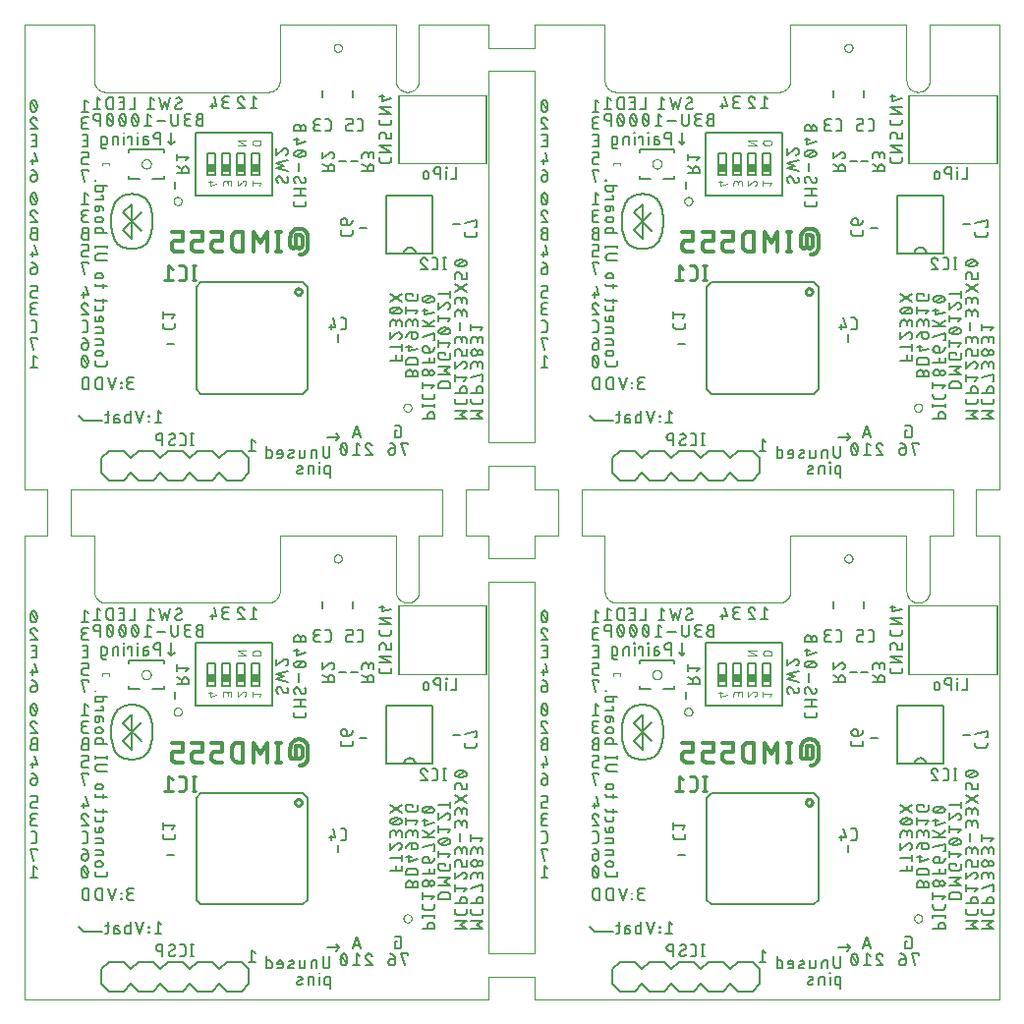
<source format=gbo>
G75*
%MOIN*%
%OFA0B0*%
%FSLAX25Y25*%
%IPPOS*%
%LPD*%
%AMOC8*
5,1,8,0,0,1.08239X$1,22.5*
%
%ADD10C,0.00000*%
%ADD11C,0.00700*%
%ADD12C,0.00787*%
%ADD13C,0.01200*%
%ADD14C,0.00900*%
%ADD15C,0.00800*%
%ADD16C,0.00500*%
%ADD17C,0.00600*%
%ADD18C,0.00300*%
%ADD19R,0.02500X0.02500*%
%ADD20C,0.00394*%
%ADD21C,0.01000*%
D10*
X0001680Y0001394D02*
X0001680Y0158874D01*
X0009555Y0158874D01*
X0009555Y0174622D01*
X0001680Y0174622D01*
X0001680Y0332102D01*
X0025303Y0332102D01*
X0025303Y0313205D01*
X0025305Y0313081D01*
X0025311Y0312958D01*
X0025320Y0312834D01*
X0025334Y0312712D01*
X0025351Y0312589D01*
X0025373Y0312467D01*
X0025398Y0312346D01*
X0025427Y0312226D01*
X0025459Y0312107D01*
X0025496Y0311988D01*
X0025536Y0311871D01*
X0025579Y0311756D01*
X0025627Y0311641D01*
X0025678Y0311529D01*
X0025732Y0311418D01*
X0025790Y0311308D01*
X0025851Y0311201D01*
X0025916Y0311095D01*
X0025984Y0310992D01*
X0026055Y0310891D01*
X0026129Y0310792D01*
X0026206Y0310695D01*
X0026287Y0310601D01*
X0026370Y0310510D01*
X0026456Y0310421D01*
X0026545Y0310335D01*
X0026636Y0310252D01*
X0026730Y0310171D01*
X0026827Y0310094D01*
X0026926Y0310020D01*
X0027027Y0309949D01*
X0027130Y0309881D01*
X0027236Y0309816D01*
X0027343Y0309755D01*
X0027453Y0309697D01*
X0027564Y0309643D01*
X0027676Y0309592D01*
X0027791Y0309544D01*
X0027906Y0309501D01*
X0028023Y0309461D01*
X0028142Y0309424D01*
X0028261Y0309392D01*
X0028381Y0309363D01*
X0028502Y0309338D01*
X0028624Y0309316D01*
X0028747Y0309299D01*
X0028869Y0309285D01*
X0028993Y0309276D01*
X0029116Y0309270D01*
X0029240Y0309268D01*
X0084358Y0309268D01*
X0084482Y0309270D01*
X0084605Y0309276D01*
X0084729Y0309285D01*
X0084851Y0309299D01*
X0084974Y0309316D01*
X0085096Y0309338D01*
X0085217Y0309363D01*
X0085337Y0309392D01*
X0085456Y0309424D01*
X0085575Y0309461D01*
X0085692Y0309501D01*
X0085807Y0309544D01*
X0085922Y0309592D01*
X0086034Y0309643D01*
X0086145Y0309697D01*
X0086255Y0309755D01*
X0086362Y0309816D01*
X0086468Y0309881D01*
X0086571Y0309949D01*
X0086672Y0310020D01*
X0086771Y0310094D01*
X0086868Y0310171D01*
X0086962Y0310252D01*
X0087053Y0310335D01*
X0087142Y0310421D01*
X0087228Y0310510D01*
X0087311Y0310601D01*
X0087392Y0310695D01*
X0087469Y0310792D01*
X0087543Y0310891D01*
X0087614Y0310992D01*
X0087682Y0311095D01*
X0087747Y0311201D01*
X0087808Y0311308D01*
X0087866Y0311418D01*
X0087920Y0311529D01*
X0087971Y0311641D01*
X0088019Y0311756D01*
X0088062Y0311871D01*
X0088102Y0311988D01*
X0088139Y0312107D01*
X0088171Y0312226D01*
X0088200Y0312346D01*
X0088225Y0312467D01*
X0088247Y0312589D01*
X0088264Y0312712D01*
X0088278Y0312834D01*
X0088287Y0312958D01*
X0088293Y0313081D01*
X0088295Y0313205D01*
X0088295Y0332102D01*
X0127665Y0332102D01*
X0127665Y0313205D01*
X0127667Y0313081D01*
X0127673Y0312958D01*
X0127682Y0312834D01*
X0127696Y0312712D01*
X0127713Y0312589D01*
X0127735Y0312467D01*
X0127760Y0312346D01*
X0127789Y0312226D01*
X0127821Y0312107D01*
X0127858Y0311988D01*
X0127898Y0311871D01*
X0127941Y0311756D01*
X0127989Y0311641D01*
X0128040Y0311529D01*
X0128094Y0311418D01*
X0128152Y0311308D01*
X0128213Y0311201D01*
X0128278Y0311095D01*
X0128346Y0310992D01*
X0128417Y0310891D01*
X0128491Y0310792D01*
X0128568Y0310695D01*
X0128649Y0310601D01*
X0128732Y0310510D01*
X0128818Y0310421D01*
X0128907Y0310335D01*
X0128998Y0310252D01*
X0129092Y0310171D01*
X0129189Y0310094D01*
X0129288Y0310020D01*
X0129389Y0309949D01*
X0129492Y0309881D01*
X0129598Y0309816D01*
X0129705Y0309755D01*
X0129815Y0309697D01*
X0129926Y0309643D01*
X0130038Y0309592D01*
X0130153Y0309544D01*
X0130268Y0309501D01*
X0130385Y0309461D01*
X0130504Y0309424D01*
X0130623Y0309392D01*
X0130743Y0309363D01*
X0130864Y0309338D01*
X0130986Y0309316D01*
X0131109Y0309299D01*
X0131231Y0309285D01*
X0131355Y0309276D01*
X0131478Y0309270D01*
X0131602Y0309268D01*
X0131726Y0309270D01*
X0131849Y0309276D01*
X0131973Y0309285D01*
X0132095Y0309299D01*
X0132218Y0309316D01*
X0132340Y0309338D01*
X0132461Y0309363D01*
X0132581Y0309392D01*
X0132700Y0309424D01*
X0132819Y0309461D01*
X0132936Y0309501D01*
X0133051Y0309544D01*
X0133166Y0309592D01*
X0133278Y0309643D01*
X0133389Y0309697D01*
X0133499Y0309755D01*
X0133606Y0309816D01*
X0133712Y0309881D01*
X0133815Y0309949D01*
X0133916Y0310020D01*
X0134015Y0310094D01*
X0134112Y0310171D01*
X0134206Y0310252D01*
X0134297Y0310335D01*
X0134386Y0310421D01*
X0134472Y0310510D01*
X0134555Y0310601D01*
X0134636Y0310695D01*
X0134713Y0310792D01*
X0134787Y0310891D01*
X0134858Y0310992D01*
X0134926Y0311095D01*
X0134991Y0311201D01*
X0135052Y0311308D01*
X0135110Y0311418D01*
X0135164Y0311529D01*
X0135215Y0311641D01*
X0135263Y0311756D01*
X0135306Y0311871D01*
X0135346Y0311988D01*
X0135383Y0312107D01*
X0135415Y0312226D01*
X0135444Y0312346D01*
X0135469Y0312467D01*
X0135491Y0312589D01*
X0135508Y0312712D01*
X0135522Y0312834D01*
X0135531Y0312958D01*
X0135537Y0313081D01*
X0135539Y0313205D01*
X0135539Y0332102D01*
X0159161Y0332102D01*
X0159161Y0324228D01*
X0174909Y0324228D01*
X0174909Y0332102D01*
X0198531Y0332102D01*
X0198531Y0313205D01*
X0198533Y0313081D01*
X0198539Y0312958D01*
X0198548Y0312834D01*
X0198562Y0312712D01*
X0198579Y0312589D01*
X0198601Y0312467D01*
X0198626Y0312346D01*
X0198655Y0312226D01*
X0198687Y0312107D01*
X0198724Y0311988D01*
X0198764Y0311871D01*
X0198807Y0311756D01*
X0198855Y0311641D01*
X0198906Y0311529D01*
X0198960Y0311418D01*
X0199018Y0311308D01*
X0199079Y0311201D01*
X0199144Y0311095D01*
X0199212Y0310992D01*
X0199283Y0310891D01*
X0199357Y0310792D01*
X0199434Y0310695D01*
X0199515Y0310601D01*
X0199598Y0310510D01*
X0199684Y0310421D01*
X0199773Y0310335D01*
X0199864Y0310252D01*
X0199958Y0310171D01*
X0200055Y0310094D01*
X0200154Y0310020D01*
X0200255Y0309949D01*
X0200358Y0309881D01*
X0200464Y0309816D01*
X0200571Y0309755D01*
X0200681Y0309697D01*
X0200792Y0309643D01*
X0200904Y0309592D01*
X0201019Y0309544D01*
X0201134Y0309501D01*
X0201251Y0309461D01*
X0201370Y0309424D01*
X0201489Y0309392D01*
X0201609Y0309363D01*
X0201730Y0309338D01*
X0201852Y0309316D01*
X0201975Y0309299D01*
X0202097Y0309285D01*
X0202221Y0309276D01*
X0202344Y0309270D01*
X0202468Y0309268D01*
X0257586Y0309268D01*
X0257710Y0309270D01*
X0257833Y0309276D01*
X0257957Y0309285D01*
X0258079Y0309299D01*
X0258202Y0309316D01*
X0258324Y0309338D01*
X0258445Y0309363D01*
X0258565Y0309392D01*
X0258684Y0309424D01*
X0258803Y0309461D01*
X0258920Y0309501D01*
X0259035Y0309544D01*
X0259150Y0309592D01*
X0259262Y0309643D01*
X0259373Y0309697D01*
X0259483Y0309755D01*
X0259590Y0309816D01*
X0259696Y0309881D01*
X0259799Y0309949D01*
X0259900Y0310020D01*
X0259999Y0310094D01*
X0260096Y0310171D01*
X0260190Y0310252D01*
X0260281Y0310335D01*
X0260370Y0310421D01*
X0260456Y0310510D01*
X0260539Y0310601D01*
X0260620Y0310695D01*
X0260697Y0310792D01*
X0260771Y0310891D01*
X0260842Y0310992D01*
X0260910Y0311095D01*
X0260975Y0311201D01*
X0261036Y0311308D01*
X0261094Y0311418D01*
X0261148Y0311529D01*
X0261199Y0311641D01*
X0261247Y0311756D01*
X0261290Y0311871D01*
X0261330Y0311988D01*
X0261367Y0312107D01*
X0261399Y0312226D01*
X0261428Y0312346D01*
X0261453Y0312467D01*
X0261475Y0312589D01*
X0261492Y0312712D01*
X0261506Y0312834D01*
X0261515Y0312958D01*
X0261521Y0313081D01*
X0261523Y0313205D01*
X0261523Y0332102D01*
X0300893Y0332102D01*
X0300893Y0313205D01*
X0300895Y0313081D01*
X0300901Y0312958D01*
X0300910Y0312834D01*
X0300924Y0312712D01*
X0300941Y0312589D01*
X0300963Y0312467D01*
X0300988Y0312346D01*
X0301017Y0312226D01*
X0301049Y0312107D01*
X0301086Y0311988D01*
X0301126Y0311871D01*
X0301169Y0311756D01*
X0301217Y0311641D01*
X0301268Y0311529D01*
X0301322Y0311418D01*
X0301380Y0311308D01*
X0301441Y0311201D01*
X0301506Y0311095D01*
X0301574Y0310992D01*
X0301645Y0310891D01*
X0301719Y0310792D01*
X0301796Y0310695D01*
X0301877Y0310601D01*
X0301960Y0310510D01*
X0302046Y0310421D01*
X0302135Y0310335D01*
X0302226Y0310252D01*
X0302320Y0310171D01*
X0302417Y0310094D01*
X0302516Y0310020D01*
X0302617Y0309949D01*
X0302720Y0309881D01*
X0302826Y0309816D01*
X0302933Y0309755D01*
X0303043Y0309697D01*
X0303154Y0309643D01*
X0303266Y0309592D01*
X0303381Y0309544D01*
X0303496Y0309501D01*
X0303613Y0309461D01*
X0303732Y0309424D01*
X0303851Y0309392D01*
X0303971Y0309363D01*
X0304092Y0309338D01*
X0304214Y0309316D01*
X0304337Y0309299D01*
X0304459Y0309285D01*
X0304583Y0309276D01*
X0304706Y0309270D01*
X0304830Y0309268D01*
X0304954Y0309270D01*
X0305077Y0309276D01*
X0305201Y0309285D01*
X0305323Y0309299D01*
X0305446Y0309316D01*
X0305568Y0309338D01*
X0305689Y0309363D01*
X0305809Y0309392D01*
X0305928Y0309424D01*
X0306047Y0309461D01*
X0306164Y0309501D01*
X0306279Y0309544D01*
X0306394Y0309592D01*
X0306506Y0309643D01*
X0306617Y0309697D01*
X0306727Y0309755D01*
X0306834Y0309816D01*
X0306940Y0309881D01*
X0307043Y0309949D01*
X0307144Y0310020D01*
X0307243Y0310094D01*
X0307340Y0310171D01*
X0307434Y0310252D01*
X0307525Y0310335D01*
X0307614Y0310421D01*
X0307700Y0310510D01*
X0307783Y0310601D01*
X0307864Y0310695D01*
X0307941Y0310792D01*
X0308015Y0310891D01*
X0308086Y0310992D01*
X0308154Y0311095D01*
X0308219Y0311201D01*
X0308280Y0311308D01*
X0308338Y0311418D01*
X0308392Y0311529D01*
X0308443Y0311641D01*
X0308491Y0311756D01*
X0308534Y0311871D01*
X0308574Y0311988D01*
X0308611Y0312107D01*
X0308643Y0312226D01*
X0308672Y0312346D01*
X0308697Y0312467D01*
X0308719Y0312589D01*
X0308736Y0312712D01*
X0308750Y0312834D01*
X0308759Y0312958D01*
X0308765Y0313081D01*
X0308767Y0313205D01*
X0308767Y0332102D01*
X0332389Y0332102D01*
X0332389Y0174622D01*
X0324515Y0174622D01*
X0324515Y0158874D01*
X0332389Y0158874D01*
X0332389Y0001394D01*
X0174909Y0001394D01*
X0174909Y0009268D01*
X0159161Y0009268D01*
X0159161Y0001394D01*
X0001680Y0001394D01*
X0041444Y0111630D02*
X0041446Y0111709D01*
X0041452Y0111788D01*
X0041462Y0111867D01*
X0041476Y0111945D01*
X0041493Y0112022D01*
X0041515Y0112098D01*
X0041540Y0112173D01*
X0041570Y0112246D01*
X0041602Y0112318D01*
X0041639Y0112389D01*
X0041679Y0112457D01*
X0041722Y0112523D01*
X0041768Y0112587D01*
X0041818Y0112649D01*
X0041871Y0112708D01*
X0041926Y0112764D01*
X0041985Y0112818D01*
X0042046Y0112868D01*
X0042109Y0112916D01*
X0042175Y0112960D01*
X0042243Y0113001D01*
X0042313Y0113038D01*
X0042384Y0113072D01*
X0042458Y0113102D01*
X0042532Y0113128D01*
X0042608Y0113150D01*
X0042685Y0113169D01*
X0042763Y0113184D01*
X0042841Y0113195D01*
X0042920Y0113202D01*
X0042999Y0113205D01*
X0043078Y0113204D01*
X0043157Y0113199D01*
X0043236Y0113190D01*
X0043314Y0113177D01*
X0043391Y0113160D01*
X0043468Y0113140D01*
X0043543Y0113115D01*
X0043617Y0113087D01*
X0043690Y0113055D01*
X0043760Y0113020D01*
X0043829Y0112981D01*
X0043896Y0112938D01*
X0043961Y0112892D01*
X0044023Y0112844D01*
X0044083Y0112792D01*
X0044140Y0112737D01*
X0044194Y0112679D01*
X0044245Y0112619D01*
X0044293Y0112556D01*
X0044338Y0112491D01*
X0044380Y0112423D01*
X0044418Y0112354D01*
X0044452Y0112283D01*
X0044483Y0112210D01*
X0044511Y0112135D01*
X0044534Y0112060D01*
X0044554Y0111983D01*
X0044570Y0111906D01*
X0044582Y0111827D01*
X0044590Y0111749D01*
X0044594Y0111670D01*
X0044594Y0111590D01*
X0044590Y0111511D01*
X0044582Y0111433D01*
X0044570Y0111354D01*
X0044554Y0111277D01*
X0044534Y0111200D01*
X0044511Y0111125D01*
X0044483Y0111050D01*
X0044452Y0110977D01*
X0044418Y0110906D01*
X0044380Y0110837D01*
X0044338Y0110769D01*
X0044293Y0110704D01*
X0044245Y0110641D01*
X0044194Y0110581D01*
X0044140Y0110523D01*
X0044083Y0110468D01*
X0044023Y0110416D01*
X0043961Y0110368D01*
X0043896Y0110322D01*
X0043829Y0110279D01*
X0043760Y0110240D01*
X0043690Y0110205D01*
X0043617Y0110173D01*
X0043543Y0110145D01*
X0043468Y0110120D01*
X0043391Y0110100D01*
X0043314Y0110083D01*
X0043236Y0110070D01*
X0043157Y0110061D01*
X0043078Y0110056D01*
X0042999Y0110055D01*
X0042920Y0110058D01*
X0042841Y0110065D01*
X0042763Y0110076D01*
X0042685Y0110091D01*
X0042608Y0110110D01*
X0042532Y0110132D01*
X0042458Y0110158D01*
X0042384Y0110188D01*
X0042313Y0110222D01*
X0042243Y0110259D01*
X0042175Y0110300D01*
X0042109Y0110344D01*
X0042046Y0110392D01*
X0041985Y0110442D01*
X0041926Y0110496D01*
X0041871Y0110552D01*
X0041818Y0110611D01*
X0041768Y0110673D01*
X0041722Y0110737D01*
X0041679Y0110803D01*
X0041639Y0110871D01*
X0041602Y0110942D01*
X0041570Y0111014D01*
X0041540Y0111087D01*
X0041515Y0111162D01*
X0041493Y0111238D01*
X0041476Y0111315D01*
X0041462Y0111393D01*
X0041452Y0111472D01*
X0041446Y0111551D01*
X0041444Y0111630D01*
X0029240Y0136039D02*
X0084358Y0136039D01*
X0084482Y0136041D01*
X0084605Y0136047D01*
X0084729Y0136056D01*
X0084851Y0136070D01*
X0084974Y0136087D01*
X0085096Y0136109D01*
X0085217Y0136134D01*
X0085337Y0136163D01*
X0085456Y0136195D01*
X0085575Y0136232D01*
X0085692Y0136272D01*
X0085807Y0136315D01*
X0085922Y0136363D01*
X0086034Y0136414D01*
X0086145Y0136468D01*
X0086255Y0136526D01*
X0086362Y0136587D01*
X0086468Y0136652D01*
X0086571Y0136720D01*
X0086672Y0136791D01*
X0086771Y0136865D01*
X0086868Y0136942D01*
X0086962Y0137023D01*
X0087053Y0137106D01*
X0087142Y0137192D01*
X0087228Y0137281D01*
X0087311Y0137372D01*
X0087392Y0137466D01*
X0087469Y0137563D01*
X0087543Y0137662D01*
X0087614Y0137763D01*
X0087682Y0137866D01*
X0087747Y0137972D01*
X0087808Y0138079D01*
X0087866Y0138189D01*
X0087920Y0138300D01*
X0087971Y0138412D01*
X0088019Y0138527D01*
X0088062Y0138642D01*
X0088102Y0138759D01*
X0088139Y0138878D01*
X0088171Y0138997D01*
X0088200Y0139117D01*
X0088225Y0139238D01*
X0088247Y0139360D01*
X0088264Y0139483D01*
X0088278Y0139605D01*
X0088287Y0139729D01*
X0088293Y0139852D01*
X0088295Y0139976D01*
X0088295Y0158874D01*
X0127665Y0158874D01*
X0127665Y0139976D01*
X0127667Y0139852D01*
X0127673Y0139729D01*
X0127682Y0139605D01*
X0127696Y0139483D01*
X0127713Y0139360D01*
X0127735Y0139238D01*
X0127760Y0139117D01*
X0127789Y0138997D01*
X0127821Y0138878D01*
X0127858Y0138759D01*
X0127898Y0138642D01*
X0127941Y0138527D01*
X0127989Y0138412D01*
X0128040Y0138300D01*
X0128094Y0138189D01*
X0128152Y0138079D01*
X0128213Y0137972D01*
X0128278Y0137866D01*
X0128346Y0137763D01*
X0128417Y0137662D01*
X0128491Y0137563D01*
X0128568Y0137466D01*
X0128649Y0137372D01*
X0128732Y0137281D01*
X0128818Y0137192D01*
X0128907Y0137106D01*
X0128998Y0137023D01*
X0129092Y0136942D01*
X0129189Y0136865D01*
X0129288Y0136791D01*
X0129389Y0136720D01*
X0129492Y0136652D01*
X0129598Y0136587D01*
X0129705Y0136526D01*
X0129815Y0136468D01*
X0129926Y0136414D01*
X0130038Y0136363D01*
X0130153Y0136315D01*
X0130268Y0136272D01*
X0130385Y0136232D01*
X0130504Y0136195D01*
X0130623Y0136163D01*
X0130743Y0136134D01*
X0130864Y0136109D01*
X0130986Y0136087D01*
X0131109Y0136070D01*
X0131231Y0136056D01*
X0131355Y0136047D01*
X0131478Y0136041D01*
X0131602Y0136039D01*
X0131726Y0136041D01*
X0131849Y0136047D01*
X0131973Y0136056D01*
X0132095Y0136070D01*
X0132218Y0136087D01*
X0132340Y0136109D01*
X0132461Y0136134D01*
X0132581Y0136163D01*
X0132700Y0136195D01*
X0132819Y0136232D01*
X0132936Y0136272D01*
X0133051Y0136315D01*
X0133166Y0136363D01*
X0133278Y0136414D01*
X0133389Y0136468D01*
X0133499Y0136526D01*
X0133606Y0136587D01*
X0133712Y0136652D01*
X0133815Y0136720D01*
X0133916Y0136791D01*
X0134015Y0136865D01*
X0134112Y0136942D01*
X0134206Y0137023D01*
X0134297Y0137106D01*
X0134386Y0137192D01*
X0134472Y0137281D01*
X0134555Y0137372D01*
X0134636Y0137466D01*
X0134713Y0137563D01*
X0134787Y0137662D01*
X0134858Y0137763D01*
X0134926Y0137866D01*
X0134991Y0137972D01*
X0135052Y0138079D01*
X0135110Y0138189D01*
X0135164Y0138300D01*
X0135215Y0138412D01*
X0135263Y0138527D01*
X0135306Y0138642D01*
X0135346Y0138759D01*
X0135383Y0138878D01*
X0135415Y0138997D01*
X0135444Y0139117D01*
X0135469Y0139238D01*
X0135491Y0139360D01*
X0135508Y0139483D01*
X0135522Y0139605D01*
X0135531Y0139729D01*
X0135537Y0139852D01*
X0135539Y0139976D01*
X0135539Y0158874D01*
X0143413Y0158874D01*
X0143413Y0174622D01*
X0017429Y0174622D01*
X0017429Y0158874D01*
X0025303Y0158874D01*
X0025303Y0139976D01*
X0025305Y0139852D01*
X0025311Y0139729D01*
X0025320Y0139605D01*
X0025334Y0139483D01*
X0025351Y0139360D01*
X0025373Y0139238D01*
X0025398Y0139117D01*
X0025427Y0138997D01*
X0025459Y0138878D01*
X0025496Y0138759D01*
X0025536Y0138642D01*
X0025579Y0138527D01*
X0025627Y0138412D01*
X0025678Y0138300D01*
X0025732Y0138189D01*
X0025790Y0138079D01*
X0025851Y0137972D01*
X0025916Y0137866D01*
X0025984Y0137763D01*
X0026055Y0137662D01*
X0026129Y0137563D01*
X0026206Y0137466D01*
X0026287Y0137372D01*
X0026370Y0137281D01*
X0026456Y0137192D01*
X0026545Y0137106D01*
X0026636Y0137023D01*
X0026730Y0136942D01*
X0026827Y0136865D01*
X0026926Y0136791D01*
X0027027Y0136720D01*
X0027130Y0136652D01*
X0027236Y0136587D01*
X0027343Y0136526D01*
X0027453Y0136468D01*
X0027564Y0136414D01*
X0027676Y0136363D01*
X0027791Y0136315D01*
X0027906Y0136272D01*
X0028023Y0136232D01*
X0028142Y0136195D01*
X0028261Y0136163D01*
X0028381Y0136134D01*
X0028502Y0136109D01*
X0028624Y0136087D01*
X0028747Y0136070D01*
X0028869Y0136056D01*
X0028993Y0136047D01*
X0029116Y0136041D01*
X0029240Y0136039D01*
X0151287Y0158874D02*
X0151287Y0174622D01*
X0159161Y0174622D01*
X0159161Y0182496D01*
X0174909Y0182496D01*
X0174909Y0174622D01*
X0182783Y0174622D01*
X0182783Y0158874D01*
X0174909Y0158874D01*
X0174909Y0151000D01*
X0159161Y0151000D01*
X0159161Y0158874D01*
X0151287Y0158874D01*
X0159161Y0143126D02*
X0174909Y0143126D01*
X0174909Y0017142D01*
X0159161Y0017142D01*
X0159161Y0143126D01*
X0190657Y0158874D02*
X0190657Y0174622D01*
X0316641Y0174622D01*
X0316641Y0158874D01*
X0308767Y0158874D01*
X0308767Y0139976D01*
X0304830Y0136039D02*
X0304706Y0136041D01*
X0304583Y0136047D01*
X0304459Y0136056D01*
X0304337Y0136070D01*
X0304214Y0136087D01*
X0304092Y0136109D01*
X0303971Y0136134D01*
X0303851Y0136163D01*
X0303732Y0136195D01*
X0303613Y0136232D01*
X0303496Y0136272D01*
X0303381Y0136315D01*
X0303266Y0136363D01*
X0303154Y0136414D01*
X0303043Y0136468D01*
X0302933Y0136526D01*
X0302826Y0136587D01*
X0302720Y0136652D01*
X0302617Y0136720D01*
X0302516Y0136791D01*
X0302417Y0136865D01*
X0302320Y0136942D01*
X0302226Y0137023D01*
X0302135Y0137106D01*
X0302046Y0137192D01*
X0301960Y0137281D01*
X0301877Y0137372D01*
X0301796Y0137466D01*
X0301719Y0137563D01*
X0301645Y0137662D01*
X0301574Y0137763D01*
X0301506Y0137866D01*
X0301441Y0137972D01*
X0301380Y0138079D01*
X0301322Y0138189D01*
X0301268Y0138300D01*
X0301217Y0138412D01*
X0301169Y0138527D01*
X0301126Y0138642D01*
X0301086Y0138759D01*
X0301049Y0138878D01*
X0301017Y0138997D01*
X0300988Y0139117D01*
X0300963Y0139238D01*
X0300941Y0139360D01*
X0300924Y0139483D01*
X0300910Y0139605D01*
X0300901Y0139729D01*
X0300895Y0139852D01*
X0300893Y0139976D01*
X0300893Y0158874D01*
X0261523Y0158874D01*
X0261523Y0139976D01*
X0261521Y0139852D01*
X0261515Y0139729D01*
X0261506Y0139605D01*
X0261492Y0139483D01*
X0261475Y0139360D01*
X0261453Y0139238D01*
X0261428Y0139117D01*
X0261399Y0138997D01*
X0261367Y0138878D01*
X0261330Y0138759D01*
X0261290Y0138642D01*
X0261247Y0138527D01*
X0261199Y0138412D01*
X0261148Y0138300D01*
X0261094Y0138189D01*
X0261036Y0138079D01*
X0260975Y0137972D01*
X0260910Y0137866D01*
X0260842Y0137763D01*
X0260771Y0137662D01*
X0260697Y0137563D01*
X0260620Y0137466D01*
X0260539Y0137372D01*
X0260456Y0137281D01*
X0260370Y0137192D01*
X0260281Y0137106D01*
X0260190Y0137023D01*
X0260096Y0136942D01*
X0259999Y0136865D01*
X0259900Y0136791D01*
X0259799Y0136720D01*
X0259696Y0136652D01*
X0259590Y0136587D01*
X0259483Y0136526D01*
X0259373Y0136468D01*
X0259262Y0136414D01*
X0259150Y0136363D01*
X0259035Y0136315D01*
X0258920Y0136272D01*
X0258803Y0136232D01*
X0258684Y0136195D01*
X0258565Y0136163D01*
X0258445Y0136134D01*
X0258324Y0136109D01*
X0258202Y0136087D01*
X0258079Y0136070D01*
X0257957Y0136056D01*
X0257833Y0136047D01*
X0257710Y0136041D01*
X0257586Y0136039D01*
X0202468Y0136039D01*
X0202344Y0136041D01*
X0202221Y0136047D01*
X0202097Y0136056D01*
X0201975Y0136070D01*
X0201852Y0136087D01*
X0201730Y0136109D01*
X0201609Y0136134D01*
X0201489Y0136163D01*
X0201370Y0136195D01*
X0201251Y0136232D01*
X0201134Y0136272D01*
X0201019Y0136315D01*
X0200904Y0136363D01*
X0200792Y0136414D01*
X0200681Y0136468D01*
X0200571Y0136526D01*
X0200464Y0136587D01*
X0200358Y0136652D01*
X0200255Y0136720D01*
X0200154Y0136791D01*
X0200055Y0136865D01*
X0199958Y0136942D01*
X0199864Y0137023D01*
X0199773Y0137106D01*
X0199684Y0137192D01*
X0199598Y0137281D01*
X0199515Y0137372D01*
X0199434Y0137466D01*
X0199357Y0137563D01*
X0199283Y0137662D01*
X0199212Y0137763D01*
X0199144Y0137866D01*
X0199079Y0137972D01*
X0199018Y0138079D01*
X0198960Y0138189D01*
X0198906Y0138300D01*
X0198855Y0138412D01*
X0198807Y0138527D01*
X0198764Y0138642D01*
X0198724Y0138759D01*
X0198687Y0138878D01*
X0198655Y0138997D01*
X0198626Y0139117D01*
X0198601Y0139238D01*
X0198579Y0139360D01*
X0198562Y0139483D01*
X0198548Y0139605D01*
X0198539Y0139729D01*
X0198533Y0139852D01*
X0198531Y0139976D01*
X0198531Y0158874D01*
X0190657Y0158874D01*
X0174909Y0190370D02*
X0159161Y0190370D01*
X0159161Y0316354D01*
X0174909Y0316354D01*
X0174909Y0190370D01*
X0214672Y0111630D02*
X0214674Y0111709D01*
X0214680Y0111788D01*
X0214690Y0111867D01*
X0214704Y0111945D01*
X0214721Y0112022D01*
X0214743Y0112098D01*
X0214768Y0112173D01*
X0214798Y0112246D01*
X0214830Y0112318D01*
X0214867Y0112389D01*
X0214907Y0112457D01*
X0214950Y0112523D01*
X0214996Y0112587D01*
X0215046Y0112649D01*
X0215099Y0112708D01*
X0215154Y0112764D01*
X0215213Y0112818D01*
X0215274Y0112868D01*
X0215337Y0112916D01*
X0215403Y0112960D01*
X0215471Y0113001D01*
X0215541Y0113038D01*
X0215612Y0113072D01*
X0215686Y0113102D01*
X0215760Y0113128D01*
X0215836Y0113150D01*
X0215913Y0113169D01*
X0215991Y0113184D01*
X0216069Y0113195D01*
X0216148Y0113202D01*
X0216227Y0113205D01*
X0216306Y0113204D01*
X0216385Y0113199D01*
X0216464Y0113190D01*
X0216542Y0113177D01*
X0216619Y0113160D01*
X0216696Y0113140D01*
X0216771Y0113115D01*
X0216845Y0113087D01*
X0216918Y0113055D01*
X0216988Y0113020D01*
X0217057Y0112981D01*
X0217124Y0112938D01*
X0217189Y0112892D01*
X0217251Y0112844D01*
X0217311Y0112792D01*
X0217368Y0112737D01*
X0217422Y0112679D01*
X0217473Y0112619D01*
X0217521Y0112556D01*
X0217566Y0112491D01*
X0217608Y0112423D01*
X0217646Y0112354D01*
X0217680Y0112283D01*
X0217711Y0112210D01*
X0217739Y0112135D01*
X0217762Y0112060D01*
X0217782Y0111983D01*
X0217798Y0111906D01*
X0217810Y0111827D01*
X0217818Y0111749D01*
X0217822Y0111670D01*
X0217822Y0111590D01*
X0217818Y0111511D01*
X0217810Y0111433D01*
X0217798Y0111354D01*
X0217782Y0111277D01*
X0217762Y0111200D01*
X0217739Y0111125D01*
X0217711Y0111050D01*
X0217680Y0110977D01*
X0217646Y0110906D01*
X0217608Y0110837D01*
X0217566Y0110769D01*
X0217521Y0110704D01*
X0217473Y0110641D01*
X0217422Y0110581D01*
X0217368Y0110523D01*
X0217311Y0110468D01*
X0217251Y0110416D01*
X0217189Y0110368D01*
X0217124Y0110322D01*
X0217057Y0110279D01*
X0216988Y0110240D01*
X0216918Y0110205D01*
X0216845Y0110173D01*
X0216771Y0110145D01*
X0216696Y0110120D01*
X0216619Y0110100D01*
X0216542Y0110083D01*
X0216464Y0110070D01*
X0216385Y0110061D01*
X0216306Y0110056D01*
X0216227Y0110055D01*
X0216148Y0110058D01*
X0216069Y0110065D01*
X0215991Y0110076D01*
X0215913Y0110091D01*
X0215836Y0110110D01*
X0215760Y0110132D01*
X0215686Y0110158D01*
X0215612Y0110188D01*
X0215541Y0110222D01*
X0215471Y0110259D01*
X0215403Y0110300D01*
X0215337Y0110344D01*
X0215274Y0110392D01*
X0215213Y0110442D01*
X0215154Y0110496D01*
X0215099Y0110552D01*
X0215046Y0110611D01*
X0214996Y0110673D01*
X0214950Y0110737D01*
X0214907Y0110803D01*
X0214867Y0110871D01*
X0214830Y0110942D01*
X0214798Y0111014D01*
X0214768Y0111087D01*
X0214743Y0111162D01*
X0214721Y0111238D01*
X0214704Y0111315D01*
X0214690Y0111393D01*
X0214680Y0111472D01*
X0214674Y0111551D01*
X0214672Y0111630D01*
X0304830Y0136039D02*
X0304954Y0136041D01*
X0305077Y0136047D01*
X0305201Y0136056D01*
X0305323Y0136070D01*
X0305446Y0136087D01*
X0305568Y0136109D01*
X0305689Y0136134D01*
X0305809Y0136163D01*
X0305928Y0136195D01*
X0306047Y0136232D01*
X0306164Y0136272D01*
X0306279Y0136315D01*
X0306394Y0136363D01*
X0306506Y0136414D01*
X0306617Y0136468D01*
X0306727Y0136526D01*
X0306834Y0136587D01*
X0306940Y0136652D01*
X0307043Y0136720D01*
X0307144Y0136791D01*
X0307243Y0136865D01*
X0307340Y0136942D01*
X0307434Y0137023D01*
X0307525Y0137106D01*
X0307614Y0137192D01*
X0307700Y0137281D01*
X0307783Y0137372D01*
X0307864Y0137466D01*
X0307941Y0137563D01*
X0308015Y0137662D01*
X0308086Y0137763D01*
X0308154Y0137866D01*
X0308219Y0137972D01*
X0308280Y0138079D01*
X0308338Y0138189D01*
X0308392Y0138300D01*
X0308443Y0138412D01*
X0308491Y0138527D01*
X0308534Y0138642D01*
X0308574Y0138759D01*
X0308611Y0138878D01*
X0308643Y0138997D01*
X0308672Y0139117D01*
X0308697Y0139238D01*
X0308719Y0139360D01*
X0308736Y0139483D01*
X0308750Y0139605D01*
X0308759Y0139729D01*
X0308765Y0139852D01*
X0308767Y0139976D01*
X0214672Y0284858D02*
X0214674Y0284937D01*
X0214680Y0285016D01*
X0214690Y0285095D01*
X0214704Y0285173D01*
X0214721Y0285250D01*
X0214743Y0285326D01*
X0214768Y0285401D01*
X0214798Y0285474D01*
X0214830Y0285546D01*
X0214867Y0285617D01*
X0214907Y0285685D01*
X0214950Y0285751D01*
X0214996Y0285815D01*
X0215046Y0285877D01*
X0215099Y0285936D01*
X0215154Y0285992D01*
X0215213Y0286046D01*
X0215274Y0286096D01*
X0215337Y0286144D01*
X0215403Y0286188D01*
X0215471Y0286229D01*
X0215541Y0286266D01*
X0215612Y0286300D01*
X0215686Y0286330D01*
X0215760Y0286356D01*
X0215836Y0286378D01*
X0215913Y0286397D01*
X0215991Y0286412D01*
X0216069Y0286423D01*
X0216148Y0286430D01*
X0216227Y0286433D01*
X0216306Y0286432D01*
X0216385Y0286427D01*
X0216464Y0286418D01*
X0216542Y0286405D01*
X0216619Y0286388D01*
X0216696Y0286368D01*
X0216771Y0286343D01*
X0216845Y0286315D01*
X0216918Y0286283D01*
X0216988Y0286248D01*
X0217057Y0286209D01*
X0217124Y0286166D01*
X0217189Y0286120D01*
X0217251Y0286072D01*
X0217311Y0286020D01*
X0217368Y0285965D01*
X0217422Y0285907D01*
X0217473Y0285847D01*
X0217521Y0285784D01*
X0217566Y0285719D01*
X0217608Y0285651D01*
X0217646Y0285582D01*
X0217680Y0285511D01*
X0217711Y0285438D01*
X0217739Y0285363D01*
X0217762Y0285288D01*
X0217782Y0285211D01*
X0217798Y0285134D01*
X0217810Y0285055D01*
X0217818Y0284977D01*
X0217822Y0284898D01*
X0217822Y0284818D01*
X0217818Y0284739D01*
X0217810Y0284661D01*
X0217798Y0284582D01*
X0217782Y0284505D01*
X0217762Y0284428D01*
X0217739Y0284353D01*
X0217711Y0284278D01*
X0217680Y0284205D01*
X0217646Y0284134D01*
X0217608Y0284065D01*
X0217566Y0283997D01*
X0217521Y0283932D01*
X0217473Y0283869D01*
X0217422Y0283809D01*
X0217368Y0283751D01*
X0217311Y0283696D01*
X0217251Y0283644D01*
X0217189Y0283596D01*
X0217124Y0283550D01*
X0217057Y0283507D01*
X0216988Y0283468D01*
X0216918Y0283433D01*
X0216845Y0283401D01*
X0216771Y0283373D01*
X0216696Y0283348D01*
X0216619Y0283328D01*
X0216542Y0283311D01*
X0216464Y0283298D01*
X0216385Y0283289D01*
X0216306Y0283284D01*
X0216227Y0283283D01*
X0216148Y0283286D01*
X0216069Y0283293D01*
X0215991Y0283304D01*
X0215913Y0283319D01*
X0215836Y0283338D01*
X0215760Y0283360D01*
X0215686Y0283386D01*
X0215612Y0283416D01*
X0215541Y0283450D01*
X0215471Y0283487D01*
X0215403Y0283528D01*
X0215337Y0283572D01*
X0215274Y0283620D01*
X0215213Y0283670D01*
X0215154Y0283724D01*
X0215099Y0283780D01*
X0215046Y0283839D01*
X0214996Y0283901D01*
X0214950Y0283965D01*
X0214907Y0284031D01*
X0214867Y0284099D01*
X0214830Y0284170D01*
X0214798Y0284242D01*
X0214768Y0284315D01*
X0214743Y0284390D01*
X0214721Y0284466D01*
X0214704Y0284543D01*
X0214690Y0284621D01*
X0214680Y0284700D01*
X0214674Y0284779D01*
X0214672Y0284858D01*
X0041444Y0284858D02*
X0041446Y0284937D01*
X0041452Y0285016D01*
X0041462Y0285095D01*
X0041476Y0285173D01*
X0041493Y0285250D01*
X0041515Y0285326D01*
X0041540Y0285401D01*
X0041570Y0285474D01*
X0041602Y0285546D01*
X0041639Y0285617D01*
X0041679Y0285685D01*
X0041722Y0285751D01*
X0041768Y0285815D01*
X0041818Y0285877D01*
X0041871Y0285936D01*
X0041926Y0285992D01*
X0041985Y0286046D01*
X0042046Y0286096D01*
X0042109Y0286144D01*
X0042175Y0286188D01*
X0042243Y0286229D01*
X0042313Y0286266D01*
X0042384Y0286300D01*
X0042458Y0286330D01*
X0042532Y0286356D01*
X0042608Y0286378D01*
X0042685Y0286397D01*
X0042763Y0286412D01*
X0042841Y0286423D01*
X0042920Y0286430D01*
X0042999Y0286433D01*
X0043078Y0286432D01*
X0043157Y0286427D01*
X0043236Y0286418D01*
X0043314Y0286405D01*
X0043391Y0286388D01*
X0043468Y0286368D01*
X0043543Y0286343D01*
X0043617Y0286315D01*
X0043690Y0286283D01*
X0043760Y0286248D01*
X0043829Y0286209D01*
X0043896Y0286166D01*
X0043961Y0286120D01*
X0044023Y0286072D01*
X0044083Y0286020D01*
X0044140Y0285965D01*
X0044194Y0285907D01*
X0044245Y0285847D01*
X0044293Y0285784D01*
X0044338Y0285719D01*
X0044380Y0285651D01*
X0044418Y0285582D01*
X0044452Y0285511D01*
X0044483Y0285438D01*
X0044511Y0285363D01*
X0044534Y0285288D01*
X0044554Y0285211D01*
X0044570Y0285134D01*
X0044582Y0285055D01*
X0044590Y0284977D01*
X0044594Y0284898D01*
X0044594Y0284818D01*
X0044590Y0284739D01*
X0044582Y0284661D01*
X0044570Y0284582D01*
X0044554Y0284505D01*
X0044534Y0284428D01*
X0044511Y0284353D01*
X0044483Y0284278D01*
X0044452Y0284205D01*
X0044418Y0284134D01*
X0044380Y0284065D01*
X0044338Y0283997D01*
X0044293Y0283932D01*
X0044245Y0283869D01*
X0044194Y0283809D01*
X0044140Y0283751D01*
X0044083Y0283696D01*
X0044023Y0283644D01*
X0043961Y0283596D01*
X0043896Y0283550D01*
X0043829Y0283507D01*
X0043760Y0283468D01*
X0043690Y0283433D01*
X0043617Y0283401D01*
X0043543Y0283373D01*
X0043468Y0283348D01*
X0043391Y0283328D01*
X0043314Y0283311D01*
X0043236Y0283298D01*
X0043157Y0283289D01*
X0043078Y0283284D01*
X0042999Y0283283D01*
X0042920Y0283286D01*
X0042841Y0283293D01*
X0042763Y0283304D01*
X0042685Y0283319D01*
X0042608Y0283338D01*
X0042532Y0283360D01*
X0042458Y0283386D01*
X0042384Y0283416D01*
X0042313Y0283450D01*
X0042243Y0283487D01*
X0042175Y0283528D01*
X0042109Y0283572D01*
X0042046Y0283620D01*
X0041985Y0283670D01*
X0041926Y0283724D01*
X0041871Y0283780D01*
X0041818Y0283839D01*
X0041768Y0283901D01*
X0041722Y0283965D01*
X0041679Y0284031D01*
X0041639Y0284099D01*
X0041602Y0284170D01*
X0041570Y0284242D01*
X0041540Y0284315D01*
X0041515Y0284390D01*
X0041493Y0284466D01*
X0041476Y0284543D01*
X0041462Y0284621D01*
X0041452Y0284700D01*
X0041446Y0284779D01*
X0041444Y0284858D01*
D11*
X0042036Y0291507D02*
X0042036Y0293520D01*
X0042036Y0293073D02*
X0043043Y0293073D01*
X0042036Y0293520D02*
X0042038Y0293570D01*
X0042043Y0293620D01*
X0042053Y0293669D01*
X0042066Y0293718D01*
X0042082Y0293765D01*
X0042102Y0293811D01*
X0042126Y0293856D01*
X0042153Y0293898D01*
X0042182Y0293938D01*
X0042215Y0293976D01*
X0042251Y0294012D01*
X0042289Y0294045D01*
X0042329Y0294074D01*
X0042372Y0294101D01*
X0042416Y0294125D01*
X0042462Y0294145D01*
X0042509Y0294161D01*
X0042558Y0294174D01*
X0042607Y0294184D01*
X0042657Y0294189D01*
X0042707Y0294191D01*
X0042707Y0294190D02*
X0043602Y0294190D01*
X0043043Y0293073D02*
X0043099Y0293071D01*
X0043154Y0293065D01*
X0043209Y0293055D01*
X0043264Y0293041D01*
X0043317Y0293024D01*
X0043368Y0293002D01*
X0043418Y0292977D01*
X0043466Y0292949D01*
X0043512Y0292917D01*
X0043556Y0292882D01*
X0043597Y0292844D01*
X0043635Y0292803D01*
X0043670Y0292759D01*
X0043702Y0292713D01*
X0043730Y0292665D01*
X0043755Y0292615D01*
X0043777Y0292564D01*
X0043794Y0292511D01*
X0043808Y0292456D01*
X0043818Y0292401D01*
X0043824Y0292346D01*
X0043826Y0292290D01*
X0043824Y0292234D01*
X0043818Y0292179D01*
X0043808Y0292124D01*
X0043794Y0292069D01*
X0043777Y0292016D01*
X0043755Y0291965D01*
X0043730Y0291915D01*
X0043702Y0291867D01*
X0043670Y0291821D01*
X0043635Y0291777D01*
X0043597Y0291736D01*
X0043556Y0291698D01*
X0043512Y0291663D01*
X0043466Y0291631D01*
X0043418Y0291603D01*
X0043368Y0291578D01*
X0043317Y0291556D01*
X0043264Y0291539D01*
X0043209Y0291525D01*
X0043154Y0291515D01*
X0043099Y0291509D01*
X0043043Y0291507D01*
X0042036Y0291507D01*
X0040065Y0291507D02*
X0040065Y0294190D01*
X0039953Y0295308D02*
X0040177Y0295308D01*
X0040177Y0295532D01*
X0039953Y0295532D01*
X0039953Y0295308D01*
X0038089Y0294190D02*
X0036748Y0294190D01*
X0036748Y0293743D01*
X0038089Y0294190D02*
X0038089Y0291507D01*
X0035388Y0291507D02*
X0035388Y0294190D01*
X0035276Y0295308D02*
X0035500Y0295308D01*
X0035500Y0295532D01*
X0035276Y0295532D01*
X0035276Y0295308D01*
X0033447Y0294190D02*
X0033447Y0291507D01*
X0031659Y0291507D02*
X0031659Y0293520D01*
X0031661Y0293570D01*
X0031666Y0293620D01*
X0031676Y0293669D01*
X0031689Y0293718D01*
X0031705Y0293765D01*
X0031725Y0293811D01*
X0031749Y0293856D01*
X0031776Y0293898D01*
X0031805Y0293938D01*
X0031838Y0293976D01*
X0031874Y0294012D01*
X0031912Y0294045D01*
X0031952Y0294074D01*
X0031995Y0294101D01*
X0032039Y0294125D01*
X0032085Y0294145D01*
X0032132Y0294161D01*
X0032181Y0294174D01*
X0032230Y0294184D01*
X0032280Y0294189D01*
X0032330Y0294191D01*
X0032330Y0294190D02*
X0033447Y0294190D01*
X0029652Y0293520D02*
X0029652Y0292178D01*
X0029650Y0292128D01*
X0029645Y0292078D01*
X0029635Y0292029D01*
X0029622Y0291980D01*
X0029606Y0291933D01*
X0029586Y0291887D01*
X0029562Y0291843D01*
X0029535Y0291800D01*
X0029506Y0291760D01*
X0029473Y0291722D01*
X0029437Y0291686D01*
X0029399Y0291653D01*
X0029359Y0291624D01*
X0029317Y0291597D01*
X0029272Y0291573D01*
X0029226Y0291553D01*
X0029179Y0291537D01*
X0029130Y0291524D01*
X0029081Y0291514D01*
X0029031Y0291509D01*
X0028981Y0291507D01*
X0027863Y0291507D01*
X0027863Y0290837D02*
X0027863Y0294190D01*
X0028981Y0294190D01*
X0028981Y0294191D02*
X0029031Y0294189D01*
X0029081Y0294184D01*
X0029130Y0294174D01*
X0029179Y0294161D01*
X0029226Y0294145D01*
X0029272Y0294125D01*
X0029317Y0294101D01*
X0029359Y0294074D01*
X0029399Y0294045D01*
X0029437Y0294012D01*
X0029473Y0293976D01*
X0029506Y0293938D01*
X0029535Y0293898D01*
X0029562Y0293856D01*
X0029586Y0293811D01*
X0029606Y0293765D01*
X0029622Y0293718D01*
X0029635Y0293669D01*
X0029645Y0293620D01*
X0029650Y0293570D01*
X0029652Y0293520D01*
X0027863Y0290837D02*
X0027865Y0290787D01*
X0027870Y0290737D01*
X0027880Y0290688D01*
X0027893Y0290639D01*
X0027909Y0290592D01*
X0027929Y0290546D01*
X0027953Y0290502D01*
X0027980Y0290459D01*
X0028009Y0290419D01*
X0028042Y0290381D01*
X0028078Y0290345D01*
X0028116Y0290312D01*
X0028156Y0290283D01*
X0028199Y0290256D01*
X0028243Y0290232D01*
X0028289Y0290212D01*
X0028336Y0290196D01*
X0028385Y0290183D01*
X0028434Y0290173D01*
X0028484Y0290168D01*
X0028534Y0290166D01*
X0029428Y0290166D01*
X0023271Y0288839D02*
X0023271Y0287050D01*
X0021929Y0287050D01*
X0021871Y0287048D01*
X0021812Y0287042D01*
X0021755Y0287033D01*
X0021698Y0287020D01*
X0021642Y0287003D01*
X0021587Y0286982D01*
X0021534Y0286958D01*
X0021482Y0286930D01*
X0021432Y0286899D01*
X0021385Y0286865D01*
X0021340Y0286828D01*
X0021297Y0286788D01*
X0021257Y0286745D01*
X0021220Y0286700D01*
X0021186Y0286653D01*
X0021155Y0286603D01*
X0021127Y0286551D01*
X0021103Y0286498D01*
X0021082Y0286443D01*
X0021065Y0286387D01*
X0021052Y0286330D01*
X0021043Y0286273D01*
X0021037Y0286214D01*
X0021035Y0286156D01*
X0021035Y0285709D01*
X0021037Y0285651D01*
X0021043Y0285592D01*
X0021052Y0285535D01*
X0021065Y0285478D01*
X0021082Y0285422D01*
X0021103Y0285367D01*
X0021127Y0285314D01*
X0021155Y0285262D01*
X0021186Y0285212D01*
X0021220Y0285165D01*
X0021257Y0285120D01*
X0021297Y0285077D01*
X0021340Y0285037D01*
X0021385Y0285000D01*
X0021432Y0284966D01*
X0021482Y0284935D01*
X0021534Y0284907D01*
X0021587Y0284883D01*
X0021642Y0284862D01*
X0021698Y0284845D01*
X0021755Y0284832D01*
X0021812Y0284823D01*
X0021871Y0284817D01*
X0021929Y0284815D01*
X0023271Y0284815D01*
X0023271Y0282933D02*
X0021035Y0282933D01*
X0022153Y0278909D01*
X0025653Y0279219D02*
X0025653Y0279442D01*
X0025876Y0279442D01*
X0025876Y0279219D01*
X0025653Y0279219D01*
X0025653Y0277359D02*
X0025653Y0276241D01*
X0025652Y0276241D02*
X0025654Y0276191D01*
X0025659Y0276141D01*
X0025669Y0276092D01*
X0025682Y0276043D01*
X0025698Y0275996D01*
X0025718Y0275950D01*
X0025742Y0275906D01*
X0025769Y0275863D01*
X0025798Y0275823D01*
X0025831Y0275785D01*
X0025867Y0275749D01*
X0025905Y0275716D01*
X0025945Y0275687D01*
X0025988Y0275660D01*
X0026032Y0275636D01*
X0026078Y0275616D01*
X0026125Y0275600D01*
X0026174Y0275587D01*
X0026223Y0275577D01*
X0026273Y0275572D01*
X0026323Y0275570D01*
X0027665Y0275570D01*
X0027715Y0275572D01*
X0027765Y0275577D01*
X0027814Y0275587D01*
X0027863Y0275600D01*
X0027910Y0275616D01*
X0027956Y0275636D01*
X0028001Y0275660D01*
X0028043Y0275687D01*
X0028083Y0275716D01*
X0028121Y0275749D01*
X0028157Y0275785D01*
X0028190Y0275823D01*
X0028219Y0275863D01*
X0028246Y0275906D01*
X0028270Y0275950D01*
X0028290Y0275996D01*
X0028306Y0276043D01*
X0028319Y0276092D01*
X0028329Y0276141D01*
X0028334Y0276191D01*
X0028336Y0276241D01*
X0028335Y0276241D02*
X0028335Y0277359D01*
X0029677Y0277359D02*
X0025653Y0277359D01*
X0027888Y0274144D02*
X0028335Y0274144D01*
X0028335Y0272802D01*
X0025653Y0272802D01*
X0025653Y0270556D02*
X0027665Y0270556D01*
X0027218Y0270556D02*
X0027218Y0269550D01*
X0027665Y0270556D02*
X0027715Y0270554D01*
X0027765Y0270549D01*
X0027814Y0270539D01*
X0027863Y0270526D01*
X0027910Y0270510D01*
X0027956Y0270490D01*
X0028001Y0270466D01*
X0028043Y0270439D01*
X0028083Y0270410D01*
X0028121Y0270377D01*
X0028157Y0270341D01*
X0028190Y0270303D01*
X0028219Y0270263D01*
X0028246Y0270221D01*
X0028270Y0270176D01*
X0028290Y0270130D01*
X0028306Y0270083D01*
X0028319Y0270034D01*
X0028329Y0269985D01*
X0028334Y0269935D01*
X0028336Y0269885D01*
X0028335Y0269885D02*
X0028335Y0268991D01*
X0027218Y0269550D02*
X0027216Y0269494D01*
X0027210Y0269439D01*
X0027200Y0269384D01*
X0027186Y0269329D01*
X0027169Y0269276D01*
X0027147Y0269225D01*
X0027122Y0269175D01*
X0027094Y0269127D01*
X0027062Y0269081D01*
X0027027Y0269037D01*
X0026989Y0268996D01*
X0026948Y0268958D01*
X0026904Y0268923D01*
X0026858Y0268891D01*
X0026810Y0268863D01*
X0026760Y0268838D01*
X0026709Y0268816D01*
X0026656Y0268799D01*
X0026601Y0268785D01*
X0026546Y0268775D01*
X0026491Y0268769D01*
X0026435Y0268767D01*
X0026379Y0268769D01*
X0026324Y0268775D01*
X0026269Y0268785D01*
X0026214Y0268799D01*
X0026161Y0268816D01*
X0026110Y0268838D01*
X0026060Y0268863D01*
X0026012Y0268891D01*
X0025966Y0268923D01*
X0025922Y0268958D01*
X0025881Y0268996D01*
X0025843Y0269037D01*
X0025808Y0269081D01*
X0025776Y0269127D01*
X0025748Y0269175D01*
X0025723Y0269225D01*
X0025701Y0269276D01*
X0025684Y0269329D01*
X0025670Y0269384D01*
X0025660Y0269439D01*
X0025654Y0269494D01*
X0025652Y0269550D01*
X0025653Y0269550D02*
X0025653Y0270556D01*
X0023271Y0271035D02*
X0021035Y0271035D01*
X0022153Y0271035D02*
X0022153Y0275059D01*
X0023271Y0274165D01*
X0023271Y0269154D02*
X0021929Y0269154D01*
X0021871Y0269152D01*
X0021812Y0269146D01*
X0021755Y0269137D01*
X0021698Y0269124D01*
X0021642Y0269107D01*
X0021587Y0269086D01*
X0021534Y0269062D01*
X0021482Y0269034D01*
X0021432Y0269003D01*
X0021385Y0268969D01*
X0021340Y0268932D01*
X0021297Y0268892D01*
X0021257Y0268849D01*
X0021220Y0268804D01*
X0021186Y0268757D01*
X0021155Y0268707D01*
X0021127Y0268655D01*
X0021103Y0268602D01*
X0021082Y0268547D01*
X0021065Y0268491D01*
X0021052Y0268434D01*
X0021043Y0268377D01*
X0021037Y0268318D01*
X0021035Y0268260D01*
X0021037Y0268202D01*
X0021043Y0268143D01*
X0021052Y0268086D01*
X0021065Y0268029D01*
X0021082Y0267973D01*
X0021103Y0267918D01*
X0021127Y0267865D01*
X0021155Y0267813D01*
X0021186Y0267763D01*
X0021220Y0267716D01*
X0021257Y0267671D01*
X0021297Y0267628D01*
X0021340Y0267588D01*
X0021385Y0267551D01*
X0021432Y0267517D01*
X0021482Y0267486D01*
X0021534Y0267458D01*
X0021587Y0267434D01*
X0021642Y0267413D01*
X0021698Y0267396D01*
X0021755Y0267383D01*
X0021812Y0267374D01*
X0021871Y0267368D01*
X0021929Y0267366D01*
X0021929Y0267365D02*
X0022824Y0267365D01*
X0022153Y0267365D02*
X0022088Y0267363D01*
X0022023Y0267357D01*
X0021959Y0267348D01*
X0021895Y0267335D01*
X0021832Y0267318D01*
X0021771Y0267298D01*
X0021710Y0267274D01*
X0021651Y0267246D01*
X0021594Y0267215D01*
X0021539Y0267181D01*
X0021485Y0267144D01*
X0021434Y0267103D01*
X0021386Y0267060D01*
X0021340Y0267014D01*
X0021297Y0266966D01*
X0021256Y0266915D01*
X0021219Y0266861D01*
X0021185Y0266806D01*
X0021154Y0266749D01*
X0021126Y0266690D01*
X0021102Y0266629D01*
X0021082Y0266568D01*
X0021065Y0266505D01*
X0021052Y0266441D01*
X0021043Y0266377D01*
X0021037Y0266312D01*
X0021035Y0266247D01*
X0021037Y0266182D01*
X0021043Y0266117D01*
X0021052Y0266053D01*
X0021065Y0265989D01*
X0021082Y0265926D01*
X0021102Y0265865D01*
X0021126Y0265804D01*
X0021154Y0265745D01*
X0021185Y0265688D01*
X0021219Y0265633D01*
X0021256Y0265579D01*
X0021297Y0265528D01*
X0021340Y0265480D01*
X0021386Y0265434D01*
X0021434Y0265391D01*
X0021485Y0265350D01*
X0021539Y0265313D01*
X0021594Y0265279D01*
X0021651Y0265248D01*
X0021710Y0265220D01*
X0021771Y0265196D01*
X0021832Y0265176D01*
X0021895Y0265159D01*
X0021959Y0265146D01*
X0022023Y0265137D01*
X0022088Y0265131D01*
X0022153Y0265129D01*
X0022153Y0265130D02*
X0023271Y0265130D01*
X0023271Y0263248D02*
X0022153Y0263248D01*
X0022095Y0263246D01*
X0022036Y0263240D01*
X0021979Y0263231D01*
X0021922Y0263218D01*
X0021866Y0263201D01*
X0021811Y0263180D01*
X0021758Y0263156D01*
X0021706Y0263128D01*
X0021656Y0263097D01*
X0021609Y0263063D01*
X0021564Y0263026D01*
X0021521Y0262986D01*
X0021481Y0262943D01*
X0021444Y0262898D01*
X0021410Y0262851D01*
X0021379Y0262801D01*
X0021351Y0262749D01*
X0021327Y0262696D01*
X0021306Y0262641D01*
X0021289Y0262585D01*
X0021276Y0262528D01*
X0021267Y0262471D01*
X0021261Y0262412D01*
X0021259Y0262354D01*
X0021261Y0262296D01*
X0021267Y0262237D01*
X0021276Y0262180D01*
X0021289Y0262123D01*
X0021306Y0262067D01*
X0021327Y0262012D01*
X0021351Y0261959D01*
X0021379Y0261907D01*
X0021410Y0261857D01*
X0021444Y0261810D01*
X0021481Y0261765D01*
X0021521Y0261722D01*
X0021564Y0261682D01*
X0021609Y0261645D01*
X0021656Y0261611D01*
X0021706Y0261580D01*
X0021758Y0261552D01*
X0021811Y0261528D01*
X0021866Y0261507D01*
X0021922Y0261490D01*
X0021979Y0261477D01*
X0022036Y0261468D01*
X0022095Y0261462D01*
X0022153Y0261460D01*
X0023271Y0261460D01*
X0022153Y0261460D02*
X0022088Y0261458D01*
X0022023Y0261452D01*
X0021959Y0261443D01*
X0021895Y0261430D01*
X0021832Y0261413D01*
X0021771Y0261393D01*
X0021710Y0261369D01*
X0021651Y0261341D01*
X0021594Y0261310D01*
X0021539Y0261276D01*
X0021485Y0261239D01*
X0021434Y0261198D01*
X0021386Y0261155D01*
X0021340Y0261109D01*
X0021297Y0261061D01*
X0021256Y0261010D01*
X0021219Y0260956D01*
X0021185Y0260901D01*
X0021154Y0260844D01*
X0021126Y0260785D01*
X0021102Y0260724D01*
X0021082Y0260663D01*
X0021065Y0260600D01*
X0021052Y0260536D01*
X0021043Y0260472D01*
X0021037Y0260407D01*
X0021035Y0260342D01*
X0021037Y0260277D01*
X0021043Y0260212D01*
X0021052Y0260148D01*
X0021065Y0260084D01*
X0021082Y0260021D01*
X0021102Y0259960D01*
X0021126Y0259899D01*
X0021154Y0259840D01*
X0021185Y0259783D01*
X0021219Y0259728D01*
X0021256Y0259674D01*
X0021297Y0259623D01*
X0021340Y0259575D01*
X0021386Y0259529D01*
X0021434Y0259486D01*
X0021485Y0259445D01*
X0021539Y0259408D01*
X0021594Y0259374D01*
X0021651Y0259343D01*
X0021710Y0259315D01*
X0021771Y0259291D01*
X0021832Y0259271D01*
X0021895Y0259254D01*
X0021959Y0259241D01*
X0022023Y0259232D01*
X0022088Y0259226D01*
X0022153Y0259224D01*
X0023271Y0259224D01*
X0023271Y0263248D01*
X0025653Y0262578D02*
X0025653Y0261460D01*
X0029677Y0261460D01*
X0028335Y0261460D02*
X0028335Y0262578D01*
X0028336Y0262578D02*
X0028334Y0262628D01*
X0028329Y0262678D01*
X0028319Y0262727D01*
X0028306Y0262776D01*
X0028290Y0262823D01*
X0028270Y0262869D01*
X0028246Y0262914D01*
X0028219Y0262956D01*
X0028190Y0262996D01*
X0028157Y0263034D01*
X0028121Y0263070D01*
X0028083Y0263103D01*
X0028043Y0263132D01*
X0028001Y0263159D01*
X0027956Y0263183D01*
X0027910Y0263203D01*
X0027863Y0263219D01*
X0027814Y0263232D01*
X0027765Y0263242D01*
X0027715Y0263247D01*
X0027665Y0263249D01*
X0027665Y0263248D02*
X0026323Y0263248D01*
X0026323Y0263249D02*
X0026273Y0263247D01*
X0026223Y0263242D01*
X0026174Y0263232D01*
X0026125Y0263219D01*
X0026078Y0263203D01*
X0026032Y0263183D01*
X0025988Y0263159D01*
X0025945Y0263132D01*
X0025905Y0263103D01*
X0025867Y0263070D01*
X0025831Y0263034D01*
X0025798Y0262996D01*
X0025769Y0262956D01*
X0025742Y0262914D01*
X0025718Y0262869D01*
X0025698Y0262823D01*
X0025682Y0262776D01*
X0025669Y0262727D01*
X0025659Y0262678D01*
X0025654Y0262628D01*
X0025652Y0262578D01*
X0026547Y0265114D02*
X0027441Y0265114D01*
X0027499Y0265116D01*
X0027558Y0265122D01*
X0027615Y0265131D01*
X0027672Y0265144D01*
X0027728Y0265161D01*
X0027783Y0265182D01*
X0027836Y0265206D01*
X0027888Y0265234D01*
X0027938Y0265265D01*
X0027985Y0265299D01*
X0028030Y0265336D01*
X0028073Y0265376D01*
X0028113Y0265419D01*
X0028150Y0265464D01*
X0028184Y0265511D01*
X0028215Y0265561D01*
X0028243Y0265613D01*
X0028267Y0265666D01*
X0028288Y0265721D01*
X0028305Y0265777D01*
X0028318Y0265834D01*
X0028327Y0265891D01*
X0028333Y0265950D01*
X0028335Y0266008D01*
X0028333Y0266066D01*
X0028327Y0266125D01*
X0028318Y0266182D01*
X0028305Y0266239D01*
X0028288Y0266295D01*
X0028267Y0266350D01*
X0028243Y0266403D01*
X0028215Y0266455D01*
X0028184Y0266505D01*
X0028150Y0266552D01*
X0028113Y0266597D01*
X0028073Y0266640D01*
X0028030Y0266680D01*
X0027985Y0266717D01*
X0027938Y0266751D01*
X0027888Y0266782D01*
X0027836Y0266810D01*
X0027783Y0266834D01*
X0027728Y0266855D01*
X0027672Y0266872D01*
X0027615Y0266885D01*
X0027558Y0266894D01*
X0027499Y0266900D01*
X0027441Y0266902D01*
X0026547Y0266902D01*
X0026489Y0266900D01*
X0026430Y0266894D01*
X0026373Y0266885D01*
X0026316Y0266872D01*
X0026260Y0266855D01*
X0026205Y0266834D01*
X0026152Y0266810D01*
X0026100Y0266782D01*
X0026050Y0266751D01*
X0026003Y0266717D01*
X0025958Y0266680D01*
X0025915Y0266640D01*
X0025875Y0266597D01*
X0025838Y0266552D01*
X0025804Y0266505D01*
X0025773Y0266455D01*
X0025745Y0266403D01*
X0025721Y0266350D01*
X0025700Y0266295D01*
X0025683Y0266239D01*
X0025670Y0266182D01*
X0025661Y0266125D01*
X0025655Y0266066D01*
X0025653Y0266008D01*
X0025655Y0265950D01*
X0025661Y0265891D01*
X0025670Y0265834D01*
X0025683Y0265777D01*
X0025700Y0265721D01*
X0025721Y0265666D01*
X0025745Y0265613D01*
X0025773Y0265561D01*
X0025804Y0265511D01*
X0025838Y0265464D01*
X0025875Y0265419D01*
X0025915Y0265376D01*
X0025958Y0265336D01*
X0026003Y0265299D01*
X0026050Y0265265D01*
X0026100Y0265234D01*
X0026152Y0265206D01*
X0026205Y0265182D01*
X0026260Y0265161D01*
X0026316Y0265144D01*
X0026373Y0265131D01*
X0026430Y0265122D01*
X0026489Y0265116D01*
X0026547Y0265114D01*
X0025653Y0257242D02*
X0025653Y0256348D01*
X0025653Y0256795D02*
X0029677Y0256795D01*
X0029677Y0256348D02*
X0029677Y0257242D01*
X0029677Y0254370D02*
X0026770Y0254370D01*
X0026705Y0254368D01*
X0026640Y0254362D01*
X0026576Y0254353D01*
X0026512Y0254340D01*
X0026449Y0254323D01*
X0026388Y0254303D01*
X0026327Y0254279D01*
X0026268Y0254251D01*
X0026211Y0254220D01*
X0026156Y0254186D01*
X0026102Y0254149D01*
X0026051Y0254108D01*
X0026003Y0254065D01*
X0025957Y0254019D01*
X0025914Y0253971D01*
X0025873Y0253920D01*
X0025836Y0253866D01*
X0025802Y0253811D01*
X0025771Y0253754D01*
X0025743Y0253695D01*
X0025719Y0253634D01*
X0025699Y0253573D01*
X0025682Y0253510D01*
X0025669Y0253446D01*
X0025660Y0253382D01*
X0025654Y0253317D01*
X0025652Y0253252D01*
X0025654Y0253187D01*
X0025660Y0253122D01*
X0025669Y0253058D01*
X0025682Y0252994D01*
X0025699Y0252931D01*
X0025719Y0252870D01*
X0025743Y0252809D01*
X0025771Y0252750D01*
X0025802Y0252693D01*
X0025836Y0252638D01*
X0025873Y0252584D01*
X0025914Y0252533D01*
X0025957Y0252485D01*
X0026003Y0252439D01*
X0026051Y0252396D01*
X0026102Y0252355D01*
X0026156Y0252318D01*
X0026211Y0252284D01*
X0026268Y0252253D01*
X0026327Y0252225D01*
X0026388Y0252201D01*
X0026449Y0252181D01*
X0026512Y0252164D01*
X0026576Y0252151D01*
X0026640Y0252142D01*
X0026705Y0252136D01*
X0026770Y0252134D01*
X0029677Y0252134D01*
X0027441Y0247768D02*
X0026547Y0247768D01*
X0026489Y0247766D01*
X0026430Y0247760D01*
X0026373Y0247751D01*
X0026316Y0247738D01*
X0026260Y0247721D01*
X0026205Y0247700D01*
X0026152Y0247676D01*
X0026100Y0247648D01*
X0026050Y0247617D01*
X0026003Y0247583D01*
X0025958Y0247546D01*
X0025915Y0247506D01*
X0025875Y0247463D01*
X0025838Y0247418D01*
X0025804Y0247371D01*
X0025773Y0247321D01*
X0025745Y0247269D01*
X0025721Y0247216D01*
X0025700Y0247161D01*
X0025683Y0247105D01*
X0025670Y0247048D01*
X0025661Y0246991D01*
X0025655Y0246932D01*
X0025653Y0246874D01*
X0025655Y0246816D01*
X0025661Y0246757D01*
X0025670Y0246700D01*
X0025683Y0246643D01*
X0025700Y0246587D01*
X0025721Y0246532D01*
X0025745Y0246479D01*
X0025773Y0246427D01*
X0025804Y0246377D01*
X0025838Y0246330D01*
X0025875Y0246285D01*
X0025915Y0246242D01*
X0025958Y0246202D01*
X0026003Y0246165D01*
X0026050Y0246131D01*
X0026100Y0246100D01*
X0026152Y0246072D01*
X0026205Y0246048D01*
X0026260Y0246027D01*
X0026316Y0246010D01*
X0026373Y0245997D01*
X0026430Y0245988D01*
X0026489Y0245982D01*
X0026547Y0245980D01*
X0027441Y0245980D01*
X0027499Y0245982D01*
X0027558Y0245988D01*
X0027615Y0245997D01*
X0027672Y0246010D01*
X0027728Y0246027D01*
X0027783Y0246048D01*
X0027836Y0246072D01*
X0027888Y0246100D01*
X0027938Y0246131D01*
X0027985Y0246165D01*
X0028030Y0246202D01*
X0028073Y0246242D01*
X0028113Y0246285D01*
X0028150Y0246330D01*
X0028184Y0246377D01*
X0028215Y0246427D01*
X0028243Y0246479D01*
X0028267Y0246532D01*
X0028288Y0246587D01*
X0028305Y0246643D01*
X0028318Y0246700D01*
X0028327Y0246757D01*
X0028333Y0246816D01*
X0028335Y0246874D01*
X0028333Y0246932D01*
X0028327Y0246991D01*
X0028318Y0247048D01*
X0028305Y0247105D01*
X0028288Y0247161D01*
X0028267Y0247216D01*
X0028243Y0247269D01*
X0028215Y0247321D01*
X0028184Y0247371D01*
X0028150Y0247418D01*
X0028113Y0247463D01*
X0028073Y0247506D01*
X0028030Y0247546D01*
X0027985Y0247583D01*
X0027938Y0247617D01*
X0027888Y0247648D01*
X0027836Y0247676D01*
X0027783Y0247700D01*
X0027728Y0247721D01*
X0027672Y0247738D01*
X0027615Y0247751D01*
X0027558Y0247760D01*
X0027499Y0247766D01*
X0027441Y0247768D01*
X0028335Y0244236D02*
X0028335Y0242894D01*
X0029677Y0243342D02*
X0026323Y0243342D01*
X0026323Y0243341D02*
X0026273Y0243343D01*
X0026223Y0243348D01*
X0026174Y0243358D01*
X0026125Y0243371D01*
X0026078Y0243387D01*
X0026032Y0243407D01*
X0025988Y0243431D01*
X0025945Y0243458D01*
X0025905Y0243487D01*
X0025867Y0243520D01*
X0025831Y0243556D01*
X0025798Y0243594D01*
X0025769Y0243634D01*
X0025742Y0243677D01*
X0025718Y0243721D01*
X0025698Y0243767D01*
X0025682Y0243814D01*
X0025669Y0243863D01*
X0025659Y0243912D01*
X0025654Y0243962D01*
X0025652Y0244012D01*
X0025653Y0244012D02*
X0025653Y0244236D01*
X0022377Y0243563D02*
X0023271Y0240433D01*
X0021035Y0240433D01*
X0021706Y0239539D02*
X0021706Y0241328D01*
X0025653Y0239275D02*
X0025653Y0239052D01*
X0025652Y0239052D02*
X0025654Y0239002D01*
X0025659Y0238952D01*
X0025669Y0238903D01*
X0025682Y0238854D01*
X0025698Y0238807D01*
X0025718Y0238761D01*
X0025742Y0238717D01*
X0025769Y0238674D01*
X0025798Y0238634D01*
X0025831Y0238596D01*
X0025867Y0238560D01*
X0025905Y0238527D01*
X0025945Y0238498D01*
X0025988Y0238471D01*
X0026032Y0238447D01*
X0026078Y0238427D01*
X0026125Y0238411D01*
X0026174Y0238398D01*
X0026223Y0238388D01*
X0026273Y0238383D01*
X0026323Y0238381D01*
X0029677Y0238381D01*
X0028335Y0237934D02*
X0028335Y0239275D01*
X0028335Y0236638D02*
X0028335Y0235744D01*
X0028336Y0235744D02*
X0028334Y0235694D01*
X0028329Y0235644D01*
X0028319Y0235595D01*
X0028306Y0235546D01*
X0028290Y0235499D01*
X0028270Y0235453D01*
X0028246Y0235409D01*
X0028219Y0235366D01*
X0028190Y0235326D01*
X0028157Y0235288D01*
X0028121Y0235252D01*
X0028083Y0235219D01*
X0028043Y0235190D01*
X0028001Y0235163D01*
X0027956Y0235139D01*
X0027910Y0235119D01*
X0027863Y0235103D01*
X0027814Y0235090D01*
X0027765Y0235080D01*
X0027715Y0235075D01*
X0027665Y0235073D01*
X0026323Y0235073D01*
X0026273Y0235075D01*
X0026223Y0235080D01*
X0026174Y0235090D01*
X0026125Y0235103D01*
X0026078Y0235119D01*
X0026032Y0235139D01*
X0025988Y0235163D01*
X0025945Y0235190D01*
X0025905Y0235219D01*
X0025867Y0235252D01*
X0025831Y0235288D01*
X0025798Y0235326D01*
X0025769Y0235366D01*
X0025742Y0235409D01*
X0025718Y0235453D01*
X0025698Y0235499D01*
X0025682Y0235546D01*
X0025669Y0235595D01*
X0025659Y0235644D01*
X0025654Y0235694D01*
X0025652Y0235744D01*
X0025653Y0235744D02*
X0025653Y0236638D01*
X0021370Y0235869D02*
X0021326Y0235914D01*
X0021285Y0235960D01*
X0021247Y0236010D01*
X0021211Y0236061D01*
X0021178Y0236114D01*
X0021149Y0236169D01*
X0021122Y0236226D01*
X0021099Y0236284D01*
X0021080Y0236344D01*
X0021064Y0236404D01*
X0021051Y0236465D01*
X0021042Y0236527D01*
X0021037Y0236590D01*
X0021035Y0236652D01*
X0021370Y0235869D02*
X0023271Y0233633D01*
X0021035Y0233633D01*
X0021259Y0231752D02*
X0022153Y0231752D01*
X0022211Y0231750D01*
X0022270Y0231744D01*
X0022327Y0231735D01*
X0022384Y0231722D01*
X0022440Y0231705D01*
X0022495Y0231684D01*
X0022548Y0231660D01*
X0022600Y0231632D01*
X0022650Y0231601D01*
X0022697Y0231567D01*
X0022742Y0231530D01*
X0022785Y0231490D01*
X0022825Y0231447D01*
X0022862Y0231402D01*
X0022896Y0231355D01*
X0022927Y0231305D01*
X0022955Y0231253D01*
X0022979Y0231200D01*
X0023000Y0231145D01*
X0023017Y0231089D01*
X0023030Y0231032D01*
X0023039Y0230975D01*
X0023045Y0230916D01*
X0023047Y0230858D01*
X0023047Y0228622D01*
X0023045Y0228564D01*
X0023039Y0228505D01*
X0023030Y0228448D01*
X0023017Y0228391D01*
X0023000Y0228335D01*
X0022979Y0228280D01*
X0022955Y0228227D01*
X0022927Y0228175D01*
X0022896Y0228125D01*
X0022862Y0228078D01*
X0022825Y0228033D01*
X0022785Y0227990D01*
X0022742Y0227950D01*
X0022697Y0227913D01*
X0022650Y0227879D01*
X0022600Y0227848D01*
X0022548Y0227820D01*
X0022495Y0227796D01*
X0022440Y0227775D01*
X0022384Y0227758D01*
X0022327Y0227745D01*
X0022270Y0227736D01*
X0022211Y0227730D01*
X0022153Y0227728D01*
X0021259Y0227728D01*
X0021482Y0225847D02*
X0021565Y0225845D01*
X0021647Y0225839D01*
X0021729Y0225830D01*
X0021811Y0225817D01*
X0021892Y0225799D01*
X0021972Y0225779D01*
X0022051Y0225754D01*
X0022128Y0225726D01*
X0022205Y0225695D01*
X0022279Y0225659D01*
X0022353Y0225621D01*
X0022424Y0225579D01*
X0022493Y0225534D01*
X0022560Y0225486D01*
X0022625Y0225434D01*
X0022687Y0225380D01*
X0022747Y0225323D01*
X0022804Y0225263D01*
X0022858Y0225201D01*
X0022910Y0225136D01*
X0022958Y0225069D01*
X0023003Y0225000D01*
X0023045Y0224929D01*
X0023083Y0224855D01*
X0023119Y0224781D01*
X0023150Y0224704D01*
X0023178Y0224627D01*
X0023203Y0224548D01*
X0023223Y0224468D01*
X0023241Y0224387D01*
X0023254Y0224305D01*
X0023263Y0224223D01*
X0023269Y0224141D01*
X0023271Y0224058D01*
X0023271Y0222940D01*
X0023269Y0222875D01*
X0023263Y0222810D01*
X0023254Y0222746D01*
X0023241Y0222682D01*
X0023224Y0222619D01*
X0023204Y0222558D01*
X0023180Y0222497D01*
X0023152Y0222438D01*
X0023121Y0222381D01*
X0023087Y0222326D01*
X0023050Y0222272D01*
X0023009Y0222221D01*
X0022966Y0222173D01*
X0022920Y0222127D01*
X0022872Y0222084D01*
X0022821Y0222043D01*
X0022767Y0222006D01*
X0022712Y0221972D01*
X0022655Y0221941D01*
X0022596Y0221913D01*
X0022535Y0221889D01*
X0022474Y0221869D01*
X0022411Y0221852D01*
X0022347Y0221839D01*
X0022283Y0221830D01*
X0022218Y0221824D01*
X0022153Y0221822D01*
X0022088Y0221824D01*
X0022023Y0221830D01*
X0021959Y0221839D01*
X0021895Y0221852D01*
X0021832Y0221869D01*
X0021771Y0221889D01*
X0021710Y0221913D01*
X0021651Y0221941D01*
X0021594Y0221972D01*
X0021539Y0222006D01*
X0021485Y0222043D01*
X0021434Y0222084D01*
X0021386Y0222127D01*
X0021340Y0222173D01*
X0021297Y0222221D01*
X0021256Y0222272D01*
X0021219Y0222326D01*
X0021185Y0222381D01*
X0021154Y0222438D01*
X0021126Y0222497D01*
X0021102Y0222558D01*
X0021082Y0222619D01*
X0021065Y0222682D01*
X0021052Y0222746D01*
X0021043Y0222810D01*
X0021037Y0222875D01*
X0021035Y0222940D01*
X0021035Y0223164D01*
X0021037Y0223222D01*
X0021043Y0223281D01*
X0021052Y0223338D01*
X0021065Y0223395D01*
X0021082Y0223451D01*
X0021103Y0223506D01*
X0021127Y0223559D01*
X0021155Y0223611D01*
X0021186Y0223661D01*
X0021220Y0223708D01*
X0021257Y0223753D01*
X0021297Y0223796D01*
X0021340Y0223836D01*
X0021385Y0223873D01*
X0021432Y0223907D01*
X0021482Y0223938D01*
X0021534Y0223966D01*
X0021587Y0223990D01*
X0021642Y0224011D01*
X0021698Y0224028D01*
X0021755Y0224041D01*
X0021812Y0224050D01*
X0021871Y0224056D01*
X0021929Y0224058D01*
X0023271Y0224058D01*
X0025653Y0223586D02*
X0028335Y0223586D01*
X0028335Y0224704D01*
X0028336Y0224704D02*
X0028334Y0224754D01*
X0028329Y0224804D01*
X0028319Y0224853D01*
X0028306Y0224902D01*
X0028290Y0224949D01*
X0028270Y0224995D01*
X0028246Y0225040D01*
X0028219Y0225082D01*
X0028190Y0225122D01*
X0028157Y0225160D01*
X0028121Y0225196D01*
X0028083Y0225229D01*
X0028043Y0225258D01*
X0028001Y0225285D01*
X0027956Y0225309D01*
X0027910Y0225329D01*
X0027863Y0225345D01*
X0027814Y0225358D01*
X0027765Y0225368D01*
X0027715Y0225373D01*
X0027665Y0225375D01*
X0025653Y0225375D01*
X0025653Y0227555D02*
X0028335Y0227555D01*
X0028335Y0228673D01*
X0028336Y0228673D02*
X0028334Y0228723D01*
X0028329Y0228773D01*
X0028319Y0228822D01*
X0028306Y0228871D01*
X0028290Y0228918D01*
X0028270Y0228964D01*
X0028246Y0229009D01*
X0028219Y0229051D01*
X0028190Y0229091D01*
X0028157Y0229129D01*
X0028121Y0229165D01*
X0028083Y0229198D01*
X0028043Y0229227D01*
X0028001Y0229254D01*
X0027956Y0229278D01*
X0027910Y0229298D01*
X0027863Y0229314D01*
X0027814Y0229327D01*
X0027765Y0229337D01*
X0027715Y0229342D01*
X0027665Y0229344D01*
X0027665Y0229343D02*
X0025653Y0229343D01*
X0026323Y0231381D02*
X0027441Y0231381D01*
X0026994Y0231381D02*
X0026994Y0233170D01*
X0027441Y0233170D01*
X0027499Y0233168D01*
X0027558Y0233162D01*
X0027615Y0233153D01*
X0027672Y0233140D01*
X0027728Y0233123D01*
X0027783Y0233102D01*
X0027836Y0233078D01*
X0027888Y0233050D01*
X0027938Y0233019D01*
X0027985Y0232985D01*
X0028030Y0232948D01*
X0028073Y0232908D01*
X0028113Y0232865D01*
X0028150Y0232820D01*
X0028184Y0232773D01*
X0028215Y0232723D01*
X0028243Y0232671D01*
X0028267Y0232618D01*
X0028288Y0232563D01*
X0028305Y0232507D01*
X0028318Y0232450D01*
X0028327Y0232393D01*
X0028333Y0232334D01*
X0028335Y0232276D01*
X0028333Y0232218D01*
X0028327Y0232159D01*
X0028318Y0232102D01*
X0028305Y0232045D01*
X0028288Y0231989D01*
X0028267Y0231934D01*
X0028243Y0231881D01*
X0028215Y0231829D01*
X0028184Y0231779D01*
X0028150Y0231732D01*
X0028113Y0231687D01*
X0028073Y0231644D01*
X0028030Y0231604D01*
X0027985Y0231567D01*
X0027938Y0231533D01*
X0027888Y0231502D01*
X0027836Y0231474D01*
X0027783Y0231450D01*
X0027728Y0231429D01*
X0027672Y0231412D01*
X0027615Y0231399D01*
X0027558Y0231390D01*
X0027499Y0231384D01*
X0027441Y0231382D01*
X0026323Y0231381D02*
X0026273Y0231383D01*
X0026223Y0231388D01*
X0026174Y0231398D01*
X0026125Y0231411D01*
X0026078Y0231427D01*
X0026032Y0231447D01*
X0025988Y0231471D01*
X0025945Y0231498D01*
X0025905Y0231527D01*
X0025867Y0231560D01*
X0025831Y0231596D01*
X0025798Y0231634D01*
X0025769Y0231674D01*
X0025742Y0231717D01*
X0025718Y0231761D01*
X0025698Y0231807D01*
X0025682Y0231854D01*
X0025669Y0231903D01*
X0025659Y0231952D01*
X0025654Y0232002D01*
X0025652Y0232052D01*
X0025653Y0232052D02*
X0025653Y0233170D01*
X0023271Y0236763D02*
X0023247Y0236830D01*
X0023220Y0236895D01*
X0023190Y0236959D01*
X0023155Y0237021D01*
X0023118Y0237081D01*
X0023077Y0237138D01*
X0023033Y0237194D01*
X0022987Y0237247D01*
X0022937Y0237297D01*
X0022885Y0237345D01*
X0022830Y0237390D01*
X0022773Y0237431D01*
X0022713Y0237469D01*
X0022652Y0237505D01*
X0022589Y0237536D01*
X0022524Y0237564D01*
X0022458Y0237589D01*
X0022390Y0237610D01*
X0022322Y0237627D01*
X0022252Y0237641D01*
X0022182Y0237650D01*
X0022112Y0237656D01*
X0022041Y0237658D01*
X0021980Y0237656D01*
X0021920Y0237651D01*
X0021860Y0237642D01*
X0021800Y0237629D01*
X0021742Y0237612D01*
X0021684Y0237593D01*
X0021628Y0237569D01*
X0021573Y0237543D01*
X0021521Y0237513D01*
X0021470Y0237480D01*
X0021421Y0237444D01*
X0021374Y0237405D01*
X0021330Y0237363D01*
X0021288Y0237319D01*
X0021249Y0237272D01*
X0021213Y0237223D01*
X0021180Y0237172D01*
X0021150Y0237120D01*
X0021124Y0237065D01*
X0021100Y0237009D01*
X0021081Y0236951D01*
X0021064Y0236893D01*
X0021051Y0236833D01*
X0021042Y0236773D01*
X0021037Y0236713D01*
X0021035Y0236652D01*
X0022153Y0247413D02*
X0021035Y0251437D01*
X0023271Y0251437D01*
X0023271Y0250990D01*
X0023271Y0253319D02*
X0021929Y0253319D01*
X0021871Y0253321D01*
X0021812Y0253327D01*
X0021755Y0253336D01*
X0021698Y0253349D01*
X0021642Y0253366D01*
X0021587Y0253387D01*
X0021534Y0253411D01*
X0021482Y0253439D01*
X0021432Y0253470D01*
X0021385Y0253504D01*
X0021340Y0253541D01*
X0021297Y0253581D01*
X0021257Y0253624D01*
X0021220Y0253669D01*
X0021186Y0253716D01*
X0021155Y0253766D01*
X0021127Y0253818D01*
X0021103Y0253871D01*
X0021082Y0253926D01*
X0021065Y0253982D01*
X0021052Y0254039D01*
X0021043Y0254096D01*
X0021037Y0254155D01*
X0021035Y0254213D01*
X0021035Y0254660D01*
X0021037Y0254718D01*
X0021043Y0254777D01*
X0021052Y0254834D01*
X0021065Y0254891D01*
X0021082Y0254947D01*
X0021103Y0255002D01*
X0021127Y0255055D01*
X0021155Y0255107D01*
X0021186Y0255157D01*
X0021220Y0255204D01*
X0021257Y0255249D01*
X0021297Y0255292D01*
X0021340Y0255332D01*
X0021385Y0255369D01*
X0021432Y0255403D01*
X0021482Y0255434D01*
X0021534Y0255462D01*
X0021587Y0255486D01*
X0021642Y0255507D01*
X0021698Y0255524D01*
X0021755Y0255537D01*
X0021812Y0255546D01*
X0021871Y0255552D01*
X0021929Y0255554D01*
X0023271Y0255554D01*
X0023271Y0257343D01*
X0021035Y0257343D01*
X0004048Y0271594D02*
X0004003Y0271691D01*
X0003960Y0271790D01*
X0003921Y0271890D01*
X0003886Y0271991D01*
X0003853Y0272094D01*
X0003824Y0272197D01*
X0003798Y0272301D01*
X0003775Y0272406D01*
X0003756Y0272512D01*
X0003741Y0272618D01*
X0003729Y0272725D01*
X0003720Y0272832D01*
X0003715Y0272940D01*
X0003713Y0273047D01*
X0005948Y0273047D02*
X0005946Y0273154D01*
X0005941Y0273262D01*
X0005932Y0273369D01*
X0005920Y0273476D01*
X0005905Y0273582D01*
X0005886Y0273688D01*
X0005863Y0273793D01*
X0005837Y0273897D01*
X0005808Y0274000D01*
X0005775Y0274103D01*
X0005740Y0274204D01*
X0005701Y0274304D01*
X0005658Y0274403D01*
X0005613Y0274500D01*
X0004830Y0275059D02*
X0004773Y0275057D01*
X0004716Y0275051D01*
X0004660Y0275041D01*
X0004605Y0275028D01*
X0004551Y0275010D01*
X0004498Y0274989D01*
X0004446Y0274965D01*
X0004397Y0274936D01*
X0004349Y0274905D01*
X0004304Y0274870D01*
X0004261Y0274833D01*
X0004221Y0274792D01*
X0004184Y0274749D01*
X0004150Y0274703D01*
X0004119Y0274655D01*
X0004092Y0274605D01*
X0004068Y0274553D01*
X0004048Y0274500D01*
X0003936Y0274165D02*
X0005724Y0271929D01*
X0004830Y0271035D02*
X0004773Y0271037D01*
X0004716Y0271043D01*
X0004660Y0271053D01*
X0004605Y0271066D01*
X0004551Y0271084D01*
X0004498Y0271105D01*
X0004446Y0271129D01*
X0004397Y0271158D01*
X0004349Y0271189D01*
X0004304Y0271224D01*
X0004261Y0271261D01*
X0004221Y0271302D01*
X0004184Y0271345D01*
X0004150Y0271391D01*
X0004119Y0271439D01*
X0004092Y0271489D01*
X0004068Y0271541D01*
X0004048Y0271594D01*
X0004830Y0271035D02*
X0004887Y0271037D01*
X0004944Y0271043D01*
X0005000Y0271053D01*
X0005055Y0271066D01*
X0005109Y0271084D01*
X0005162Y0271105D01*
X0005214Y0271129D01*
X0005263Y0271158D01*
X0005311Y0271189D01*
X0005356Y0271224D01*
X0005399Y0271261D01*
X0005439Y0271302D01*
X0005476Y0271345D01*
X0005510Y0271391D01*
X0005541Y0271439D01*
X0005568Y0271489D01*
X0005592Y0271541D01*
X0005612Y0271594D01*
X0003713Y0273047D02*
X0003715Y0273154D01*
X0003720Y0273262D01*
X0003729Y0273369D01*
X0003741Y0273476D01*
X0003756Y0273582D01*
X0003775Y0273688D01*
X0003798Y0273793D01*
X0003824Y0273897D01*
X0003853Y0274000D01*
X0003886Y0274103D01*
X0003921Y0274204D01*
X0003960Y0274304D01*
X0004003Y0274403D01*
X0004048Y0274500D01*
X0004830Y0275059D02*
X0004887Y0275057D01*
X0004944Y0275051D01*
X0005000Y0275041D01*
X0005055Y0275028D01*
X0005109Y0275010D01*
X0005162Y0274989D01*
X0005214Y0274965D01*
X0005263Y0274936D01*
X0005311Y0274905D01*
X0005356Y0274870D01*
X0005399Y0274833D01*
X0005439Y0274792D01*
X0005476Y0274749D01*
X0005510Y0274703D01*
X0005541Y0274655D01*
X0005568Y0274605D01*
X0005592Y0274553D01*
X0005612Y0274500D01*
X0005948Y0273047D02*
X0005946Y0272940D01*
X0005941Y0272832D01*
X0005932Y0272725D01*
X0005920Y0272618D01*
X0005905Y0272512D01*
X0005886Y0272406D01*
X0005863Y0272301D01*
X0005837Y0272197D01*
X0005808Y0272093D01*
X0005775Y0271991D01*
X0005740Y0271890D01*
X0005700Y0271790D01*
X0005658Y0271691D01*
X0005613Y0271594D01*
X0003712Y0268148D02*
X0003714Y0268086D01*
X0003719Y0268023D01*
X0003728Y0267961D01*
X0003741Y0267900D01*
X0003757Y0267840D01*
X0003776Y0267780D01*
X0003799Y0267722D01*
X0003826Y0267665D01*
X0003855Y0267610D01*
X0003888Y0267557D01*
X0003924Y0267506D01*
X0003962Y0267456D01*
X0004003Y0267410D01*
X0004047Y0267365D01*
X0004048Y0267365D02*
X0005948Y0265130D01*
X0003712Y0265130D01*
X0004830Y0263248D02*
X0005948Y0263248D01*
X0005948Y0259224D01*
X0004830Y0259224D01*
X0004765Y0259226D01*
X0004700Y0259232D01*
X0004636Y0259241D01*
X0004572Y0259254D01*
X0004509Y0259271D01*
X0004448Y0259291D01*
X0004387Y0259315D01*
X0004328Y0259343D01*
X0004271Y0259374D01*
X0004216Y0259408D01*
X0004162Y0259445D01*
X0004111Y0259486D01*
X0004063Y0259529D01*
X0004017Y0259575D01*
X0003974Y0259623D01*
X0003933Y0259674D01*
X0003896Y0259728D01*
X0003862Y0259783D01*
X0003831Y0259840D01*
X0003803Y0259899D01*
X0003779Y0259960D01*
X0003759Y0260021D01*
X0003742Y0260084D01*
X0003729Y0260148D01*
X0003720Y0260212D01*
X0003714Y0260277D01*
X0003712Y0260342D01*
X0003714Y0260407D01*
X0003720Y0260472D01*
X0003729Y0260536D01*
X0003742Y0260600D01*
X0003759Y0260663D01*
X0003779Y0260724D01*
X0003803Y0260785D01*
X0003831Y0260844D01*
X0003862Y0260901D01*
X0003896Y0260956D01*
X0003933Y0261010D01*
X0003974Y0261061D01*
X0004017Y0261109D01*
X0004063Y0261155D01*
X0004111Y0261198D01*
X0004162Y0261239D01*
X0004216Y0261276D01*
X0004271Y0261310D01*
X0004328Y0261341D01*
X0004387Y0261369D01*
X0004448Y0261393D01*
X0004509Y0261413D01*
X0004572Y0261430D01*
X0004636Y0261443D01*
X0004700Y0261452D01*
X0004765Y0261458D01*
X0004830Y0261460D01*
X0005948Y0261460D01*
X0004830Y0261460D02*
X0004772Y0261462D01*
X0004713Y0261468D01*
X0004656Y0261477D01*
X0004599Y0261490D01*
X0004543Y0261507D01*
X0004488Y0261528D01*
X0004435Y0261552D01*
X0004383Y0261580D01*
X0004333Y0261611D01*
X0004286Y0261645D01*
X0004241Y0261682D01*
X0004198Y0261722D01*
X0004158Y0261765D01*
X0004121Y0261810D01*
X0004087Y0261857D01*
X0004056Y0261907D01*
X0004028Y0261959D01*
X0004004Y0262012D01*
X0003983Y0262067D01*
X0003966Y0262123D01*
X0003953Y0262180D01*
X0003944Y0262237D01*
X0003938Y0262296D01*
X0003936Y0262354D01*
X0003938Y0262412D01*
X0003944Y0262471D01*
X0003953Y0262528D01*
X0003966Y0262585D01*
X0003983Y0262641D01*
X0004004Y0262696D01*
X0004028Y0262749D01*
X0004056Y0262801D01*
X0004087Y0262851D01*
X0004121Y0262898D01*
X0004158Y0262943D01*
X0004198Y0262986D01*
X0004241Y0263026D01*
X0004286Y0263063D01*
X0004333Y0263097D01*
X0004383Y0263128D01*
X0004435Y0263156D01*
X0004488Y0263180D01*
X0004543Y0263201D01*
X0004599Y0263218D01*
X0004656Y0263231D01*
X0004713Y0263240D01*
X0004772Y0263246D01*
X0004830Y0263248D01*
X0005054Y0257343D02*
X0005948Y0254213D01*
X0003712Y0254213D01*
X0004383Y0255107D02*
X0004383Y0253319D01*
X0004607Y0249649D02*
X0005948Y0249649D01*
X0005948Y0248531D01*
X0005946Y0248466D01*
X0005940Y0248401D01*
X0005931Y0248337D01*
X0005918Y0248273D01*
X0005901Y0248210D01*
X0005881Y0248149D01*
X0005857Y0248088D01*
X0005829Y0248029D01*
X0005798Y0247972D01*
X0005764Y0247917D01*
X0005727Y0247863D01*
X0005686Y0247812D01*
X0005643Y0247764D01*
X0005597Y0247718D01*
X0005549Y0247675D01*
X0005498Y0247634D01*
X0005444Y0247597D01*
X0005389Y0247563D01*
X0005332Y0247532D01*
X0005273Y0247504D01*
X0005212Y0247480D01*
X0005151Y0247460D01*
X0005088Y0247443D01*
X0005024Y0247430D01*
X0004960Y0247421D01*
X0004895Y0247415D01*
X0004830Y0247413D01*
X0004765Y0247415D01*
X0004700Y0247421D01*
X0004636Y0247430D01*
X0004572Y0247443D01*
X0004509Y0247460D01*
X0004448Y0247480D01*
X0004387Y0247504D01*
X0004328Y0247532D01*
X0004271Y0247563D01*
X0004216Y0247597D01*
X0004162Y0247634D01*
X0004111Y0247675D01*
X0004063Y0247718D01*
X0004017Y0247764D01*
X0003974Y0247812D01*
X0003933Y0247863D01*
X0003896Y0247917D01*
X0003862Y0247972D01*
X0003831Y0248029D01*
X0003803Y0248088D01*
X0003779Y0248149D01*
X0003759Y0248210D01*
X0003742Y0248273D01*
X0003729Y0248337D01*
X0003720Y0248401D01*
X0003714Y0248466D01*
X0003712Y0248531D01*
X0003712Y0248754D01*
X0003713Y0248754D02*
X0003715Y0248812D01*
X0003721Y0248871D01*
X0003730Y0248928D01*
X0003743Y0248985D01*
X0003760Y0249041D01*
X0003781Y0249096D01*
X0003805Y0249149D01*
X0003833Y0249201D01*
X0003864Y0249251D01*
X0003898Y0249298D01*
X0003935Y0249343D01*
X0003975Y0249386D01*
X0004018Y0249426D01*
X0004063Y0249463D01*
X0004110Y0249497D01*
X0004160Y0249528D01*
X0004212Y0249556D01*
X0004265Y0249580D01*
X0004320Y0249601D01*
X0004376Y0249618D01*
X0004433Y0249631D01*
X0004490Y0249640D01*
X0004549Y0249646D01*
X0004607Y0249648D01*
X0005948Y0249649D02*
X0005946Y0249732D01*
X0005940Y0249814D01*
X0005931Y0249896D01*
X0005918Y0249978D01*
X0005900Y0250059D01*
X0005880Y0250139D01*
X0005855Y0250218D01*
X0005827Y0250295D01*
X0005796Y0250372D01*
X0005760Y0250446D01*
X0005722Y0250520D01*
X0005680Y0250591D01*
X0005635Y0250660D01*
X0005587Y0250727D01*
X0005535Y0250792D01*
X0005481Y0250854D01*
X0005424Y0250914D01*
X0005364Y0250971D01*
X0005302Y0251025D01*
X0005237Y0251077D01*
X0005170Y0251125D01*
X0005101Y0251170D01*
X0005030Y0251212D01*
X0004956Y0251250D01*
X0004882Y0251286D01*
X0004805Y0251317D01*
X0004728Y0251345D01*
X0004649Y0251370D01*
X0004569Y0251390D01*
X0004488Y0251408D01*
X0004406Y0251421D01*
X0004324Y0251430D01*
X0004242Y0251436D01*
X0004159Y0251438D01*
X0003712Y0243563D02*
X0005948Y0243563D01*
X0005948Y0241775D01*
X0004607Y0241775D01*
X0004607Y0241774D02*
X0004549Y0241772D01*
X0004490Y0241766D01*
X0004433Y0241757D01*
X0004376Y0241744D01*
X0004320Y0241727D01*
X0004265Y0241706D01*
X0004212Y0241682D01*
X0004160Y0241654D01*
X0004110Y0241623D01*
X0004063Y0241589D01*
X0004018Y0241552D01*
X0003975Y0241512D01*
X0003935Y0241469D01*
X0003898Y0241424D01*
X0003864Y0241377D01*
X0003833Y0241327D01*
X0003805Y0241275D01*
X0003781Y0241222D01*
X0003760Y0241167D01*
X0003743Y0241111D01*
X0003730Y0241054D01*
X0003721Y0240997D01*
X0003715Y0240938D01*
X0003713Y0240880D01*
X0003712Y0240880D02*
X0003712Y0240433D01*
X0003713Y0240433D02*
X0003715Y0240375D01*
X0003721Y0240316D01*
X0003730Y0240259D01*
X0003743Y0240202D01*
X0003760Y0240146D01*
X0003781Y0240091D01*
X0003805Y0240038D01*
X0003833Y0239986D01*
X0003864Y0239936D01*
X0003898Y0239889D01*
X0003935Y0239844D01*
X0003975Y0239801D01*
X0004018Y0239761D01*
X0004063Y0239724D01*
X0004110Y0239690D01*
X0004160Y0239659D01*
X0004212Y0239631D01*
X0004265Y0239607D01*
X0004320Y0239586D01*
X0004376Y0239569D01*
X0004433Y0239556D01*
X0004490Y0239547D01*
X0004549Y0239541D01*
X0004607Y0239539D01*
X0005948Y0239539D01*
X0005948Y0237658D02*
X0004607Y0237658D01*
X0004549Y0237656D01*
X0004490Y0237650D01*
X0004433Y0237641D01*
X0004376Y0237628D01*
X0004320Y0237611D01*
X0004265Y0237590D01*
X0004212Y0237566D01*
X0004160Y0237538D01*
X0004110Y0237507D01*
X0004063Y0237473D01*
X0004018Y0237436D01*
X0003975Y0237396D01*
X0003935Y0237353D01*
X0003898Y0237308D01*
X0003864Y0237261D01*
X0003833Y0237211D01*
X0003805Y0237159D01*
X0003781Y0237106D01*
X0003760Y0237051D01*
X0003743Y0236995D01*
X0003730Y0236938D01*
X0003721Y0236881D01*
X0003715Y0236822D01*
X0003713Y0236764D01*
X0003715Y0236706D01*
X0003721Y0236647D01*
X0003730Y0236590D01*
X0003743Y0236533D01*
X0003760Y0236477D01*
X0003781Y0236422D01*
X0003805Y0236369D01*
X0003833Y0236317D01*
X0003864Y0236267D01*
X0003898Y0236220D01*
X0003935Y0236175D01*
X0003975Y0236132D01*
X0004018Y0236092D01*
X0004063Y0236055D01*
X0004110Y0236021D01*
X0004160Y0235990D01*
X0004212Y0235962D01*
X0004265Y0235938D01*
X0004320Y0235917D01*
X0004376Y0235900D01*
X0004433Y0235887D01*
X0004490Y0235878D01*
X0004549Y0235872D01*
X0004607Y0235870D01*
X0004607Y0235869D02*
X0005501Y0235869D01*
X0004830Y0235869D02*
X0004765Y0235867D01*
X0004700Y0235861D01*
X0004636Y0235852D01*
X0004572Y0235839D01*
X0004509Y0235822D01*
X0004448Y0235802D01*
X0004387Y0235778D01*
X0004328Y0235750D01*
X0004271Y0235719D01*
X0004216Y0235685D01*
X0004162Y0235648D01*
X0004111Y0235607D01*
X0004063Y0235564D01*
X0004017Y0235518D01*
X0003974Y0235470D01*
X0003933Y0235419D01*
X0003896Y0235365D01*
X0003862Y0235310D01*
X0003831Y0235253D01*
X0003803Y0235194D01*
X0003779Y0235133D01*
X0003759Y0235072D01*
X0003742Y0235009D01*
X0003729Y0234945D01*
X0003720Y0234881D01*
X0003714Y0234816D01*
X0003712Y0234751D01*
X0003714Y0234686D01*
X0003720Y0234621D01*
X0003729Y0234557D01*
X0003742Y0234493D01*
X0003759Y0234430D01*
X0003779Y0234369D01*
X0003803Y0234308D01*
X0003831Y0234249D01*
X0003862Y0234192D01*
X0003896Y0234137D01*
X0003933Y0234083D01*
X0003974Y0234032D01*
X0004017Y0233984D01*
X0004063Y0233938D01*
X0004111Y0233895D01*
X0004162Y0233854D01*
X0004216Y0233817D01*
X0004271Y0233783D01*
X0004328Y0233752D01*
X0004387Y0233724D01*
X0004448Y0233700D01*
X0004509Y0233680D01*
X0004572Y0233663D01*
X0004636Y0233650D01*
X0004700Y0233641D01*
X0004765Y0233635D01*
X0004830Y0233633D01*
X0005948Y0233633D01*
X0004830Y0231752D02*
X0003936Y0231752D01*
X0004830Y0231752D02*
X0004888Y0231750D01*
X0004947Y0231744D01*
X0005004Y0231735D01*
X0005061Y0231722D01*
X0005117Y0231705D01*
X0005172Y0231684D01*
X0005225Y0231660D01*
X0005277Y0231632D01*
X0005327Y0231601D01*
X0005374Y0231567D01*
X0005419Y0231530D01*
X0005462Y0231490D01*
X0005502Y0231447D01*
X0005539Y0231402D01*
X0005573Y0231355D01*
X0005604Y0231305D01*
X0005632Y0231253D01*
X0005656Y0231200D01*
X0005677Y0231145D01*
X0005694Y0231089D01*
X0005707Y0231032D01*
X0005716Y0230975D01*
X0005722Y0230916D01*
X0005724Y0230858D01*
X0005724Y0228622D01*
X0005722Y0228564D01*
X0005716Y0228505D01*
X0005707Y0228448D01*
X0005694Y0228391D01*
X0005677Y0228335D01*
X0005656Y0228280D01*
X0005632Y0228227D01*
X0005604Y0228175D01*
X0005573Y0228125D01*
X0005539Y0228078D01*
X0005502Y0228033D01*
X0005462Y0227990D01*
X0005419Y0227950D01*
X0005374Y0227913D01*
X0005327Y0227879D01*
X0005277Y0227848D01*
X0005225Y0227820D01*
X0005172Y0227796D01*
X0005117Y0227775D01*
X0005061Y0227758D01*
X0005004Y0227745D01*
X0004947Y0227736D01*
X0004888Y0227730D01*
X0004830Y0227728D01*
X0003936Y0227728D01*
X0003712Y0225847D02*
X0004830Y0221822D01*
X0004830Y0219941D02*
X0004830Y0215917D01*
X0005948Y0215917D02*
X0003712Y0215917D01*
X0005948Y0219047D02*
X0004830Y0219941D01*
X0005948Y0225400D02*
X0005948Y0225847D01*
X0003712Y0225847D01*
X0023271Y0217929D02*
X0023269Y0217822D01*
X0023264Y0217714D01*
X0023255Y0217607D01*
X0023243Y0217500D01*
X0023228Y0217394D01*
X0023209Y0217288D01*
X0023186Y0217183D01*
X0023160Y0217079D01*
X0023131Y0216975D01*
X0023098Y0216873D01*
X0023063Y0216772D01*
X0023023Y0216672D01*
X0022981Y0216573D01*
X0022936Y0216476D01*
X0023047Y0216811D02*
X0021259Y0219047D01*
X0021371Y0219382D02*
X0021391Y0219435D01*
X0021415Y0219487D01*
X0021442Y0219537D01*
X0021473Y0219585D01*
X0021507Y0219631D01*
X0021544Y0219674D01*
X0021584Y0219715D01*
X0021627Y0219752D01*
X0021672Y0219787D01*
X0021720Y0219818D01*
X0021769Y0219847D01*
X0021821Y0219871D01*
X0021874Y0219892D01*
X0021928Y0219910D01*
X0021983Y0219923D01*
X0022039Y0219933D01*
X0022096Y0219939D01*
X0022153Y0219941D01*
X0022210Y0219939D01*
X0022267Y0219933D01*
X0022323Y0219923D01*
X0022378Y0219910D01*
X0022432Y0219892D01*
X0022485Y0219871D01*
X0022537Y0219847D01*
X0022586Y0219818D01*
X0022634Y0219787D01*
X0022679Y0219752D01*
X0022722Y0219715D01*
X0022762Y0219674D01*
X0022799Y0219631D01*
X0022833Y0219585D01*
X0022864Y0219537D01*
X0022891Y0219487D01*
X0022915Y0219435D01*
X0022935Y0219382D01*
X0021370Y0219382D02*
X0021325Y0219285D01*
X0021282Y0219186D01*
X0021243Y0219086D01*
X0021208Y0218985D01*
X0021175Y0218882D01*
X0021146Y0218779D01*
X0021120Y0218675D01*
X0021097Y0218570D01*
X0021078Y0218464D01*
X0021063Y0218358D01*
X0021051Y0218251D01*
X0021042Y0218144D01*
X0021037Y0218036D01*
X0021035Y0217929D01*
X0023270Y0217929D02*
X0023268Y0218036D01*
X0023263Y0218144D01*
X0023254Y0218251D01*
X0023242Y0218358D01*
X0023227Y0218464D01*
X0023208Y0218570D01*
X0023185Y0218675D01*
X0023159Y0218779D01*
X0023130Y0218882D01*
X0023097Y0218985D01*
X0023062Y0219086D01*
X0023023Y0219186D01*
X0022980Y0219285D01*
X0022935Y0219382D01*
X0021035Y0217929D02*
X0021037Y0217822D01*
X0021042Y0217714D01*
X0021051Y0217607D01*
X0021063Y0217500D01*
X0021078Y0217394D01*
X0021097Y0217288D01*
X0021120Y0217183D01*
X0021146Y0217079D01*
X0021175Y0216976D01*
X0021208Y0216873D01*
X0021243Y0216772D01*
X0021282Y0216672D01*
X0021325Y0216573D01*
X0021370Y0216476D01*
X0021371Y0216476D02*
X0021391Y0216423D01*
X0021415Y0216371D01*
X0021442Y0216321D01*
X0021473Y0216273D01*
X0021507Y0216227D01*
X0021544Y0216184D01*
X0021584Y0216143D01*
X0021627Y0216106D01*
X0021672Y0216071D01*
X0021720Y0216040D01*
X0021769Y0216011D01*
X0021821Y0215987D01*
X0021874Y0215966D01*
X0021928Y0215948D01*
X0021983Y0215935D01*
X0022039Y0215925D01*
X0022096Y0215919D01*
X0022153Y0215917D01*
X0022210Y0215919D01*
X0022267Y0215925D01*
X0022323Y0215935D01*
X0022378Y0215948D01*
X0022432Y0215966D01*
X0022485Y0215987D01*
X0022537Y0216011D01*
X0022586Y0216040D01*
X0022634Y0216071D01*
X0022679Y0216106D01*
X0022722Y0216143D01*
X0022762Y0216184D01*
X0022799Y0216227D01*
X0022833Y0216273D01*
X0022864Y0216321D01*
X0022891Y0216371D01*
X0022915Y0216423D01*
X0022935Y0216476D01*
X0025653Y0217153D02*
X0025653Y0218047D01*
X0025653Y0217153D02*
X0025655Y0217095D01*
X0025661Y0217036D01*
X0025670Y0216979D01*
X0025683Y0216922D01*
X0025700Y0216866D01*
X0025721Y0216811D01*
X0025745Y0216758D01*
X0025773Y0216706D01*
X0025804Y0216656D01*
X0025838Y0216609D01*
X0025875Y0216564D01*
X0025915Y0216521D01*
X0025958Y0216481D01*
X0026003Y0216444D01*
X0026050Y0216410D01*
X0026100Y0216379D01*
X0026152Y0216351D01*
X0026205Y0216327D01*
X0026260Y0216306D01*
X0026316Y0216289D01*
X0026373Y0216276D01*
X0026430Y0216267D01*
X0026489Y0216261D01*
X0026547Y0216259D01*
X0026547Y0216258D02*
X0028783Y0216258D01*
X0028783Y0216259D02*
X0028841Y0216261D01*
X0028900Y0216267D01*
X0028957Y0216276D01*
X0029014Y0216289D01*
X0029070Y0216306D01*
X0029125Y0216327D01*
X0029178Y0216351D01*
X0029230Y0216379D01*
X0029280Y0216410D01*
X0029327Y0216444D01*
X0029372Y0216481D01*
X0029415Y0216521D01*
X0029455Y0216564D01*
X0029492Y0216609D01*
X0029526Y0216656D01*
X0029557Y0216706D01*
X0029585Y0216758D01*
X0029609Y0216811D01*
X0029630Y0216866D01*
X0029647Y0216922D01*
X0029660Y0216979D01*
X0029669Y0217036D01*
X0029675Y0217095D01*
X0029677Y0217153D01*
X0029677Y0218047D01*
X0027441Y0219759D02*
X0026547Y0219759D01*
X0026547Y0219760D02*
X0026489Y0219762D01*
X0026430Y0219768D01*
X0026373Y0219777D01*
X0026316Y0219790D01*
X0026260Y0219807D01*
X0026205Y0219828D01*
X0026152Y0219852D01*
X0026100Y0219880D01*
X0026050Y0219911D01*
X0026003Y0219945D01*
X0025958Y0219982D01*
X0025915Y0220022D01*
X0025875Y0220065D01*
X0025838Y0220110D01*
X0025804Y0220157D01*
X0025773Y0220207D01*
X0025745Y0220259D01*
X0025721Y0220312D01*
X0025700Y0220367D01*
X0025683Y0220423D01*
X0025670Y0220480D01*
X0025661Y0220537D01*
X0025655Y0220596D01*
X0025653Y0220654D01*
X0025655Y0220712D01*
X0025661Y0220771D01*
X0025670Y0220828D01*
X0025683Y0220885D01*
X0025700Y0220941D01*
X0025721Y0220996D01*
X0025745Y0221049D01*
X0025773Y0221101D01*
X0025804Y0221151D01*
X0025838Y0221198D01*
X0025875Y0221243D01*
X0025915Y0221286D01*
X0025958Y0221326D01*
X0026003Y0221363D01*
X0026050Y0221397D01*
X0026100Y0221428D01*
X0026152Y0221456D01*
X0026205Y0221480D01*
X0026260Y0221501D01*
X0026316Y0221518D01*
X0026373Y0221531D01*
X0026430Y0221540D01*
X0026489Y0221546D01*
X0026547Y0221548D01*
X0027441Y0221548D01*
X0027499Y0221546D01*
X0027558Y0221540D01*
X0027615Y0221531D01*
X0027672Y0221518D01*
X0027728Y0221501D01*
X0027783Y0221480D01*
X0027836Y0221456D01*
X0027888Y0221428D01*
X0027938Y0221397D01*
X0027985Y0221363D01*
X0028030Y0221326D01*
X0028073Y0221286D01*
X0028113Y0221243D01*
X0028150Y0221198D01*
X0028184Y0221151D01*
X0028215Y0221101D01*
X0028243Y0221049D01*
X0028267Y0220996D01*
X0028288Y0220941D01*
X0028305Y0220885D01*
X0028318Y0220828D01*
X0028327Y0220771D01*
X0028333Y0220712D01*
X0028335Y0220654D01*
X0028333Y0220596D01*
X0028327Y0220537D01*
X0028318Y0220480D01*
X0028305Y0220423D01*
X0028288Y0220367D01*
X0028267Y0220312D01*
X0028243Y0220259D01*
X0028215Y0220207D01*
X0028184Y0220157D01*
X0028150Y0220110D01*
X0028113Y0220065D01*
X0028073Y0220022D01*
X0028030Y0219982D01*
X0027985Y0219945D01*
X0027938Y0219911D01*
X0027888Y0219880D01*
X0027836Y0219852D01*
X0027783Y0219828D01*
X0027728Y0219807D01*
X0027672Y0219790D01*
X0027615Y0219777D01*
X0027558Y0219768D01*
X0027499Y0219762D01*
X0027441Y0219760D01*
X0026980Y0212461D02*
X0028098Y0212461D01*
X0028098Y0208437D01*
X0026980Y0208437D01*
X0026915Y0208439D01*
X0026850Y0208445D01*
X0026786Y0208454D01*
X0026722Y0208467D01*
X0026659Y0208484D01*
X0026598Y0208504D01*
X0026537Y0208528D01*
X0026478Y0208556D01*
X0026421Y0208587D01*
X0026366Y0208621D01*
X0026312Y0208658D01*
X0026261Y0208699D01*
X0026213Y0208742D01*
X0026167Y0208788D01*
X0026124Y0208836D01*
X0026083Y0208887D01*
X0026046Y0208941D01*
X0026012Y0208996D01*
X0025981Y0209053D01*
X0025953Y0209112D01*
X0025929Y0209173D01*
X0025909Y0209234D01*
X0025892Y0209297D01*
X0025879Y0209361D01*
X0025870Y0209425D01*
X0025864Y0209490D01*
X0025862Y0209555D01*
X0025862Y0211343D01*
X0025864Y0211408D01*
X0025870Y0211473D01*
X0025879Y0211537D01*
X0025892Y0211601D01*
X0025909Y0211664D01*
X0025929Y0211725D01*
X0025953Y0211786D01*
X0025981Y0211845D01*
X0026012Y0211902D01*
X0026046Y0211957D01*
X0026083Y0212011D01*
X0026124Y0212062D01*
X0026167Y0212110D01*
X0026213Y0212156D01*
X0026261Y0212199D01*
X0026312Y0212240D01*
X0026366Y0212277D01*
X0026421Y0212311D01*
X0026478Y0212342D01*
X0026537Y0212370D01*
X0026598Y0212394D01*
X0026659Y0212414D01*
X0026722Y0212431D01*
X0026786Y0212444D01*
X0026850Y0212453D01*
X0026915Y0212459D01*
X0026980Y0212461D01*
X0030032Y0212461D02*
X0031373Y0208437D01*
X0032715Y0212461D01*
X0034380Y0210784D02*
X0034380Y0210561D01*
X0034603Y0210561D01*
X0034603Y0210784D01*
X0034380Y0210784D01*
X0034380Y0208996D02*
X0034380Y0208772D01*
X0034603Y0208772D01*
X0034603Y0208996D01*
X0034380Y0208996D01*
X0037610Y0208437D02*
X0037545Y0208439D01*
X0037480Y0208445D01*
X0037416Y0208454D01*
X0037352Y0208467D01*
X0037289Y0208484D01*
X0037228Y0208504D01*
X0037167Y0208528D01*
X0037108Y0208556D01*
X0037051Y0208587D01*
X0036996Y0208621D01*
X0036942Y0208658D01*
X0036891Y0208699D01*
X0036843Y0208742D01*
X0036797Y0208788D01*
X0036754Y0208836D01*
X0036713Y0208887D01*
X0036676Y0208941D01*
X0036642Y0208996D01*
X0036611Y0209053D01*
X0036583Y0209112D01*
X0036559Y0209173D01*
X0036539Y0209234D01*
X0036522Y0209297D01*
X0036509Y0209361D01*
X0036500Y0209425D01*
X0036494Y0209490D01*
X0036492Y0209555D01*
X0036494Y0209620D01*
X0036500Y0209685D01*
X0036509Y0209749D01*
X0036522Y0209813D01*
X0036539Y0209876D01*
X0036559Y0209937D01*
X0036583Y0209998D01*
X0036611Y0210057D01*
X0036642Y0210114D01*
X0036676Y0210169D01*
X0036713Y0210223D01*
X0036754Y0210274D01*
X0036797Y0210322D01*
X0036843Y0210368D01*
X0036891Y0210411D01*
X0036942Y0210452D01*
X0036996Y0210489D01*
X0037051Y0210523D01*
X0037108Y0210554D01*
X0037167Y0210582D01*
X0037228Y0210606D01*
X0037289Y0210626D01*
X0037352Y0210643D01*
X0037416Y0210656D01*
X0037480Y0210665D01*
X0037545Y0210671D01*
X0037610Y0210673D01*
X0037386Y0210672D02*
X0038280Y0210672D01*
X0037386Y0210673D02*
X0037328Y0210675D01*
X0037269Y0210681D01*
X0037212Y0210690D01*
X0037155Y0210703D01*
X0037099Y0210720D01*
X0037044Y0210741D01*
X0036991Y0210765D01*
X0036939Y0210793D01*
X0036889Y0210824D01*
X0036842Y0210858D01*
X0036797Y0210895D01*
X0036754Y0210935D01*
X0036714Y0210978D01*
X0036677Y0211023D01*
X0036643Y0211070D01*
X0036612Y0211120D01*
X0036584Y0211172D01*
X0036560Y0211225D01*
X0036539Y0211280D01*
X0036522Y0211336D01*
X0036509Y0211393D01*
X0036500Y0211450D01*
X0036494Y0211509D01*
X0036492Y0211567D01*
X0036494Y0211625D01*
X0036500Y0211684D01*
X0036509Y0211741D01*
X0036522Y0211798D01*
X0036539Y0211854D01*
X0036560Y0211909D01*
X0036584Y0211962D01*
X0036612Y0212014D01*
X0036643Y0212064D01*
X0036677Y0212111D01*
X0036714Y0212156D01*
X0036754Y0212199D01*
X0036797Y0212239D01*
X0036842Y0212276D01*
X0036889Y0212310D01*
X0036939Y0212341D01*
X0036991Y0212369D01*
X0037044Y0212393D01*
X0037099Y0212414D01*
X0037155Y0212431D01*
X0037212Y0212444D01*
X0037269Y0212453D01*
X0037328Y0212459D01*
X0037386Y0212461D01*
X0038727Y0212461D01*
X0038727Y0208437D02*
X0037610Y0208437D01*
X0037603Y0201044D02*
X0037603Y0197019D01*
X0036485Y0197019D01*
X0036435Y0197021D01*
X0036385Y0197026D01*
X0036336Y0197036D01*
X0036287Y0197049D01*
X0036240Y0197065D01*
X0036194Y0197085D01*
X0036150Y0197109D01*
X0036107Y0197136D01*
X0036067Y0197165D01*
X0036029Y0197198D01*
X0035993Y0197234D01*
X0035960Y0197272D01*
X0035931Y0197312D01*
X0035904Y0197355D01*
X0035880Y0197399D01*
X0035860Y0197445D01*
X0035844Y0197492D01*
X0035831Y0197541D01*
X0035821Y0197590D01*
X0035816Y0197640D01*
X0035814Y0197690D01*
X0035814Y0199031D01*
X0035816Y0199081D01*
X0035821Y0199131D01*
X0035831Y0199180D01*
X0035844Y0199229D01*
X0035860Y0199276D01*
X0035880Y0199322D01*
X0035904Y0199367D01*
X0035931Y0199409D01*
X0035960Y0199449D01*
X0035993Y0199487D01*
X0036029Y0199523D01*
X0036067Y0199556D01*
X0036107Y0199585D01*
X0036150Y0199612D01*
X0036194Y0199636D01*
X0036240Y0199656D01*
X0036287Y0199672D01*
X0036336Y0199685D01*
X0036385Y0199695D01*
X0036435Y0199700D01*
X0036485Y0199702D01*
X0037603Y0199702D01*
X0039508Y0201044D02*
X0040850Y0197019D01*
X0042191Y0201044D01*
X0043856Y0199367D02*
X0043856Y0199143D01*
X0044080Y0199143D01*
X0044080Y0199367D01*
X0043856Y0199367D01*
X0043856Y0197578D02*
X0043856Y0197355D01*
X0044080Y0197355D01*
X0044080Y0197578D01*
X0043856Y0197578D01*
X0045968Y0197019D02*
X0048204Y0197019D01*
X0047086Y0197019D02*
X0047086Y0201044D01*
X0048204Y0200149D01*
X0048546Y0193370D02*
X0047428Y0193370D01*
X0047428Y0193371D02*
X0047363Y0193369D01*
X0047298Y0193363D01*
X0047234Y0193354D01*
X0047170Y0193341D01*
X0047107Y0193324D01*
X0047046Y0193304D01*
X0046985Y0193280D01*
X0046926Y0193252D01*
X0046869Y0193221D01*
X0046814Y0193187D01*
X0046760Y0193150D01*
X0046709Y0193109D01*
X0046661Y0193066D01*
X0046615Y0193020D01*
X0046572Y0192972D01*
X0046531Y0192921D01*
X0046494Y0192867D01*
X0046460Y0192812D01*
X0046429Y0192755D01*
X0046401Y0192696D01*
X0046377Y0192635D01*
X0046357Y0192574D01*
X0046340Y0192511D01*
X0046327Y0192447D01*
X0046318Y0192383D01*
X0046312Y0192318D01*
X0046310Y0192253D01*
X0046312Y0192188D01*
X0046318Y0192123D01*
X0046327Y0192059D01*
X0046340Y0191995D01*
X0046357Y0191932D01*
X0046377Y0191871D01*
X0046401Y0191810D01*
X0046429Y0191751D01*
X0046460Y0191694D01*
X0046494Y0191639D01*
X0046531Y0191585D01*
X0046572Y0191534D01*
X0046615Y0191486D01*
X0046661Y0191440D01*
X0046709Y0191397D01*
X0046760Y0191356D01*
X0046814Y0191319D01*
X0046869Y0191285D01*
X0046926Y0191254D01*
X0046985Y0191226D01*
X0047046Y0191202D01*
X0047107Y0191182D01*
X0047170Y0191165D01*
X0047234Y0191152D01*
X0047298Y0191143D01*
X0047363Y0191137D01*
X0047428Y0191135D01*
X0048546Y0191135D01*
X0048546Y0189346D02*
X0048546Y0193370D01*
X0052328Y0191694D02*
X0052378Y0191725D01*
X0052425Y0191760D01*
X0052471Y0191798D01*
X0052513Y0191838D01*
X0052553Y0191882D01*
X0052590Y0191927D01*
X0052624Y0191975D01*
X0052655Y0192026D01*
X0052683Y0192078D01*
X0052707Y0192131D01*
X0052728Y0192187D01*
X0052745Y0192243D01*
X0052758Y0192300D01*
X0052767Y0192358D01*
X0052773Y0192417D01*
X0052775Y0192476D01*
X0052773Y0192534D01*
X0052767Y0192593D01*
X0052758Y0192650D01*
X0052745Y0192707D01*
X0052728Y0192763D01*
X0052707Y0192818D01*
X0052683Y0192871D01*
X0052655Y0192923D01*
X0052624Y0192973D01*
X0052590Y0193020D01*
X0052553Y0193065D01*
X0052513Y0193108D01*
X0052470Y0193148D01*
X0052425Y0193185D01*
X0052378Y0193219D01*
X0052328Y0193250D01*
X0052276Y0193278D01*
X0052223Y0193302D01*
X0052168Y0193323D01*
X0052112Y0193340D01*
X0052055Y0193353D01*
X0051998Y0193362D01*
X0051939Y0193368D01*
X0051881Y0193370D01*
X0051881Y0193371D02*
X0051804Y0193369D01*
X0051727Y0193364D01*
X0051651Y0193355D01*
X0051574Y0193343D01*
X0051499Y0193327D01*
X0051424Y0193308D01*
X0051351Y0193285D01*
X0051278Y0193259D01*
X0051207Y0193230D01*
X0051137Y0193197D01*
X0051069Y0193161D01*
X0051002Y0193122D01*
X0050937Y0193080D01*
X0050875Y0193036D01*
X0052887Y0189905D02*
X0052828Y0189847D01*
X0052766Y0189792D01*
X0052701Y0189740D01*
X0052635Y0189691D01*
X0052566Y0189645D01*
X0052495Y0189602D01*
X0052423Y0189562D01*
X0052348Y0189525D01*
X0052273Y0189491D01*
X0052195Y0189461D01*
X0052117Y0189434D01*
X0052037Y0189411D01*
X0051957Y0189391D01*
X0051876Y0189375D01*
X0051794Y0189362D01*
X0051712Y0189353D01*
X0051629Y0189348D01*
X0051546Y0189346D01*
X0051488Y0189348D01*
X0051429Y0189354D01*
X0051372Y0189363D01*
X0051315Y0189376D01*
X0051259Y0189393D01*
X0051204Y0189414D01*
X0051151Y0189438D01*
X0051099Y0189466D01*
X0051049Y0189497D01*
X0051002Y0189531D01*
X0050957Y0189568D01*
X0050914Y0189608D01*
X0050874Y0189651D01*
X0050837Y0189696D01*
X0050803Y0189743D01*
X0050772Y0189793D01*
X0050744Y0189845D01*
X0050720Y0189898D01*
X0050699Y0189953D01*
X0050682Y0190009D01*
X0050669Y0190066D01*
X0050660Y0190123D01*
X0050654Y0190182D01*
X0050652Y0190240D01*
X0051099Y0191023D02*
X0052328Y0191694D01*
X0051099Y0191022D02*
X0051049Y0190991D01*
X0051002Y0190956D01*
X0050956Y0190918D01*
X0050914Y0190878D01*
X0050874Y0190834D01*
X0050837Y0190789D01*
X0050803Y0190741D01*
X0050772Y0190690D01*
X0050744Y0190638D01*
X0050720Y0190585D01*
X0050699Y0190529D01*
X0050682Y0190473D01*
X0050669Y0190416D01*
X0050660Y0190358D01*
X0050654Y0190299D01*
X0050652Y0190240D01*
X0054518Y0189346D02*
X0055412Y0189346D01*
X0055470Y0189348D01*
X0055529Y0189354D01*
X0055586Y0189363D01*
X0055643Y0189376D01*
X0055699Y0189393D01*
X0055754Y0189414D01*
X0055807Y0189438D01*
X0055859Y0189466D01*
X0055909Y0189497D01*
X0055956Y0189531D01*
X0056001Y0189568D01*
X0056044Y0189608D01*
X0056084Y0189651D01*
X0056121Y0189696D01*
X0056155Y0189743D01*
X0056186Y0189793D01*
X0056214Y0189845D01*
X0056238Y0189898D01*
X0056259Y0189953D01*
X0056276Y0190009D01*
X0056289Y0190066D01*
X0056298Y0190123D01*
X0056304Y0190182D01*
X0056306Y0190240D01*
X0056307Y0190240D02*
X0056307Y0192476D01*
X0056306Y0192476D02*
X0056304Y0192534D01*
X0056298Y0192593D01*
X0056289Y0192650D01*
X0056276Y0192707D01*
X0056259Y0192763D01*
X0056238Y0192818D01*
X0056214Y0192871D01*
X0056186Y0192923D01*
X0056155Y0192973D01*
X0056121Y0193020D01*
X0056084Y0193065D01*
X0056044Y0193108D01*
X0056001Y0193148D01*
X0055956Y0193185D01*
X0055909Y0193219D01*
X0055859Y0193250D01*
X0055807Y0193278D01*
X0055754Y0193302D01*
X0055699Y0193323D01*
X0055643Y0193340D01*
X0055586Y0193353D01*
X0055529Y0193362D01*
X0055470Y0193368D01*
X0055412Y0193370D01*
X0054518Y0193370D01*
X0058125Y0193370D02*
X0059020Y0193370D01*
X0058573Y0193370D02*
X0058573Y0189346D01*
X0059020Y0189346D02*
X0058125Y0189346D01*
X0077776Y0187346D02*
X0080012Y0187346D01*
X0078894Y0187346D02*
X0078894Y0191370D01*
X0080012Y0190476D01*
X0083841Y0189233D02*
X0083841Y0185208D01*
X0084959Y0185208D01*
X0085009Y0185210D01*
X0085059Y0185215D01*
X0085108Y0185225D01*
X0085157Y0185238D01*
X0085204Y0185254D01*
X0085250Y0185274D01*
X0085295Y0185298D01*
X0085337Y0185325D01*
X0085377Y0185354D01*
X0085415Y0185387D01*
X0085451Y0185423D01*
X0085484Y0185461D01*
X0085513Y0185501D01*
X0085540Y0185544D01*
X0085564Y0185588D01*
X0085584Y0185634D01*
X0085600Y0185681D01*
X0085613Y0185730D01*
X0085623Y0185779D01*
X0085628Y0185829D01*
X0085630Y0185879D01*
X0085630Y0187220D01*
X0085628Y0187270D01*
X0085623Y0187320D01*
X0085613Y0187369D01*
X0085600Y0187418D01*
X0085584Y0187465D01*
X0085564Y0187511D01*
X0085540Y0187556D01*
X0085513Y0187598D01*
X0085484Y0187638D01*
X0085451Y0187676D01*
X0085415Y0187712D01*
X0085377Y0187745D01*
X0085337Y0187774D01*
X0085295Y0187801D01*
X0085250Y0187825D01*
X0085204Y0187845D01*
X0085157Y0187861D01*
X0085108Y0187874D01*
X0085059Y0187884D01*
X0085009Y0187889D01*
X0084959Y0187891D01*
X0083841Y0187891D01*
X0087495Y0186997D02*
X0087495Y0186550D01*
X0089283Y0186550D01*
X0089283Y0186997D02*
X0089283Y0185879D01*
X0089284Y0185879D02*
X0089282Y0185829D01*
X0089277Y0185779D01*
X0089267Y0185730D01*
X0089254Y0185681D01*
X0089238Y0185634D01*
X0089218Y0185588D01*
X0089194Y0185544D01*
X0089167Y0185501D01*
X0089138Y0185461D01*
X0089105Y0185423D01*
X0089069Y0185387D01*
X0089031Y0185354D01*
X0088991Y0185325D01*
X0088949Y0185298D01*
X0088904Y0185274D01*
X0088858Y0185254D01*
X0088811Y0185238D01*
X0088762Y0185225D01*
X0088713Y0185215D01*
X0088663Y0185210D01*
X0088613Y0185208D01*
X0087495Y0185208D01*
X0087495Y0186997D02*
X0087497Y0187055D01*
X0087503Y0187114D01*
X0087512Y0187171D01*
X0087525Y0187228D01*
X0087542Y0187284D01*
X0087563Y0187339D01*
X0087587Y0187392D01*
X0087615Y0187444D01*
X0087646Y0187494D01*
X0087680Y0187541D01*
X0087717Y0187586D01*
X0087757Y0187629D01*
X0087800Y0187669D01*
X0087845Y0187706D01*
X0087892Y0187740D01*
X0087942Y0187771D01*
X0087994Y0187799D01*
X0088047Y0187823D01*
X0088102Y0187844D01*
X0088158Y0187861D01*
X0088215Y0187874D01*
X0088272Y0187883D01*
X0088331Y0187889D01*
X0088389Y0187891D01*
X0088447Y0187889D01*
X0088506Y0187883D01*
X0088563Y0187874D01*
X0088620Y0187861D01*
X0088676Y0187844D01*
X0088731Y0187823D01*
X0088784Y0187799D01*
X0088836Y0187771D01*
X0088886Y0187740D01*
X0088933Y0187706D01*
X0088978Y0187669D01*
X0089021Y0187629D01*
X0089061Y0187586D01*
X0089098Y0187541D01*
X0089132Y0187494D01*
X0089163Y0187444D01*
X0089191Y0187392D01*
X0089215Y0187339D01*
X0089236Y0187284D01*
X0089253Y0187228D01*
X0089266Y0187171D01*
X0089275Y0187114D01*
X0089281Y0187055D01*
X0089283Y0186997D01*
X0091515Y0186326D02*
X0092633Y0186773D01*
X0092677Y0186793D01*
X0092718Y0186816D01*
X0092758Y0186842D01*
X0092795Y0186871D01*
X0092829Y0186903D01*
X0092861Y0186938D01*
X0092890Y0186976D01*
X0092916Y0187015D01*
X0092939Y0187057D01*
X0092958Y0187100D01*
X0092973Y0187145D01*
X0092985Y0187191D01*
X0092993Y0187237D01*
X0092997Y0187284D01*
X0092998Y0187332D01*
X0092994Y0187379D01*
X0092987Y0187426D01*
X0092976Y0187472D01*
X0092961Y0187517D01*
X0092942Y0187560D01*
X0092920Y0187602D01*
X0092895Y0187642D01*
X0092866Y0187680D01*
X0092835Y0187715D01*
X0092801Y0187748D01*
X0092764Y0187778D01*
X0092725Y0187804D01*
X0092683Y0187828D01*
X0092641Y0187848D01*
X0092596Y0187864D01*
X0092551Y0187877D01*
X0092504Y0187886D01*
X0092457Y0187891D01*
X0092410Y0187892D01*
X0092968Y0185432D02*
X0092860Y0185395D01*
X0092751Y0185361D01*
X0092641Y0185331D01*
X0092530Y0185304D01*
X0092418Y0185280D01*
X0092306Y0185259D01*
X0092193Y0185242D01*
X0092080Y0185229D01*
X0091966Y0185219D01*
X0091852Y0185212D01*
X0091738Y0185208D01*
X0091691Y0185209D01*
X0091644Y0185214D01*
X0091597Y0185223D01*
X0091552Y0185236D01*
X0091507Y0185252D01*
X0091465Y0185272D01*
X0091423Y0185296D01*
X0091384Y0185322D01*
X0091347Y0185352D01*
X0091313Y0185385D01*
X0091282Y0185420D01*
X0091253Y0185458D01*
X0091228Y0185498D01*
X0091206Y0185540D01*
X0091187Y0185583D01*
X0091172Y0185628D01*
X0091161Y0185674D01*
X0091154Y0185721D01*
X0091150Y0185768D01*
X0091151Y0185816D01*
X0091155Y0185863D01*
X0091163Y0185909D01*
X0091175Y0185955D01*
X0091190Y0186000D01*
X0091209Y0186043D01*
X0091232Y0186085D01*
X0091258Y0186124D01*
X0091287Y0186162D01*
X0091319Y0186197D01*
X0091353Y0186229D01*
X0091390Y0186258D01*
X0091430Y0186284D01*
X0091471Y0186307D01*
X0091515Y0186327D01*
X0091404Y0187667D02*
X0091490Y0187704D01*
X0091578Y0187738D01*
X0091668Y0187769D01*
X0091758Y0187796D01*
X0091849Y0187820D01*
X0091941Y0187840D01*
X0092034Y0187857D01*
X0092127Y0187871D01*
X0092221Y0187881D01*
X0092315Y0187888D01*
X0092410Y0187891D01*
X0095006Y0187891D02*
X0095006Y0185208D01*
X0096124Y0185208D01*
X0096174Y0185210D01*
X0096224Y0185215D01*
X0096273Y0185225D01*
X0096322Y0185238D01*
X0096369Y0185254D01*
X0096415Y0185274D01*
X0096460Y0185298D01*
X0096502Y0185325D01*
X0096542Y0185354D01*
X0096580Y0185387D01*
X0096616Y0185423D01*
X0096649Y0185461D01*
X0096678Y0185501D01*
X0096705Y0185544D01*
X0096729Y0185588D01*
X0096749Y0185634D01*
X0096765Y0185681D01*
X0096778Y0185730D01*
X0096788Y0185779D01*
X0096793Y0185829D01*
X0096795Y0185879D01*
X0096795Y0187891D01*
X0098975Y0187220D02*
X0098975Y0185208D01*
X0100764Y0185208D02*
X0100764Y0187891D01*
X0099646Y0187891D01*
X0099596Y0187889D01*
X0099546Y0187884D01*
X0099497Y0187874D01*
X0099448Y0187861D01*
X0099401Y0187845D01*
X0099355Y0187825D01*
X0099311Y0187801D01*
X0099268Y0187774D01*
X0099228Y0187745D01*
X0099190Y0187712D01*
X0099154Y0187676D01*
X0099121Y0187638D01*
X0099092Y0187598D01*
X0099065Y0187556D01*
X0099041Y0187511D01*
X0099021Y0187465D01*
X0099005Y0187418D01*
X0098992Y0187369D01*
X0098982Y0187320D01*
X0098977Y0187270D01*
X0098975Y0187220D01*
X0103003Y0186326D02*
X0103003Y0189233D01*
X0105239Y0189233D02*
X0105239Y0186326D01*
X0105237Y0186261D01*
X0105231Y0186196D01*
X0105222Y0186132D01*
X0105209Y0186068D01*
X0105192Y0186005D01*
X0105172Y0185944D01*
X0105148Y0185883D01*
X0105120Y0185824D01*
X0105089Y0185767D01*
X0105055Y0185712D01*
X0105018Y0185658D01*
X0104977Y0185607D01*
X0104934Y0185559D01*
X0104888Y0185513D01*
X0104840Y0185470D01*
X0104789Y0185429D01*
X0104735Y0185392D01*
X0104680Y0185358D01*
X0104623Y0185327D01*
X0104564Y0185299D01*
X0104503Y0185275D01*
X0104442Y0185255D01*
X0104379Y0185238D01*
X0104315Y0185225D01*
X0104251Y0185216D01*
X0104186Y0185210D01*
X0104121Y0185208D01*
X0104056Y0185210D01*
X0103991Y0185216D01*
X0103927Y0185225D01*
X0103863Y0185238D01*
X0103800Y0185255D01*
X0103739Y0185275D01*
X0103678Y0185299D01*
X0103619Y0185327D01*
X0103562Y0185358D01*
X0103507Y0185392D01*
X0103453Y0185429D01*
X0103402Y0185470D01*
X0103354Y0185513D01*
X0103308Y0185559D01*
X0103265Y0185607D01*
X0103224Y0185658D01*
X0103187Y0185712D01*
X0103153Y0185767D01*
X0103122Y0185824D01*
X0103094Y0185883D01*
X0103070Y0185944D01*
X0103050Y0186005D01*
X0103033Y0186068D01*
X0103020Y0186132D01*
X0103011Y0186196D01*
X0103005Y0186261D01*
X0103003Y0186326D01*
X0101824Y0183800D02*
X0101600Y0183800D01*
X0101600Y0183576D01*
X0101824Y0183576D01*
X0101824Y0183800D01*
X0101712Y0182458D02*
X0101712Y0179775D01*
X0103479Y0180446D02*
X0103479Y0181787D01*
X0103481Y0181837D01*
X0103486Y0181887D01*
X0103496Y0181936D01*
X0103509Y0181985D01*
X0103525Y0182032D01*
X0103545Y0182078D01*
X0103569Y0182123D01*
X0103596Y0182165D01*
X0103625Y0182205D01*
X0103658Y0182243D01*
X0103694Y0182279D01*
X0103732Y0182312D01*
X0103772Y0182341D01*
X0103815Y0182368D01*
X0103859Y0182392D01*
X0103905Y0182412D01*
X0103952Y0182428D01*
X0104001Y0182441D01*
X0104050Y0182451D01*
X0104100Y0182456D01*
X0104150Y0182458D01*
X0105268Y0182458D01*
X0105268Y0178434D01*
X0105268Y0179775D02*
X0104150Y0179775D01*
X0104100Y0179777D01*
X0104050Y0179782D01*
X0104001Y0179792D01*
X0103952Y0179805D01*
X0103905Y0179821D01*
X0103859Y0179841D01*
X0103815Y0179865D01*
X0103772Y0179892D01*
X0103732Y0179921D01*
X0103694Y0179954D01*
X0103658Y0179990D01*
X0103625Y0180028D01*
X0103596Y0180068D01*
X0103569Y0180111D01*
X0103545Y0180155D01*
X0103525Y0180201D01*
X0103509Y0180248D01*
X0103496Y0180297D01*
X0103486Y0180346D01*
X0103481Y0180396D01*
X0103479Y0180446D01*
X0099771Y0179775D02*
X0099771Y0182458D01*
X0098654Y0182458D01*
X0098604Y0182456D01*
X0098554Y0182451D01*
X0098505Y0182441D01*
X0098456Y0182428D01*
X0098409Y0182412D01*
X0098363Y0182392D01*
X0098319Y0182368D01*
X0098276Y0182341D01*
X0098236Y0182312D01*
X0098198Y0182279D01*
X0098162Y0182243D01*
X0098129Y0182205D01*
X0098100Y0182165D01*
X0098073Y0182123D01*
X0098049Y0182078D01*
X0098029Y0182032D01*
X0098013Y0181985D01*
X0098000Y0181936D01*
X0097990Y0181887D01*
X0097985Y0181837D01*
X0097983Y0181787D01*
X0097983Y0179775D01*
X0095386Y0182458D02*
X0095291Y0182455D01*
X0095197Y0182448D01*
X0095103Y0182438D01*
X0095010Y0182424D01*
X0094917Y0182407D01*
X0094825Y0182387D01*
X0094734Y0182363D01*
X0094644Y0182336D01*
X0094554Y0182305D01*
X0094466Y0182271D01*
X0094380Y0182234D01*
X0095386Y0182458D02*
X0095433Y0182457D01*
X0095480Y0182452D01*
X0095527Y0182443D01*
X0095572Y0182430D01*
X0095617Y0182414D01*
X0095659Y0182394D01*
X0095701Y0182370D01*
X0095740Y0182344D01*
X0095777Y0182314D01*
X0095811Y0182281D01*
X0095842Y0182246D01*
X0095871Y0182208D01*
X0095896Y0182168D01*
X0095918Y0182126D01*
X0095937Y0182083D01*
X0095952Y0182038D01*
X0095963Y0181992D01*
X0095970Y0181945D01*
X0095974Y0181898D01*
X0095973Y0181850D01*
X0095969Y0181803D01*
X0095961Y0181757D01*
X0095949Y0181711D01*
X0095934Y0181666D01*
X0095915Y0181623D01*
X0095892Y0181581D01*
X0095866Y0181542D01*
X0095837Y0181504D01*
X0095805Y0181469D01*
X0095771Y0181437D01*
X0095734Y0181408D01*
X0095694Y0181382D01*
X0095653Y0181359D01*
X0095609Y0181339D01*
X0095609Y0181340D02*
X0094491Y0180893D01*
X0094492Y0180894D02*
X0094448Y0180874D01*
X0094407Y0180851D01*
X0094367Y0180825D01*
X0094330Y0180796D01*
X0094296Y0180764D01*
X0094264Y0180729D01*
X0094235Y0180691D01*
X0094209Y0180652D01*
X0094186Y0180610D01*
X0094167Y0180567D01*
X0094152Y0180522D01*
X0094140Y0180476D01*
X0094132Y0180430D01*
X0094128Y0180383D01*
X0094127Y0180335D01*
X0094131Y0180288D01*
X0094138Y0180241D01*
X0094149Y0180195D01*
X0094164Y0180150D01*
X0094183Y0180107D01*
X0094205Y0180065D01*
X0094230Y0180025D01*
X0094259Y0179987D01*
X0094290Y0179952D01*
X0094324Y0179919D01*
X0094361Y0179889D01*
X0094400Y0179863D01*
X0094442Y0179839D01*
X0094484Y0179819D01*
X0094529Y0179803D01*
X0094574Y0179790D01*
X0094621Y0179781D01*
X0094668Y0179776D01*
X0094715Y0179775D01*
X0094829Y0179779D01*
X0094943Y0179786D01*
X0095057Y0179796D01*
X0095170Y0179809D01*
X0095283Y0179826D01*
X0095395Y0179847D01*
X0095507Y0179871D01*
X0095618Y0179898D01*
X0095728Y0179928D01*
X0095837Y0179962D01*
X0095945Y0179999D01*
X0104393Y0192206D02*
X0108417Y0192206D01*
X0107523Y0191088D01*
X0108417Y0192206D02*
X0107523Y0193324D01*
X0109133Y0189323D02*
X0110921Y0187087D01*
X0110027Y0186193D02*
X0109970Y0186195D01*
X0109913Y0186201D01*
X0109857Y0186211D01*
X0109802Y0186224D01*
X0109748Y0186242D01*
X0109695Y0186263D01*
X0109643Y0186287D01*
X0109594Y0186316D01*
X0109546Y0186347D01*
X0109501Y0186382D01*
X0109458Y0186419D01*
X0109418Y0186460D01*
X0109381Y0186503D01*
X0109347Y0186549D01*
X0109316Y0186597D01*
X0109289Y0186647D01*
X0109265Y0186699D01*
X0109245Y0186752D01*
X0110027Y0186193D02*
X0110084Y0186195D01*
X0110141Y0186201D01*
X0110197Y0186211D01*
X0110252Y0186224D01*
X0110306Y0186242D01*
X0110359Y0186263D01*
X0110411Y0186287D01*
X0110460Y0186316D01*
X0110508Y0186347D01*
X0110553Y0186382D01*
X0110596Y0186419D01*
X0110636Y0186460D01*
X0110673Y0186503D01*
X0110707Y0186549D01*
X0110738Y0186597D01*
X0110765Y0186647D01*
X0110789Y0186699D01*
X0110809Y0186752D01*
X0108909Y0188205D02*
X0108911Y0188312D01*
X0108916Y0188420D01*
X0108925Y0188527D01*
X0108937Y0188634D01*
X0108952Y0188740D01*
X0108971Y0188846D01*
X0108994Y0188951D01*
X0109020Y0189055D01*
X0109049Y0189158D01*
X0109082Y0189261D01*
X0109117Y0189362D01*
X0109156Y0189462D01*
X0109199Y0189561D01*
X0109244Y0189658D01*
X0109245Y0189658D02*
X0109265Y0189711D01*
X0109289Y0189763D01*
X0109316Y0189813D01*
X0109347Y0189861D01*
X0109381Y0189907D01*
X0109418Y0189950D01*
X0109458Y0189991D01*
X0109501Y0190028D01*
X0109546Y0190063D01*
X0109594Y0190094D01*
X0109643Y0190123D01*
X0109695Y0190147D01*
X0109748Y0190168D01*
X0109802Y0190186D01*
X0109857Y0190199D01*
X0109913Y0190209D01*
X0109970Y0190215D01*
X0110027Y0190217D01*
X0110084Y0190215D01*
X0110141Y0190209D01*
X0110197Y0190199D01*
X0110252Y0190186D01*
X0110306Y0190168D01*
X0110359Y0190147D01*
X0110411Y0190123D01*
X0110460Y0190094D01*
X0110508Y0190063D01*
X0110553Y0190028D01*
X0110596Y0189991D01*
X0110636Y0189950D01*
X0110673Y0189907D01*
X0110707Y0189861D01*
X0110738Y0189813D01*
X0110765Y0189763D01*
X0110789Y0189711D01*
X0110809Y0189658D01*
X0108909Y0188205D02*
X0108911Y0188098D01*
X0108916Y0187990D01*
X0108925Y0187883D01*
X0108937Y0187776D01*
X0108952Y0187670D01*
X0108971Y0187564D01*
X0108994Y0187459D01*
X0109020Y0187355D01*
X0109049Y0187252D01*
X0109082Y0187149D01*
X0109117Y0187048D01*
X0109156Y0186948D01*
X0109199Y0186849D01*
X0109244Y0186752D01*
X0111144Y0188205D02*
X0111142Y0188312D01*
X0111137Y0188420D01*
X0111128Y0188527D01*
X0111116Y0188634D01*
X0111101Y0188740D01*
X0111082Y0188846D01*
X0111059Y0188951D01*
X0111033Y0189055D01*
X0111004Y0189158D01*
X0110971Y0189261D01*
X0110936Y0189362D01*
X0110897Y0189462D01*
X0110854Y0189561D01*
X0110809Y0189658D01*
X0112937Y0192098D02*
X0114279Y0196122D01*
X0115620Y0192098D01*
X0115285Y0193104D02*
X0113273Y0193104D01*
X0114279Y0190217D02*
X0114279Y0186193D01*
X0115397Y0186193D02*
X0113161Y0186193D01*
X0115397Y0189323D02*
X0114279Y0190217D01*
X0117748Y0188428D02*
X0119649Y0186193D01*
X0117413Y0186193D01*
X0119649Y0189322D02*
X0119625Y0189389D01*
X0119598Y0189454D01*
X0119568Y0189518D01*
X0119533Y0189580D01*
X0119496Y0189640D01*
X0119455Y0189697D01*
X0119411Y0189753D01*
X0119365Y0189806D01*
X0119315Y0189856D01*
X0119263Y0189904D01*
X0119208Y0189949D01*
X0119151Y0189990D01*
X0119091Y0190028D01*
X0119030Y0190064D01*
X0118967Y0190095D01*
X0118902Y0190123D01*
X0118836Y0190148D01*
X0118768Y0190169D01*
X0118700Y0190186D01*
X0118630Y0190200D01*
X0118560Y0190209D01*
X0118490Y0190215D01*
X0118419Y0190217D01*
X0118358Y0190215D01*
X0118298Y0190210D01*
X0118238Y0190201D01*
X0118178Y0190188D01*
X0118120Y0190171D01*
X0118062Y0190152D01*
X0118006Y0190128D01*
X0117951Y0190102D01*
X0117899Y0190072D01*
X0117848Y0190039D01*
X0117799Y0190003D01*
X0117752Y0189964D01*
X0117708Y0189922D01*
X0117666Y0189878D01*
X0117627Y0189831D01*
X0117591Y0189782D01*
X0117558Y0189731D01*
X0117528Y0189679D01*
X0117502Y0189624D01*
X0117478Y0189568D01*
X0117459Y0189510D01*
X0117442Y0189452D01*
X0117429Y0189392D01*
X0117420Y0189332D01*
X0117415Y0189272D01*
X0117413Y0189211D01*
X0117415Y0189149D01*
X0117420Y0189086D01*
X0117429Y0189024D01*
X0117442Y0188963D01*
X0117458Y0188903D01*
X0117477Y0188843D01*
X0117500Y0188785D01*
X0117527Y0188728D01*
X0117556Y0188673D01*
X0117589Y0188620D01*
X0117625Y0188569D01*
X0117663Y0188519D01*
X0117704Y0188473D01*
X0117748Y0188428D01*
X0125208Y0187534D02*
X0125208Y0187310D01*
X0125209Y0187534D02*
X0125211Y0187592D01*
X0125217Y0187651D01*
X0125226Y0187708D01*
X0125239Y0187765D01*
X0125256Y0187821D01*
X0125277Y0187876D01*
X0125301Y0187929D01*
X0125329Y0187981D01*
X0125360Y0188031D01*
X0125394Y0188078D01*
X0125431Y0188123D01*
X0125471Y0188166D01*
X0125514Y0188206D01*
X0125559Y0188243D01*
X0125606Y0188277D01*
X0125656Y0188308D01*
X0125708Y0188336D01*
X0125761Y0188360D01*
X0125816Y0188381D01*
X0125872Y0188398D01*
X0125929Y0188411D01*
X0125986Y0188420D01*
X0126045Y0188426D01*
X0126103Y0188428D01*
X0127444Y0188428D01*
X0127444Y0187310D01*
X0127442Y0187245D01*
X0127436Y0187180D01*
X0127427Y0187116D01*
X0127414Y0187052D01*
X0127397Y0186989D01*
X0127377Y0186928D01*
X0127353Y0186867D01*
X0127325Y0186808D01*
X0127294Y0186751D01*
X0127260Y0186696D01*
X0127223Y0186642D01*
X0127182Y0186591D01*
X0127139Y0186543D01*
X0127093Y0186497D01*
X0127045Y0186454D01*
X0126994Y0186413D01*
X0126940Y0186376D01*
X0126885Y0186342D01*
X0126828Y0186311D01*
X0126769Y0186283D01*
X0126708Y0186259D01*
X0126647Y0186239D01*
X0126584Y0186222D01*
X0126520Y0186209D01*
X0126456Y0186200D01*
X0126391Y0186194D01*
X0126326Y0186192D01*
X0126261Y0186194D01*
X0126196Y0186200D01*
X0126132Y0186209D01*
X0126068Y0186222D01*
X0126005Y0186239D01*
X0125944Y0186259D01*
X0125883Y0186283D01*
X0125824Y0186311D01*
X0125767Y0186342D01*
X0125712Y0186376D01*
X0125658Y0186413D01*
X0125607Y0186454D01*
X0125559Y0186497D01*
X0125513Y0186543D01*
X0125470Y0186591D01*
X0125429Y0186642D01*
X0125392Y0186696D01*
X0125358Y0186751D01*
X0125327Y0186808D01*
X0125299Y0186867D01*
X0125275Y0186928D01*
X0125255Y0186989D01*
X0125238Y0187052D01*
X0125225Y0187116D01*
X0125216Y0187180D01*
X0125210Y0187245D01*
X0125208Y0187310D01*
X0127444Y0188428D02*
X0127442Y0188511D01*
X0127436Y0188593D01*
X0127427Y0188675D01*
X0127414Y0188757D01*
X0127396Y0188838D01*
X0127376Y0188918D01*
X0127351Y0188997D01*
X0127323Y0189074D01*
X0127292Y0189151D01*
X0127256Y0189225D01*
X0127218Y0189299D01*
X0127176Y0189370D01*
X0127131Y0189439D01*
X0127083Y0189506D01*
X0127031Y0189571D01*
X0126977Y0189633D01*
X0126920Y0189693D01*
X0126860Y0189750D01*
X0126798Y0189804D01*
X0126733Y0189856D01*
X0126666Y0189904D01*
X0126597Y0189949D01*
X0126526Y0189991D01*
X0126452Y0190029D01*
X0126378Y0190065D01*
X0126301Y0190096D01*
X0126224Y0190124D01*
X0126145Y0190149D01*
X0126065Y0190169D01*
X0125984Y0190187D01*
X0125902Y0190200D01*
X0125820Y0190209D01*
X0125738Y0190215D01*
X0125655Y0190217D01*
X0127334Y0192098D02*
X0128676Y0192098D01*
X0128734Y0192100D01*
X0128793Y0192106D01*
X0128850Y0192115D01*
X0128907Y0192128D01*
X0128963Y0192145D01*
X0129018Y0192166D01*
X0129071Y0192190D01*
X0129123Y0192218D01*
X0129173Y0192249D01*
X0129220Y0192283D01*
X0129265Y0192320D01*
X0129308Y0192360D01*
X0129348Y0192403D01*
X0129385Y0192448D01*
X0129419Y0192495D01*
X0129450Y0192545D01*
X0129478Y0192597D01*
X0129502Y0192650D01*
X0129523Y0192705D01*
X0129540Y0192761D01*
X0129553Y0192818D01*
X0129562Y0192875D01*
X0129568Y0192934D01*
X0129570Y0192992D01*
X0129570Y0195228D01*
X0129568Y0195286D01*
X0129562Y0195345D01*
X0129553Y0195402D01*
X0129540Y0195459D01*
X0129523Y0195515D01*
X0129502Y0195570D01*
X0129478Y0195623D01*
X0129450Y0195675D01*
X0129419Y0195725D01*
X0129385Y0195772D01*
X0129348Y0195817D01*
X0129308Y0195860D01*
X0129265Y0195900D01*
X0129220Y0195937D01*
X0129173Y0195971D01*
X0129123Y0196002D01*
X0129071Y0196030D01*
X0129018Y0196054D01*
X0128963Y0196075D01*
X0128907Y0196092D01*
X0128850Y0196105D01*
X0128793Y0196114D01*
X0128734Y0196120D01*
X0128676Y0196122D01*
X0127334Y0196122D01*
X0127334Y0194334D02*
X0127334Y0192098D01*
X0127334Y0194334D02*
X0128005Y0194334D01*
X0129460Y0190217D02*
X0130578Y0186193D01*
X0131696Y0189770D02*
X0131696Y0190217D01*
X0129460Y0190217D01*
X0136676Y0198594D02*
X0140701Y0198594D01*
X0140701Y0199712D01*
X0140699Y0199777D01*
X0140693Y0199842D01*
X0140684Y0199906D01*
X0140671Y0199970D01*
X0140654Y0200033D01*
X0140634Y0200094D01*
X0140610Y0200155D01*
X0140582Y0200214D01*
X0140551Y0200271D01*
X0140517Y0200326D01*
X0140480Y0200380D01*
X0140439Y0200431D01*
X0140396Y0200479D01*
X0140350Y0200525D01*
X0140302Y0200568D01*
X0140251Y0200609D01*
X0140197Y0200646D01*
X0140142Y0200680D01*
X0140085Y0200711D01*
X0140026Y0200739D01*
X0139965Y0200763D01*
X0139904Y0200783D01*
X0139841Y0200800D01*
X0139777Y0200813D01*
X0139713Y0200822D01*
X0139648Y0200828D01*
X0139583Y0200830D01*
X0139518Y0200828D01*
X0139453Y0200822D01*
X0139389Y0200813D01*
X0139325Y0200800D01*
X0139262Y0200783D01*
X0139201Y0200763D01*
X0139140Y0200739D01*
X0139081Y0200711D01*
X0139024Y0200680D01*
X0138969Y0200646D01*
X0138915Y0200609D01*
X0138864Y0200568D01*
X0138816Y0200525D01*
X0138770Y0200479D01*
X0138727Y0200431D01*
X0138686Y0200380D01*
X0138649Y0200326D01*
X0138615Y0200271D01*
X0138584Y0200214D01*
X0138556Y0200155D01*
X0138532Y0200094D01*
X0138512Y0200033D01*
X0138495Y0199970D01*
X0138482Y0199906D01*
X0138473Y0199842D01*
X0138467Y0199777D01*
X0138465Y0199712D01*
X0138465Y0198594D01*
X0136676Y0202435D02*
X0136676Y0203329D01*
X0136676Y0202882D02*
X0140701Y0202882D01*
X0140701Y0202435D02*
X0140701Y0203329D01*
X0139806Y0205148D02*
X0137570Y0205148D01*
X0137512Y0205150D01*
X0137453Y0205156D01*
X0137396Y0205165D01*
X0137339Y0205178D01*
X0137283Y0205195D01*
X0137228Y0205216D01*
X0137175Y0205240D01*
X0137123Y0205268D01*
X0137073Y0205299D01*
X0137026Y0205333D01*
X0136981Y0205370D01*
X0136938Y0205410D01*
X0136898Y0205453D01*
X0136861Y0205498D01*
X0136827Y0205545D01*
X0136796Y0205595D01*
X0136768Y0205647D01*
X0136744Y0205700D01*
X0136723Y0205755D01*
X0136706Y0205811D01*
X0136693Y0205868D01*
X0136684Y0205925D01*
X0136678Y0205984D01*
X0136676Y0206042D01*
X0136676Y0206937D01*
X0136676Y0208709D02*
X0136676Y0210945D01*
X0136676Y0209827D02*
X0140701Y0209827D01*
X0139806Y0208709D01*
X0140701Y0206937D02*
X0140701Y0206042D01*
X0140700Y0206042D02*
X0140698Y0205984D01*
X0140692Y0205925D01*
X0140683Y0205868D01*
X0140670Y0205811D01*
X0140653Y0205755D01*
X0140632Y0205700D01*
X0140608Y0205647D01*
X0140580Y0205595D01*
X0140549Y0205545D01*
X0140515Y0205498D01*
X0140478Y0205453D01*
X0140438Y0205410D01*
X0140395Y0205370D01*
X0140350Y0205333D01*
X0140303Y0205299D01*
X0140253Y0205268D01*
X0140201Y0205240D01*
X0140148Y0205216D01*
X0140093Y0205195D01*
X0140037Y0205178D01*
X0139980Y0205165D01*
X0139923Y0205156D01*
X0139864Y0205150D01*
X0139806Y0205148D01*
X0142188Y0208830D02*
X0142188Y0209948D01*
X0142188Y0208830D02*
X0146212Y0208830D01*
X0146212Y0209948D01*
X0146210Y0210013D01*
X0146204Y0210078D01*
X0146195Y0210142D01*
X0146182Y0210206D01*
X0146165Y0210269D01*
X0146145Y0210330D01*
X0146121Y0210391D01*
X0146093Y0210450D01*
X0146062Y0210507D01*
X0146028Y0210562D01*
X0145991Y0210616D01*
X0145950Y0210667D01*
X0145907Y0210715D01*
X0145861Y0210761D01*
X0145813Y0210804D01*
X0145762Y0210845D01*
X0145708Y0210882D01*
X0145653Y0210916D01*
X0145596Y0210947D01*
X0145537Y0210975D01*
X0145476Y0210999D01*
X0145415Y0211019D01*
X0145352Y0211036D01*
X0145288Y0211049D01*
X0145224Y0211058D01*
X0145159Y0211064D01*
X0145094Y0211066D01*
X0143306Y0211066D01*
X0143241Y0211064D01*
X0143176Y0211058D01*
X0143112Y0211049D01*
X0143048Y0211036D01*
X0142985Y0211019D01*
X0142924Y0210999D01*
X0142863Y0210975D01*
X0142804Y0210947D01*
X0142747Y0210916D01*
X0142692Y0210882D01*
X0142638Y0210845D01*
X0142587Y0210804D01*
X0142539Y0210761D01*
X0142493Y0210715D01*
X0142450Y0210667D01*
X0142409Y0210616D01*
X0142372Y0210562D01*
X0142338Y0210507D01*
X0142307Y0210450D01*
X0142279Y0210391D01*
X0142255Y0210330D01*
X0142235Y0210269D01*
X0142218Y0210206D01*
X0142205Y0210142D01*
X0142196Y0210078D01*
X0142190Y0210013D01*
X0142188Y0209948D01*
X0142188Y0213426D02*
X0146212Y0213426D01*
X0143977Y0214767D01*
X0146212Y0216109D01*
X0142188Y0216109D01*
X0140701Y0217367D02*
X0140701Y0219155D01*
X0142188Y0219362D02*
X0142188Y0220704D01*
X0144424Y0220704D01*
X0144424Y0220033D01*
X0145318Y0218468D02*
X0145376Y0218470D01*
X0145435Y0218476D01*
X0145492Y0218485D01*
X0145549Y0218498D01*
X0145605Y0218515D01*
X0145660Y0218536D01*
X0145713Y0218560D01*
X0145765Y0218588D01*
X0145815Y0218619D01*
X0145862Y0218653D01*
X0145907Y0218690D01*
X0145950Y0218730D01*
X0145990Y0218773D01*
X0146027Y0218818D01*
X0146061Y0218865D01*
X0146092Y0218915D01*
X0146120Y0218967D01*
X0146144Y0219020D01*
X0146165Y0219075D01*
X0146182Y0219131D01*
X0146195Y0219188D01*
X0146204Y0219245D01*
X0146210Y0219304D01*
X0146212Y0219362D01*
X0146212Y0220704D01*
X0147700Y0221135D02*
X0147700Y0219794D01*
X0147700Y0221135D02*
X0147702Y0221193D01*
X0147708Y0221252D01*
X0147717Y0221309D01*
X0147730Y0221366D01*
X0147747Y0221422D01*
X0147768Y0221477D01*
X0147792Y0221530D01*
X0147820Y0221582D01*
X0147851Y0221632D01*
X0147885Y0221679D01*
X0147922Y0221724D01*
X0147962Y0221767D01*
X0148005Y0221807D01*
X0148050Y0221844D01*
X0148097Y0221878D01*
X0148147Y0221909D01*
X0148199Y0221937D01*
X0148252Y0221961D01*
X0148307Y0221982D01*
X0148363Y0221999D01*
X0148420Y0222012D01*
X0148477Y0222021D01*
X0148536Y0222027D01*
X0148594Y0222029D01*
X0148594Y0222030D02*
X0149041Y0222030D01*
X0149041Y0222029D02*
X0149099Y0222027D01*
X0149158Y0222021D01*
X0149215Y0222012D01*
X0149272Y0221999D01*
X0149328Y0221982D01*
X0149383Y0221961D01*
X0149436Y0221937D01*
X0149488Y0221909D01*
X0149538Y0221878D01*
X0149585Y0221844D01*
X0149630Y0221807D01*
X0149673Y0221767D01*
X0149713Y0221724D01*
X0149750Y0221679D01*
X0149784Y0221632D01*
X0149815Y0221582D01*
X0149843Y0221530D01*
X0149867Y0221477D01*
X0149888Y0221422D01*
X0149905Y0221366D01*
X0149918Y0221309D01*
X0149927Y0221252D01*
X0149933Y0221193D01*
X0149935Y0221135D01*
X0149936Y0221135D02*
X0149936Y0219794D01*
X0151724Y0219794D01*
X0151724Y0222030D01*
X0151724Y0224046D02*
X0151724Y0225387D01*
X0151722Y0225445D01*
X0151716Y0225504D01*
X0151707Y0225561D01*
X0151694Y0225618D01*
X0151677Y0225674D01*
X0151656Y0225729D01*
X0151632Y0225782D01*
X0151604Y0225834D01*
X0151573Y0225884D01*
X0151539Y0225931D01*
X0151502Y0225976D01*
X0151462Y0226019D01*
X0151419Y0226059D01*
X0151374Y0226096D01*
X0151327Y0226130D01*
X0151277Y0226161D01*
X0151225Y0226189D01*
X0151172Y0226213D01*
X0151117Y0226234D01*
X0151061Y0226251D01*
X0151004Y0226264D01*
X0150947Y0226273D01*
X0150888Y0226279D01*
X0150830Y0226281D01*
X0150772Y0226279D01*
X0150713Y0226273D01*
X0150656Y0226264D01*
X0150599Y0226251D01*
X0150543Y0226234D01*
X0150488Y0226213D01*
X0150435Y0226189D01*
X0150383Y0226161D01*
X0150333Y0226130D01*
X0150286Y0226096D01*
X0150241Y0226059D01*
X0150198Y0226019D01*
X0150158Y0225976D01*
X0150121Y0225931D01*
X0150087Y0225884D01*
X0150056Y0225834D01*
X0150028Y0225782D01*
X0150004Y0225729D01*
X0149983Y0225674D01*
X0149966Y0225618D01*
X0149953Y0225561D01*
X0149944Y0225504D01*
X0149938Y0225445D01*
X0149936Y0225387D01*
X0149936Y0224493D01*
X0149936Y0225164D02*
X0149934Y0225229D01*
X0149928Y0225294D01*
X0149919Y0225358D01*
X0149906Y0225422D01*
X0149889Y0225485D01*
X0149869Y0225546D01*
X0149845Y0225607D01*
X0149817Y0225666D01*
X0149786Y0225723D01*
X0149752Y0225778D01*
X0149715Y0225832D01*
X0149674Y0225883D01*
X0149631Y0225931D01*
X0149585Y0225977D01*
X0149537Y0226020D01*
X0149486Y0226061D01*
X0149432Y0226098D01*
X0149377Y0226132D01*
X0149320Y0226163D01*
X0149261Y0226191D01*
X0149200Y0226215D01*
X0149139Y0226235D01*
X0149076Y0226252D01*
X0149012Y0226265D01*
X0148948Y0226274D01*
X0148883Y0226280D01*
X0148818Y0226282D01*
X0148753Y0226280D01*
X0148688Y0226274D01*
X0148624Y0226265D01*
X0148560Y0226252D01*
X0148497Y0226235D01*
X0148436Y0226215D01*
X0148375Y0226191D01*
X0148316Y0226163D01*
X0148259Y0226132D01*
X0148204Y0226098D01*
X0148150Y0226061D01*
X0148099Y0226020D01*
X0148051Y0225977D01*
X0148005Y0225931D01*
X0147962Y0225883D01*
X0147921Y0225832D01*
X0147884Y0225778D01*
X0147850Y0225723D01*
X0147819Y0225666D01*
X0147791Y0225607D01*
X0147767Y0225546D01*
X0147747Y0225485D01*
X0147730Y0225422D01*
X0147717Y0225358D01*
X0147708Y0225294D01*
X0147702Y0225229D01*
X0147700Y0225164D01*
X0147700Y0224046D01*
X0146212Y0223980D02*
X0145318Y0222862D01*
X0146212Y0223980D02*
X0142188Y0223980D01*
X0142188Y0222862D02*
X0142188Y0225098D01*
X0140701Y0225150D02*
X0140701Y0227386D01*
X0136676Y0226268D01*
X0134071Y0225575D02*
X0134136Y0225577D01*
X0134201Y0225583D01*
X0134265Y0225592D01*
X0134329Y0225605D01*
X0134392Y0225622D01*
X0134453Y0225642D01*
X0134514Y0225666D01*
X0134573Y0225694D01*
X0134630Y0225725D01*
X0134685Y0225759D01*
X0134739Y0225796D01*
X0134790Y0225837D01*
X0134838Y0225880D01*
X0134884Y0225926D01*
X0134927Y0225974D01*
X0134968Y0226025D01*
X0135005Y0226079D01*
X0135039Y0226134D01*
X0135070Y0226191D01*
X0135098Y0226250D01*
X0135122Y0226311D01*
X0135142Y0226372D01*
X0135159Y0226435D01*
X0135172Y0226499D01*
X0135181Y0226563D01*
X0135187Y0226628D01*
X0135189Y0226693D01*
X0135187Y0226758D01*
X0135181Y0226823D01*
X0135172Y0226887D01*
X0135159Y0226951D01*
X0135142Y0227014D01*
X0135122Y0227075D01*
X0135098Y0227136D01*
X0135070Y0227195D01*
X0135039Y0227252D01*
X0135005Y0227307D01*
X0134968Y0227361D01*
X0134927Y0227412D01*
X0134884Y0227460D01*
X0134838Y0227506D01*
X0134790Y0227549D01*
X0134739Y0227590D01*
X0134685Y0227627D01*
X0134630Y0227661D01*
X0134573Y0227692D01*
X0134514Y0227720D01*
X0134453Y0227744D01*
X0134392Y0227764D01*
X0134329Y0227781D01*
X0134265Y0227794D01*
X0134201Y0227803D01*
X0134136Y0227809D01*
X0134071Y0227811D01*
X0132953Y0227811D01*
X0132953Y0226469D01*
X0132953Y0227811D02*
X0132870Y0227809D01*
X0132788Y0227803D01*
X0132706Y0227794D01*
X0132624Y0227781D01*
X0132543Y0227763D01*
X0132463Y0227743D01*
X0132384Y0227718D01*
X0132307Y0227690D01*
X0132230Y0227659D01*
X0132156Y0227623D01*
X0132082Y0227585D01*
X0132011Y0227543D01*
X0131942Y0227498D01*
X0131875Y0227450D01*
X0131810Y0227398D01*
X0131748Y0227344D01*
X0131688Y0227287D01*
X0131631Y0227227D01*
X0131577Y0227165D01*
X0131525Y0227100D01*
X0131477Y0227033D01*
X0131432Y0226964D01*
X0131390Y0226893D01*
X0131352Y0226819D01*
X0131316Y0226745D01*
X0131285Y0226668D01*
X0131257Y0226591D01*
X0131232Y0226512D01*
X0131212Y0226432D01*
X0131194Y0226351D01*
X0131181Y0226269D01*
X0131172Y0226187D01*
X0131166Y0226105D01*
X0131164Y0226022D01*
X0128671Y0227732D02*
X0128609Y0227730D01*
X0128546Y0227725D01*
X0128484Y0227716D01*
X0128423Y0227703D01*
X0128363Y0227687D01*
X0128303Y0227668D01*
X0128245Y0227645D01*
X0128188Y0227618D01*
X0128133Y0227589D01*
X0128080Y0227556D01*
X0128029Y0227520D01*
X0127979Y0227482D01*
X0127933Y0227441D01*
X0127888Y0227397D01*
X0127888Y0227396D02*
X0125653Y0225495D01*
X0125653Y0227731D01*
X0125653Y0229747D02*
X0125653Y0230865D01*
X0125652Y0230865D02*
X0125654Y0230930D01*
X0125660Y0230995D01*
X0125669Y0231059D01*
X0125682Y0231123D01*
X0125699Y0231186D01*
X0125719Y0231247D01*
X0125743Y0231308D01*
X0125771Y0231367D01*
X0125802Y0231424D01*
X0125836Y0231479D01*
X0125873Y0231533D01*
X0125914Y0231584D01*
X0125957Y0231632D01*
X0126003Y0231678D01*
X0126051Y0231721D01*
X0126102Y0231762D01*
X0126156Y0231799D01*
X0126211Y0231833D01*
X0126268Y0231864D01*
X0126327Y0231892D01*
X0126388Y0231916D01*
X0126449Y0231936D01*
X0126512Y0231953D01*
X0126576Y0231966D01*
X0126640Y0231975D01*
X0126705Y0231981D01*
X0126770Y0231983D01*
X0126835Y0231981D01*
X0126900Y0231975D01*
X0126964Y0231966D01*
X0127028Y0231953D01*
X0127091Y0231936D01*
X0127152Y0231916D01*
X0127213Y0231892D01*
X0127272Y0231864D01*
X0127329Y0231833D01*
X0127384Y0231799D01*
X0127438Y0231762D01*
X0127489Y0231721D01*
X0127537Y0231678D01*
X0127583Y0231632D01*
X0127626Y0231584D01*
X0127667Y0231533D01*
X0127704Y0231479D01*
X0127738Y0231424D01*
X0127769Y0231367D01*
X0127797Y0231308D01*
X0127821Y0231247D01*
X0127841Y0231186D01*
X0127858Y0231123D01*
X0127871Y0231059D01*
X0127880Y0230995D01*
X0127886Y0230930D01*
X0127888Y0230865D01*
X0127888Y0231089D02*
X0127888Y0230195D01*
X0127889Y0231089D02*
X0127891Y0231147D01*
X0127897Y0231206D01*
X0127906Y0231263D01*
X0127919Y0231320D01*
X0127936Y0231376D01*
X0127957Y0231431D01*
X0127981Y0231484D01*
X0128009Y0231536D01*
X0128040Y0231586D01*
X0128074Y0231633D01*
X0128111Y0231678D01*
X0128151Y0231721D01*
X0128194Y0231761D01*
X0128239Y0231798D01*
X0128286Y0231832D01*
X0128336Y0231863D01*
X0128388Y0231891D01*
X0128441Y0231915D01*
X0128496Y0231936D01*
X0128552Y0231953D01*
X0128609Y0231966D01*
X0128666Y0231975D01*
X0128725Y0231981D01*
X0128783Y0231983D01*
X0128841Y0231981D01*
X0128900Y0231975D01*
X0128957Y0231966D01*
X0129014Y0231953D01*
X0129070Y0231936D01*
X0129125Y0231915D01*
X0129178Y0231891D01*
X0129230Y0231863D01*
X0129280Y0231832D01*
X0129327Y0231798D01*
X0129372Y0231761D01*
X0129415Y0231721D01*
X0129455Y0231678D01*
X0129492Y0231633D01*
X0129526Y0231586D01*
X0129557Y0231536D01*
X0129585Y0231484D01*
X0129609Y0231431D01*
X0129630Y0231376D01*
X0129647Y0231320D01*
X0129660Y0231263D01*
X0129669Y0231206D01*
X0129675Y0231147D01*
X0129677Y0231089D01*
X0129677Y0229747D01*
X0131164Y0229827D02*
X0131164Y0230945D01*
X0131166Y0231010D01*
X0131172Y0231075D01*
X0131181Y0231139D01*
X0131194Y0231203D01*
X0131211Y0231266D01*
X0131231Y0231327D01*
X0131255Y0231388D01*
X0131283Y0231447D01*
X0131314Y0231504D01*
X0131348Y0231559D01*
X0131385Y0231613D01*
X0131426Y0231664D01*
X0131469Y0231712D01*
X0131515Y0231758D01*
X0131563Y0231801D01*
X0131614Y0231842D01*
X0131668Y0231879D01*
X0131723Y0231913D01*
X0131780Y0231944D01*
X0131839Y0231972D01*
X0131900Y0231996D01*
X0131961Y0232016D01*
X0132024Y0232033D01*
X0132088Y0232046D01*
X0132152Y0232055D01*
X0132217Y0232061D01*
X0132282Y0232063D01*
X0132347Y0232061D01*
X0132412Y0232055D01*
X0132476Y0232046D01*
X0132540Y0232033D01*
X0132603Y0232016D01*
X0132664Y0231996D01*
X0132725Y0231972D01*
X0132784Y0231944D01*
X0132841Y0231913D01*
X0132896Y0231879D01*
X0132950Y0231842D01*
X0133001Y0231801D01*
X0133049Y0231758D01*
X0133095Y0231712D01*
X0133138Y0231664D01*
X0133179Y0231613D01*
X0133216Y0231559D01*
X0133250Y0231504D01*
X0133281Y0231447D01*
X0133309Y0231388D01*
X0133333Y0231327D01*
X0133353Y0231266D01*
X0133370Y0231203D01*
X0133383Y0231139D01*
X0133392Y0231075D01*
X0133398Y0231010D01*
X0133400Y0230945D01*
X0133400Y0231169D02*
X0133400Y0230274D01*
X0133400Y0231169D02*
X0133402Y0231227D01*
X0133408Y0231286D01*
X0133417Y0231343D01*
X0133430Y0231400D01*
X0133447Y0231456D01*
X0133468Y0231511D01*
X0133492Y0231564D01*
X0133520Y0231616D01*
X0133551Y0231666D01*
X0133585Y0231713D01*
X0133622Y0231758D01*
X0133662Y0231801D01*
X0133705Y0231841D01*
X0133750Y0231878D01*
X0133797Y0231912D01*
X0133847Y0231943D01*
X0133899Y0231971D01*
X0133952Y0231995D01*
X0134007Y0232016D01*
X0134063Y0232033D01*
X0134120Y0232046D01*
X0134177Y0232055D01*
X0134236Y0232061D01*
X0134294Y0232063D01*
X0134352Y0232061D01*
X0134411Y0232055D01*
X0134468Y0232046D01*
X0134525Y0232033D01*
X0134581Y0232016D01*
X0134636Y0231995D01*
X0134689Y0231971D01*
X0134741Y0231943D01*
X0134791Y0231912D01*
X0134838Y0231878D01*
X0134883Y0231841D01*
X0134926Y0231801D01*
X0134966Y0231758D01*
X0135003Y0231713D01*
X0135037Y0231666D01*
X0135068Y0231616D01*
X0135096Y0231564D01*
X0135120Y0231511D01*
X0135141Y0231456D01*
X0135158Y0231400D01*
X0135171Y0231343D01*
X0135180Y0231286D01*
X0135186Y0231227D01*
X0135188Y0231169D01*
X0135189Y0231169D02*
X0135189Y0229827D01*
X0136676Y0229633D02*
X0140701Y0229633D01*
X0139136Y0230528D02*
X0136676Y0231869D01*
X0137570Y0233654D02*
X0137570Y0235890D01*
X0136676Y0235219D02*
X0138465Y0235219D01*
X0137235Y0239806D02*
X0137332Y0239851D01*
X0137431Y0239894D01*
X0137531Y0239933D01*
X0137632Y0239968D01*
X0137735Y0240001D01*
X0137838Y0240030D01*
X0137942Y0240056D01*
X0138047Y0240079D01*
X0138153Y0240098D01*
X0138259Y0240113D01*
X0138366Y0240125D01*
X0138473Y0240134D01*
X0138581Y0240139D01*
X0138688Y0240141D01*
X0138688Y0237906D02*
X0138795Y0237908D01*
X0138903Y0237913D01*
X0139010Y0237922D01*
X0139117Y0237934D01*
X0139223Y0237949D01*
X0139329Y0237968D01*
X0139434Y0237991D01*
X0139538Y0238017D01*
X0139641Y0238046D01*
X0139744Y0238079D01*
X0139845Y0238114D01*
X0139945Y0238153D01*
X0140044Y0238196D01*
X0140141Y0238241D01*
X0140700Y0239024D02*
X0140698Y0239081D01*
X0140692Y0239138D01*
X0140682Y0239194D01*
X0140669Y0239249D01*
X0140651Y0239303D01*
X0140630Y0239356D01*
X0140606Y0239408D01*
X0140577Y0239457D01*
X0140546Y0239505D01*
X0140511Y0239550D01*
X0140474Y0239593D01*
X0140433Y0239633D01*
X0140390Y0239670D01*
X0140344Y0239704D01*
X0140296Y0239735D01*
X0140246Y0239762D01*
X0140194Y0239786D01*
X0140141Y0239806D01*
X0139806Y0239918D02*
X0137570Y0238129D01*
X0136676Y0239024D02*
X0136678Y0239081D01*
X0136684Y0239138D01*
X0136694Y0239194D01*
X0136707Y0239249D01*
X0136725Y0239303D01*
X0136746Y0239356D01*
X0136770Y0239408D01*
X0136799Y0239457D01*
X0136830Y0239505D01*
X0136865Y0239550D01*
X0136902Y0239593D01*
X0136943Y0239633D01*
X0136986Y0239670D01*
X0137032Y0239704D01*
X0137080Y0239735D01*
X0137130Y0239762D01*
X0137182Y0239786D01*
X0137235Y0239806D01*
X0136676Y0239024D02*
X0136678Y0238967D01*
X0136684Y0238910D01*
X0136694Y0238854D01*
X0136707Y0238799D01*
X0136725Y0238745D01*
X0136746Y0238692D01*
X0136770Y0238640D01*
X0136799Y0238591D01*
X0136830Y0238543D01*
X0136865Y0238498D01*
X0136902Y0238455D01*
X0136943Y0238415D01*
X0136986Y0238378D01*
X0137032Y0238344D01*
X0137080Y0238313D01*
X0137130Y0238286D01*
X0137182Y0238262D01*
X0137235Y0238242D01*
X0138688Y0240141D02*
X0138795Y0240139D01*
X0138903Y0240134D01*
X0139010Y0240125D01*
X0139117Y0240113D01*
X0139223Y0240098D01*
X0139329Y0240079D01*
X0139434Y0240056D01*
X0139538Y0240030D01*
X0139641Y0240001D01*
X0139744Y0239968D01*
X0139845Y0239933D01*
X0139945Y0239894D01*
X0140044Y0239851D01*
X0140141Y0239806D01*
X0140700Y0239024D02*
X0140698Y0238967D01*
X0140692Y0238910D01*
X0140682Y0238854D01*
X0140669Y0238799D01*
X0140651Y0238745D01*
X0140630Y0238692D01*
X0140606Y0238640D01*
X0140577Y0238591D01*
X0140546Y0238543D01*
X0140511Y0238498D01*
X0140474Y0238455D01*
X0140433Y0238415D01*
X0140390Y0238378D01*
X0140344Y0238344D01*
X0140296Y0238313D01*
X0140246Y0238286D01*
X0140194Y0238262D01*
X0140141Y0238242D01*
X0142188Y0237853D02*
X0142188Y0235618D01*
X0144424Y0237518D01*
X0146213Y0236847D02*
X0146211Y0236776D01*
X0146205Y0236706D01*
X0146196Y0236636D01*
X0146182Y0236566D01*
X0146165Y0236498D01*
X0146144Y0236430D01*
X0146119Y0236364D01*
X0146091Y0236299D01*
X0146060Y0236236D01*
X0146024Y0236175D01*
X0145986Y0236115D01*
X0145945Y0236058D01*
X0145900Y0236003D01*
X0145852Y0235951D01*
X0145802Y0235901D01*
X0145749Y0235855D01*
X0145693Y0235811D01*
X0145636Y0235770D01*
X0145576Y0235733D01*
X0145514Y0235698D01*
X0145450Y0235668D01*
X0145385Y0235641D01*
X0145318Y0235617D01*
X0144423Y0237519D02*
X0144468Y0237563D01*
X0144514Y0237604D01*
X0144564Y0237642D01*
X0144615Y0237678D01*
X0144668Y0237711D01*
X0144723Y0237740D01*
X0144780Y0237767D01*
X0144838Y0237790D01*
X0144898Y0237809D01*
X0144958Y0237825D01*
X0145019Y0237838D01*
X0145081Y0237847D01*
X0145144Y0237852D01*
X0145206Y0237854D01*
X0145206Y0237853D02*
X0145267Y0237851D01*
X0145327Y0237846D01*
X0145387Y0237837D01*
X0145447Y0237824D01*
X0145505Y0237807D01*
X0145563Y0237788D01*
X0145619Y0237764D01*
X0145674Y0237738D01*
X0145726Y0237708D01*
X0145777Y0237675D01*
X0145826Y0237639D01*
X0145873Y0237600D01*
X0145917Y0237558D01*
X0145959Y0237514D01*
X0145998Y0237467D01*
X0146034Y0237418D01*
X0146067Y0237367D01*
X0146097Y0237315D01*
X0146123Y0237260D01*
X0146147Y0237204D01*
X0146166Y0237146D01*
X0146183Y0237088D01*
X0146196Y0237028D01*
X0146205Y0236968D01*
X0146210Y0236908D01*
X0146212Y0236847D01*
X0147700Y0237369D02*
X0147700Y0238487D01*
X0147702Y0238552D01*
X0147708Y0238617D01*
X0147717Y0238681D01*
X0147730Y0238745D01*
X0147747Y0238808D01*
X0147767Y0238869D01*
X0147791Y0238930D01*
X0147819Y0238989D01*
X0147850Y0239046D01*
X0147884Y0239101D01*
X0147921Y0239155D01*
X0147962Y0239206D01*
X0148005Y0239254D01*
X0148051Y0239300D01*
X0148099Y0239343D01*
X0148150Y0239384D01*
X0148204Y0239421D01*
X0148259Y0239455D01*
X0148316Y0239486D01*
X0148375Y0239514D01*
X0148436Y0239538D01*
X0148497Y0239558D01*
X0148560Y0239575D01*
X0148624Y0239588D01*
X0148688Y0239597D01*
X0148753Y0239603D01*
X0148818Y0239605D01*
X0148883Y0239603D01*
X0148948Y0239597D01*
X0149012Y0239588D01*
X0149076Y0239575D01*
X0149139Y0239558D01*
X0149200Y0239538D01*
X0149261Y0239514D01*
X0149320Y0239486D01*
X0149377Y0239455D01*
X0149432Y0239421D01*
X0149486Y0239384D01*
X0149537Y0239343D01*
X0149585Y0239300D01*
X0149631Y0239254D01*
X0149674Y0239206D01*
X0149715Y0239155D01*
X0149752Y0239101D01*
X0149786Y0239046D01*
X0149817Y0238989D01*
X0149845Y0238930D01*
X0149869Y0238869D01*
X0149889Y0238808D01*
X0149906Y0238745D01*
X0149919Y0238681D01*
X0149928Y0238617D01*
X0149934Y0238552D01*
X0149936Y0238487D01*
X0149936Y0238710D02*
X0149936Y0237816D01*
X0149936Y0238710D02*
X0149938Y0238768D01*
X0149944Y0238827D01*
X0149953Y0238884D01*
X0149966Y0238941D01*
X0149983Y0238997D01*
X0150004Y0239052D01*
X0150028Y0239105D01*
X0150056Y0239157D01*
X0150087Y0239207D01*
X0150121Y0239254D01*
X0150158Y0239299D01*
X0150198Y0239342D01*
X0150241Y0239382D01*
X0150286Y0239419D01*
X0150333Y0239453D01*
X0150383Y0239484D01*
X0150435Y0239512D01*
X0150488Y0239536D01*
X0150543Y0239557D01*
X0150599Y0239574D01*
X0150656Y0239587D01*
X0150713Y0239596D01*
X0150772Y0239602D01*
X0150830Y0239604D01*
X0150888Y0239602D01*
X0150947Y0239596D01*
X0151004Y0239587D01*
X0151061Y0239574D01*
X0151117Y0239557D01*
X0151172Y0239536D01*
X0151225Y0239512D01*
X0151277Y0239484D01*
X0151327Y0239453D01*
X0151374Y0239419D01*
X0151419Y0239382D01*
X0151462Y0239342D01*
X0151502Y0239299D01*
X0151539Y0239254D01*
X0151573Y0239207D01*
X0151604Y0239157D01*
X0151632Y0239105D01*
X0151656Y0239052D01*
X0151677Y0238997D01*
X0151694Y0238941D01*
X0151707Y0238884D01*
X0151716Y0238827D01*
X0151722Y0238768D01*
X0151724Y0238710D01*
X0151724Y0237369D01*
X0151724Y0234458D02*
X0151724Y0233117D01*
X0151724Y0234458D02*
X0151722Y0234516D01*
X0151716Y0234575D01*
X0151707Y0234632D01*
X0151694Y0234689D01*
X0151677Y0234745D01*
X0151656Y0234800D01*
X0151632Y0234853D01*
X0151604Y0234905D01*
X0151573Y0234955D01*
X0151539Y0235002D01*
X0151502Y0235047D01*
X0151462Y0235090D01*
X0151419Y0235130D01*
X0151374Y0235167D01*
X0151327Y0235201D01*
X0151277Y0235232D01*
X0151225Y0235260D01*
X0151172Y0235284D01*
X0151117Y0235305D01*
X0151061Y0235322D01*
X0151004Y0235335D01*
X0150947Y0235344D01*
X0150888Y0235350D01*
X0150830Y0235352D01*
X0150772Y0235350D01*
X0150713Y0235344D01*
X0150656Y0235335D01*
X0150599Y0235322D01*
X0150543Y0235305D01*
X0150488Y0235284D01*
X0150435Y0235260D01*
X0150383Y0235232D01*
X0150333Y0235201D01*
X0150286Y0235167D01*
X0150241Y0235130D01*
X0150198Y0235090D01*
X0150158Y0235047D01*
X0150121Y0235002D01*
X0150087Y0234955D01*
X0150056Y0234905D01*
X0150028Y0234853D01*
X0150004Y0234800D01*
X0149983Y0234745D01*
X0149966Y0234689D01*
X0149953Y0234632D01*
X0149944Y0234575D01*
X0149938Y0234516D01*
X0149936Y0234458D01*
X0149936Y0233564D01*
X0149936Y0234235D02*
X0149934Y0234300D01*
X0149928Y0234365D01*
X0149919Y0234429D01*
X0149906Y0234493D01*
X0149889Y0234556D01*
X0149869Y0234617D01*
X0149845Y0234678D01*
X0149817Y0234737D01*
X0149786Y0234794D01*
X0149752Y0234849D01*
X0149715Y0234903D01*
X0149674Y0234954D01*
X0149631Y0235002D01*
X0149585Y0235048D01*
X0149537Y0235091D01*
X0149486Y0235132D01*
X0149432Y0235169D01*
X0149377Y0235203D01*
X0149320Y0235234D01*
X0149261Y0235262D01*
X0149200Y0235286D01*
X0149139Y0235306D01*
X0149076Y0235323D01*
X0149012Y0235336D01*
X0148948Y0235345D01*
X0148883Y0235351D01*
X0148818Y0235353D01*
X0148753Y0235351D01*
X0148688Y0235345D01*
X0148624Y0235336D01*
X0148560Y0235323D01*
X0148497Y0235306D01*
X0148436Y0235286D01*
X0148375Y0235262D01*
X0148316Y0235234D01*
X0148259Y0235203D01*
X0148204Y0235169D01*
X0148150Y0235132D01*
X0148099Y0235091D01*
X0148051Y0235048D01*
X0148005Y0235002D01*
X0147962Y0234954D01*
X0147921Y0234903D01*
X0147884Y0234849D01*
X0147850Y0234794D01*
X0147819Y0234737D01*
X0147791Y0234678D01*
X0147767Y0234617D01*
X0147747Y0234556D01*
X0147730Y0234493D01*
X0147717Y0234429D01*
X0147708Y0234365D01*
X0147702Y0234300D01*
X0147700Y0234235D01*
X0147700Y0233117D01*
X0146212Y0232484D02*
X0142188Y0232484D01*
X0142188Y0231366D02*
X0142188Y0233602D01*
X0140701Y0234548D02*
X0137570Y0233654D01*
X0135189Y0235197D02*
X0131164Y0235197D01*
X0131164Y0234079D02*
X0131164Y0236315D01*
X0129677Y0238028D02*
X0125653Y0240711D01*
X0125653Y0238028D02*
X0129677Y0240711D01*
X0131164Y0240709D02*
X0131164Y0239367D01*
X0131165Y0239367D02*
X0131167Y0239309D01*
X0131173Y0239250D01*
X0131182Y0239193D01*
X0131195Y0239136D01*
X0131212Y0239080D01*
X0131233Y0239025D01*
X0131257Y0238972D01*
X0131285Y0238920D01*
X0131316Y0238870D01*
X0131350Y0238823D01*
X0131387Y0238778D01*
X0131427Y0238735D01*
X0131470Y0238695D01*
X0131515Y0238658D01*
X0131562Y0238624D01*
X0131612Y0238593D01*
X0131664Y0238565D01*
X0131717Y0238541D01*
X0131772Y0238520D01*
X0131828Y0238503D01*
X0131885Y0238490D01*
X0131942Y0238481D01*
X0132001Y0238475D01*
X0132059Y0238473D01*
X0134294Y0238473D01*
X0134352Y0238475D01*
X0134411Y0238481D01*
X0134468Y0238490D01*
X0134525Y0238503D01*
X0134581Y0238520D01*
X0134636Y0238541D01*
X0134689Y0238565D01*
X0134741Y0238593D01*
X0134791Y0238624D01*
X0134838Y0238658D01*
X0134883Y0238695D01*
X0134926Y0238735D01*
X0134966Y0238778D01*
X0135003Y0238823D01*
X0135037Y0238870D01*
X0135068Y0238920D01*
X0135096Y0238972D01*
X0135120Y0239025D01*
X0135141Y0239080D01*
X0135158Y0239136D01*
X0135171Y0239193D01*
X0135180Y0239250D01*
X0135186Y0239309D01*
X0135188Y0239367D01*
X0135189Y0239367D02*
X0135189Y0240709D01*
X0133400Y0240709D02*
X0131164Y0240709D01*
X0133400Y0240709D02*
X0133400Y0240038D01*
X0127665Y0233999D02*
X0127558Y0234001D01*
X0127450Y0234006D01*
X0127343Y0234015D01*
X0127236Y0234027D01*
X0127130Y0234042D01*
X0127024Y0234061D01*
X0126919Y0234084D01*
X0126815Y0234110D01*
X0126711Y0234139D01*
X0126609Y0234172D01*
X0126508Y0234207D01*
X0126408Y0234247D01*
X0126309Y0234289D01*
X0126212Y0234334D01*
X0126547Y0234223D02*
X0128783Y0236012D01*
X0129677Y0235117D02*
X0129675Y0235060D01*
X0129669Y0235003D01*
X0129659Y0234947D01*
X0129646Y0234892D01*
X0129628Y0234838D01*
X0129607Y0234785D01*
X0129583Y0234733D01*
X0129554Y0234684D01*
X0129523Y0234636D01*
X0129488Y0234591D01*
X0129451Y0234548D01*
X0129410Y0234508D01*
X0129367Y0234471D01*
X0129321Y0234437D01*
X0129273Y0234406D01*
X0129223Y0234379D01*
X0129171Y0234355D01*
X0129118Y0234335D01*
X0129677Y0235117D02*
X0129675Y0235174D01*
X0129669Y0235231D01*
X0129659Y0235287D01*
X0129646Y0235342D01*
X0129628Y0235396D01*
X0129607Y0235449D01*
X0129583Y0235501D01*
X0129554Y0235550D01*
X0129523Y0235598D01*
X0129488Y0235643D01*
X0129451Y0235686D01*
X0129410Y0235726D01*
X0129367Y0235763D01*
X0129321Y0235797D01*
X0129273Y0235828D01*
X0129223Y0235855D01*
X0129171Y0235879D01*
X0129118Y0235899D01*
X0129118Y0234335D02*
X0129021Y0234290D01*
X0128922Y0234247D01*
X0128822Y0234208D01*
X0128721Y0234173D01*
X0128618Y0234140D01*
X0128515Y0234111D01*
X0128411Y0234085D01*
X0128306Y0234062D01*
X0128200Y0234043D01*
X0128094Y0234028D01*
X0127987Y0234016D01*
X0127880Y0234007D01*
X0127772Y0234002D01*
X0127665Y0234000D01*
X0127665Y0236235D02*
X0127772Y0236233D01*
X0127880Y0236228D01*
X0127987Y0236219D01*
X0128094Y0236207D01*
X0128200Y0236192D01*
X0128306Y0236173D01*
X0128411Y0236150D01*
X0128515Y0236124D01*
X0128618Y0236095D01*
X0128721Y0236062D01*
X0128822Y0236027D01*
X0128922Y0235988D01*
X0129021Y0235945D01*
X0129118Y0235900D01*
X0126212Y0234335D02*
X0126159Y0234355D01*
X0126107Y0234379D01*
X0126057Y0234406D01*
X0126009Y0234437D01*
X0125963Y0234471D01*
X0125920Y0234508D01*
X0125879Y0234548D01*
X0125842Y0234591D01*
X0125807Y0234636D01*
X0125776Y0234684D01*
X0125747Y0234733D01*
X0125723Y0234785D01*
X0125702Y0234838D01*
X0125684Y0234892D01*
X0125671Y0234947D01*
X0125661Y0235003D01*
X0125655Y0235060D01*
X0125653Y0235117D01*
X0125655Y0235174D01*
X0125661Y0235231D01*
X0125671Y0235287D01*
X0125684Y0235342D01*
X0125702Y0235396D01*
X0125723Y0235449D01*
X0125747Y0235501D01*
X0125776Y0235550D01*
X0125807Y0235598D01*
X0125842Y0235643D01*
X0125879Y0235686D01*
X0125920Y0235726D01*
X0125963Y0235763D01*
X0126009Y0235797D01*
X0126057Y0235828D01*
X0126107Y0235855D01*
X0126159Y0235879D01*
X0126212Y0235899D01*
X0126212Y0235900D02*
X0126309Y0235945D01*
X0126408Y0235988D01*
X0126508Y0236027D01*
X0126609Y0236062D01*
X0126712Y0236095D01*
X0126815Y0236124D01*
X0126919Y0236150D01*
X0127024Y0236173D01*
X0127130Y0236192D01*
X0127236Y0236207D01*
X0127343Y0236219D01*
X0127450Y0236228D01*
X0127558Y0236233D01*
X0127665Y0236235D01*
X0134294Y0234079D02*
X0135189Y0235197D01*
X0138241Y0229633D02*
X0140701Y0231869D01*
X0142747Y0229014D02*
X0142694Y0228994D01*
X0142642Y0228970D01*
X0142592Y0228943D01*
X0142544Y0228912D01*
X0142498Y0228878D01*
X0142455Y0228841D01*
X0142414Y0228801D01*
X0142377Y0228758D01*
X0142342Y0228713D01*
X0142311Y0228665D01*
X0142282Y0228616D01*
X0142258Y0228564D01*
X0142237Y0228511D01*
X0142219Y0228457D01*
X0142206Y0228402D01*
X0142196Y0228346D01*
X0142190Y0228289D01*
X0142188Y0228232D01*
X0142190Y0228175D01*
X0142196Y0228118D01*
X0142206Y0228062D01*
X0142219Y0228007D01*
X0142237Y0227953D01*
X0142258Y0227900D01*
X0142282Y0227848D01*
X0142311Y0227799D01*
X0142342Y0227751D01*
X0142377Y0227706D01*
X0142414Y0227663D01*
X0142455Y0227623D01*
X0142498Y0227586D01*
X0142544Y0227552D01*
X0142592Y0227521D01*
X0142642Y0227494D01*
X0142694Y0227470D01*
X0142747Y0227450D01*
X0143082Y0227337D02*
X0145318Y0229126D01*
X0145653Y0229014D02*
X0145706Y0228994D01*
X0145758Y0228970D01*
X0145808Y0228943D01*
X0145856Y0228912D01*
X0145902Y0228878D01*
X0145945Y0228841D01*
X0145986Y0228801D01*
X0146023Y0228758D01*
X0146058Y0228713D01*
X0146089Y0228665D01*
X0146118Y0228616D01*
X0146142Y0228564D01*
X0146163Y0228511D01*
X0146181Y0228457D01*
X0146194Y0228402D01*
X0146204Y0228346D01*
X0146210Y0228289D01*
X0146212Y0228232D01*
X0146210Y0228175D01*
X0146204Y0228118D01*
X0146194Y0228062D01*
X0146181Y0228007D01*
X0146163Y0227953D01*
X0146142Y0227900D01*
X0146118Y0227848D01*
X0146089Y0227799D01*
X0146058Y0227751D01*
X0146023Y0227706D01*
X0145986Y0227663D01*
X0145945Y0227623D01*
X0145902Y0227586D01*
X0145856Y0227552D01*
X0145808Y0227521D01*
X0145758Y0227494D01*
X0145706Y0227470D01*
X0145653Y0227450D01*
X0145653Y0229014D02*
X0145556Y0229059D01*
X0145457Y0229102D01*
X0145357Y0229141D01*
X0145256Y0229176D01*
X0145153Y0229209D01*
X0145050Y0229238D01*
X0144946Y0229264D01*
X0144841Y0229287D01*
X0144735Y0229306D01*
X0144629Y0229321D01*
X0144522Y0229333D01*
X0144415Y0229342D01*
X0144307Y0229347D01*
X0144200Y0229349D01*
X0144200Y0227114D02*
X0144307Y0227116D01*
X0144415Y0227121D01*
X0144522Y0227130D01*
X0144629Y0227142D01*
X0144735Y0227157D01*
X0144841Y0227176D01*
X0144946Y0227199D01*
X0145050Y0227225D01*
X0145153Y0227254D01*
X0145256Y0227287D01*
X0145357Y0227322D01*
X0145457Y0227361D01*
X0145556Y0227404D01*
X0145653Y0227449D01*
X0144200Y0229349D02*
X0144093Y0229347D01*
X0143985Y0229342D01*
X0143878Y0229333D01*
X0143771Y0229321D01*
X0143665Y0229306D01*
X0143559Y0229287D01*
X0143454Y0229264D01*
X0143350Y0229238D01*
X0143247Y0229209D01*
X0143144Y0229176D01*
X0143043Y0229141D01*
X0142943Y0229102D01*
X0142844Y0229059D01*
X0142747Y0229014D01*
X0142747Y0227448D02*
X0142844Y0227403D01*
X0142943Y0227361D01*
X0143043Y0227321D01*
X0143144Y0227286D01*
X0143246Y0227253D01*
X0143350Y0227224D01*
X0143454Y0227198D01*
X0143559Y0227175D01*
X0143665Y0227156D01*
X0143771Y0227141D01*
X0143878Y0227129D01*
X0143985Y0227120D01*
X0144093Y0227115D01*
X0144200Y0227113D01*
X0145318Y0231366D02*
X0146212Y0232484D01*
X0149265Y0231041D02*
X0149265Y0228358D01*
X0153212Y0228298D02*
X0153212Y0230534D01*
X0153212Y0229416D02*
X0157236Y0229416D01*
X0156342Y0228298D01*
X0157236Y0225387D02*
X0157234Y0225445D01*
X0157228Y0225504D01*
X0157219Y0225561D01*
X0157206Y0225618D01*
X0157189Y0225674D01*
X0157168Y0225729D01*
X0157144Y0225782D01*
X0157116Y0225834D01*
X0157085Y0225884D01*
X0157051Y0225931D01*
X0157014Y0225976D01*
X0156974Y0226019D01*
X0156931Y0226059D01*
X0156886Y0226096D01*
X0156839Y0226130D01*
X0156789Y0226161D01*
X0156737Y0226189D01*
X0156684Y0226213D01*
X0156629Y0226234D01*
X0156573Y0226251D01*
X0156516Y0226264D01*
X0156459Y0226273D01*
X0156400Y0226279D01*
X0156342Y0226281D01*
X0156284Y0226279D01*
X0156225Y0226273D01*
X0156168Y0226264D01*
X0156111Y0226251D01*
X0156055Y0226234D01*
X0156000Y0226213D01*
X0155947Y0226189D01*
X0155895Y0226161D01*
X0155845Y0226130D01*
X0155798Y0226096D01*
X0155753Y0226059D01*
X0155710Y0226019D01*
X0155670Y0225976D01*
X0155633Y0225931D01*
X0155599Y0225884D01*
X0155568Y0225834D01*
X0155540Y0225782D01*
X0155516Y0225729D01*
X0155495Y0225674D01*
X0155478Y0225618D01*
X0155465Y0225561D01*
X0155456Y0225504D01*
X0155450Y0225445D01*
X0155448Y0225387D01*
X0155447Y0225387D02*
X0155447Y0224493D01*
X0155447Y0225164D02*
X0155445Y0225229D01*
X0155439Y0225294D01*
X0155430Y0225358D01*
X0155417Y0225422D01*
X0155400Y0225485D01*
X0155380Y0225546D01*
X0155356Y0225607D01*
X0155328Y0225666D01*
X0155297Y0225723D01*
X0155263Y0225778D01*
X0155226Y0225832D01*
X0155185Y0225883D01*
X0155142Y0225931D01*
X0155096Y0225977D01*
X0155048Y0226020D01*
X0154997Y0226061D01*
X0154943Y0226098D01*
X0154888Y0226132D01*
X0154831Y0226163D01*
X0154772Y0226191D01*
X0154711Y0226215D01*
X0154650Y0226235D01*
X0154587Y0226252D01*
X0154523Y0226265D01*
X0154459Y0226274D01*
X0154394Y0226280D01*
X0154329Y0226282D01*
X0154264Y0226280D01*
X0154199Y0226274D01*
X0154135Y0226265D01*
X0154071Y0226252D01*
X0154008Y0226235D01*
X0153947Y0226215D01*
X0153886Y0226191D01*
X0153827Y0226163D01*
X0153770Y0226132D01*
X0153715Y0226098D01*
X0153661Y0226061D01*
X0153610Y0226020D01*
X0153562Y0225977D01*
X0153516Y0225931D01*
X0153473Y0225883D01*
X0153432Y0225832D01*
X0153395Y0225778D01*
X0153361Y0225723D01*
X0153330Y0225666D01*
X0153302Y0225607D01*
X0153278Y0225546D01*
X0153258Y0225485D01*
X0153241Y0225422D01*
X0153228Y0225358D01*
X0153219Y0225294D01*
X0153213Y0225229D01*
X0153211Y0225164D01*
X0153212Y0225164D02*
X0153212Y0224046D01*
X0154329Y0222030D02*
X0154264Y0222028D01*
X0154199Y0222022D01*
X0154135Y0222013D01*
X0154071Y0222000D01*
X0154008Y0221983D01*
X0153947Y0221963D01*
X0153886Y0221939D01*
X0153827Y0221911D01*
X0153770Y0221880D01*
X0153715Y0221846D01*
X0153661Y0221809D01*
X0153610Y0221768D01*
X0153562Y0221725D01*
X0153516Y0221679D01*
X0153473Y0221631D01*
X0153432Y0221580D01*
X0153395Y0221526D01*
X0153361Y0221471D01*
X0153330Y0221414D01*
X0153302Y0221355D01*
X0153278Y0221294D01*
X0153258Y0221233D01*
X0153241Y0221170D01*
X0153228Y0221106D01*
X0153219Y0221042D01*
X0153213Y0220977D01*
X0153211Y0220912D01*
X0153213Y0220847D01*
X0153219Y0220782D01*
X0153228Y0220718D01*
X0153241Y0220654D01*
X0153258Y0220591D01*
X0153278Y0220530D01*
X0153302Y0220469D01*
X0153330Y0220410D01*
X0153361Y0220353D01*
X0153395Y0220298D01*
X0153432Y0220244D01*
X0153473Y0220193D01*
X0153516Y0220145D01*
X0153562Y0220099D01*
X0153610Y0220056D01*
X0153661Y0220015D01*
X0153715Y0219978D01*
X0153770Y0219944D01*
X0153827Y0219913D01*
X0153886Y0219885D01*
X0153947Y0219861D01*
X0154008Y0219841D01*
X0154071Y0219824D01*
X0154135Y0219811D01*
X0154199Y0219802D01*
X0154264Y0219796D01*
X0154329Y0219794D01*
X0154394Y0219796D01*
X0154459Y0219802D01*
X0154523Y0219811D01*
X0154587Y0219824D01*
X0154650Y0219841D01*
X0154711Y0219861D01*
X0154772Y0219885D01*
X0154831Y0219913D01*
X0154888Y0219944D01*
X0154943Y0219978D01*
X0154997Y0220015D01*
X0155048Y0220056D01*
X0155096Y0220099D01*
X0155142Y0220145D01*
X0155185Y0220193D01*
X0155226Y0220244D01*
X0155263Y0220298D01*
X0155297Y0220353D01*
X0155328Y0220410D01*
X0155356Y0220469D01*
X0155380Y0220530D01*
X0155400Y0220591D01*
X0155417Y0220654D01*
X0155430Y0220718D01*
X0155439Y0220782D01*
X0155445Y0220847D01*
X0155447Y0220912D01*
X0155445Y0220977D01*
X0155439Y0221042D01*
X0155430Y0221106D01*
X0155417Y0221170D01*
X0155400Y0221233D01*
X0155380Y0221294D01*
X0155356Y0221355D01*
X0155328Y0221414D01*
X0155297Y0221471D01*
X0155263Y0221526D01*
X0155226Y0221580D01*
X0155185Y0221631D01*
X0155142Y0221679D01*
X0155096Y0221725D01*
X0155048Y0221768D01*
X0154997Y0221809D01*
X0154943Y0221846D01*
X0154888Y0221880D01*
X0154831Y0221911D01*
X0154772Y0221939D01*
X0154711Y0221963D01*
X0154650Y0221983D01*
X0154587Y0222000D01*
X0154523Y0222013D01*
X0154459Y0222022D01*
X0154394Y0222028D01*
X0154329Y0222030D01*
X0156342Y0221806D02*
X0156284Y0221804D01*
X0156225Y0221798D01*
X0156168Y0221789D01*
X0156111Y0221776D01*
X0156055Y0221759D01*
X0156000Y0221738D01*
X0155947Y0221714D01*
X0155895Y0221686D01*
X0155845Y0221655D01*
X0155798Y0221621D01*
X0155753Y0221584D01*
X0155710Y0221544D01*
X0155670Y0221501D01*
X0155633Y0221456D01*
X0155599Y0221409D01*
X0155568Y0221359D01*
X0155540Y0221307D01*
X0155516Y0221254D01*
X0155495Y0221199D01*
X0155478Y0221143D01*
X0155465Y0221086D01*
X0155456Y0221029D01*
X0155450Y0220970D01*
X0155448Y0220912D01*
X0155450Y0220854D01*
X0155456Y0220795D01*
X0155465Y0220738D01*
X0155478Y0220681D01*
X0155495Y0220625D01*
X0155516Y0220570D01*
X0155540Y0220517D01*
X0155568Y0220465D01*
X0155599Y0220415D01*
X0155633Y0220368D01*
X0155670Y0220323D01*
X0155710Y0220280D01*
X0155753Y0220240D01*
X0155798Y0220203D01*
X0155845Y0220169D01*
X0155895Y0220138D01*
X0155947Y0220110D01*
X0156000Y0220086D01*
X0156055Y0220065D01*
X0156111Y0220048D01*
X0156168Y0220035D01*
X0156225Y0220026D01*
X0156284Y0220020D01*
X0156342Y0220018D01*
X0156400Y0220020D01*
X0156459Y0220026D01*
X0156516Y0220035D01*
X0156573Y0220048D01*
X0156629Y0220065D01*
X0156684Y0220086D01*
X0156737Y0220110D01*
X0156789Y0220138D01*
X0156839Y0220169D01*
X0156886Y0220203D01*
X0156931Y0220240D01*
X0156974Y0220280D01*
X0157014Y0220323D01*
X0157051Y0220368D01*
X0157085Y0220415D01*
X0157116Y0220465D01*
X0157144Y0220517D01*
X0157168Y0220570D01*
X0157189Y0220625D01*
X0157206Y0220681D01*
X0157219Y0220738D01*
X0157228Y0220795D01*
X0157234Y0220854D01*
X0157236Y0220912D01*
X0157234Y0220970D01*
X0157228Y0221029D01*
X0157219Y0221086D01*
X0157206Y0221143D01*
X0157189Y0221199D01*
X0157168Y0221254D01*
X0157144Y0221307D01*
X0157116Y0221359D01*
X0157085Y0221409D01*
X0157051Y0221456D01*
X0157014Y0221501D01*
X0156974Y0221544D01*
X0156931Y0221584D01*
X0156886Y0221621D01*
X0156839Y0221655D01*
X0156789Y0221686D01*
X0156737Y0221714D01*
X0156684Y0221738D01*
X0156629Y0221759D01*
X0156573Y0221776D01*
X0156516Y0221789D01*
X0156459Y0221798D01*
X0156400Y0221804D01*
X0156342Y0221806D01*
X0157236Y0224046D02*
X0157236Y0225387D01*
X0157236Y0216884D02*
X0157236Y0215542D01*
X0157236Y0216884D02*
X0157234Y0216942D01*
X0157228Y0217001D01*
X0157219Y0217058D01*
X0157206Y0217115D01*
X0157189Y0217171D01*
X0157168Y0217226D01*
X0157144Y0217279D01*
X0157116Y0217331D01*
X0157085Y0217381D01*
X0157051Y0217428D01*
X0157014Y0217473D01*
X0156974Y0217516D01*
X0156931Y0217556D01*
X0156886Y0217593D01*
X0156839Y0217627D01*
X0156789Y0217658D01*
X0156737Y0217686D01*
X0156684Y0217710D01*
X0156629Y0217731D01*
X0156573Y0217748D01*
X0156516Y0217761D01*
X0156459Y0217770D01*
X0156400Y0217776D01*
X0156342Y0217778D01*
X0156284Y0217776D01*
X0156225Y0217770D01*
X0156168Y0217761D01*
X0156111Y0217748D01*
X0156055Y0217731D01*
X0156000Y0217710D01*
X0155947Y0217686D01*
X0155895Y0217658D01*
X0155845Y0217627D01*
X0155798Y0217593D01*
X0155753Y0217556D01*
X0155710Y0217516D01*
X0155670Y0217473D01*
X0155633Y0217428D01*
X0155599Y0217381D01*
X0155568Y0217331D01*
X0155540Y0217279D01*
X0155516Y0217226D01*
X0155495Y0217171D01*
X0155478Y0217115D01*
X0155465Y0217058D01*
X0155456Y0217001D01*
X0155450Y0216942D01*
X0155448Y0216884D01*
X0155447Y0216884D02*
X0155447Y0215989D01*
X0155447Y0216660D02*
X0155445Y0216725D01*
X0155439Y0216790D01*
X0155430Y0216854D01*
X0155417Y0216918D01*
X0155400Y0216981D01*
X0155380Y0217042D01*
X0155356Y0217103D01*
X0155328Y0217162D01*
X0155297Y0217219D01*
X0155263Y0217274D01*
X0155226Y0217328D01*
X0155185Y0217379D01*
X0155142Y0217427D01*
X0155096Y0217473D01*
X0155048Y0217516D01*
X0154997Y0217557D01*
X0154943Y0217594D01*
X0154888Y0217628D01*
X0154831Y0217659D01*
X0154772Y0217687D01*
X0154711Y0217711D01*
X0154650Y0217731D01*
X0154587Y0217748D01*
X0154523Y0217761D01*
X0154459Y0217770D01*
X0154394Y0217776D01*
X0154329Y0217778D01*
X0154264Y0217776D01*
X0154199Y0217770D01*
X0154135Y0217761D01*
X0154071Y0217748D01*
X0154008Y0217731D01*
X0153947Y0217711D01*
X0153886Y0217687D01*
X0153827Y0217659D01*
X0153770Y0217628D01*
X0153715Y0217594D01*
X0153661Y0217557D01*
X0153610Y0217516D01*
X0153562Y0217473D01*
X0153516Y0217427D01*
X0153473Y0217379D01*
X0153432Y0217328D01*
X0153395Y0217274D01*
X0153361Y0217219D01*
X0153330Y0217162D01*
X0153302Y0217103D01*
X0153278Y0217042D01*
X0153258Y0216981D01*
X0153241Y0216918D01*
X0153228Y0216854D01*
X0153219Y0216790D01*
X0153213Y0216725D01*
X0153211Y0216660D01*
X0153212Y0216660D02*
X0153212Y0215542D01*
X0150718Y0217778D02*
X0150656Y0217776D01*
X0150593Y0217771D01*
X0150531Y0217762D01*
X0150470Y0217749D01*
X0150410Y0217733D01*
X0150350Y0217714D01*
X0150292Y0217691D01*
X0150235Y0217664D01*
X0150180Y0217635D01*
X0150127Y0217602D01*
X0150076Y0217566D01*
X0150026Y0217528D01*
X0149980Y0217487D01*
X0149935Y0217443D01*
X0149936Y0217442D02*
X0147700Y0215542D01*
X0147700Y0217778D01*
X0145318Y0218468D02*
X0143082Y0218468D01*
X0143024Y0218470D01*
X0142965Y0218476D01*
X0142908Y0218485D01*
X0142851Y0218498D01*
X0142795Y0218515D01*
X0142740Y0218536D01*
X0142687Y0218560D01*
X0142635Y0218588D01*
X0142585Y0218619D01*
X0142538Y0218653D01*
X0142493Y0218690D01*
X0142450Y0218730D01*
X0142410Y0218773D01*
X0142373Y0218818D01*
X0142339Y0218865D01*
X0142308Y0218915D01*
X0142280Y0218967D01*
X0142256Y0219020D01*
X0142235Y0219075D01*
X0142218Y0219131D01*
X0142205Y0219188D01*
X0142196Y0219245D01*
X0142190Y0219304D01*
X0142188Y0219362D01*
X0140701Y0217367D02*
X0136676Y0217367D01*
X0135189Y0216929D02*
X0135189Y0218047D01*
X0135189Y0216929D02*
X0131164Y0216929D01*
X0131164Y0218047D01*
X0131166Y0218112D01*
X0131172Y0218177D01*
X0131181Y0218241D01*
X0131194Y0218305D01*
X0131211Y0218368D01*
X0131231Y0218429D01*
X0131255Y0218490D01*
X0131283Y0218549D01*
X0131314Y0218606D01*
X0131348Y0218661D01*
X0131385Y0218715D01*
X0131426Y0218766D01*
X0131469Y0218814D01*
X0131515Y0218860D01*
X0131563Y0218903D01*
X0131614Y0218944D01*
X0131668Y0218981D01*
X0131723Y0219015D01*
X0131780Y0219046D01*
X0131839Y0219074D01*
X0131900Y0219098D01*
X0131961Y0219118D01*
X0132024Y0219135D01*
X0132088Y0219148D01*
X0132152Y0219157D01*
X0132217Y0219163D01*
X0132282Y0219165D01*
X0134071Y0219165D01*
X0134136Y0219163D01*
X0134201Y0219157D01*
X0134265Y0219148D01*
X0134329Y0219135D01*
X0134392Y0219118D01*
X0134453Y0219098D01*
X0134514Y0219074D01*
X0134573Y0219046D01*
X0134630Y0219015D01*
X0134685Y0218981D01*
X0134739Y0218944D01*
X0134790Y0218903D01*
X0134838Y0218860D01*
X0134884Y0218814D01*
X0134927Y0218766D01*
X0134968Y0218715D01*
X0135005Y0218661D01*
X0135039Y0218606D01*
X0135070Y0218549D01*
X0135098Y0218490D01*
X0135122Y0218429D01*
X0135142Y0218368D01*
X0135159Y0218305D01*
X0135172Y0218241D01*
X0135181Y0218177D01*
X0135187Y0218112D01*
X0135189Y0218047D01*
X0138912Y0217367D02*
X0138912Y0219155D01*
X0138912Y0220898D02*
X0137794Y0220898D01*
X0137729Y0220900D01*
X0137664Y0220906D01*
X0137600Y0220915D01*
X0137536Y0220928D01*
X0137473Y0220945D01*
X0137412Y0220965D01*
X0137351Y0220989D01*
X0137292Y0221017D01*
X0137235Y0221048D01*
X0137180Y0221082D01*
X0137126Y0221119D01*
X0137075Y0221160D01*
X0137027Y0221203D01*
X0136981Y0221249D01*
X0136938Y0221297D01*
X0136897Y0221348D01*
X0136860Y0221402D01*
X0136826Y0221457D01*
X0136795Y0221514D01*
X0136767Y0221573D01*
X0136743Y0221634D01*
X0136723Y0221695D01*
X0136706Y0221758D01*
X0136693Y0221822D01*
X0136684Y0221886D01*
X0136678Y0221951D01*
X0136676Y0222016D01*
X0136678Y0222081D01*
X0136684Y0222146D01*
X0136693Y0222210D01*
X0136706Y0222274D01*
X0136723Y0222337D01*
X0136743Y0222398D01*
X0136767Y0222459D01*
X0136795Y0222518D01*
X0136826Y0222575D01*
X0136860Y0222630D01*
X0136897Y0222684D01*
X0136938Y0222735D01*
X0136981Y0222783D01*
X0137027Y0222829D01*
X0137075Y0222872D01*
X0137126Y0222913D01*
X0137180Y0222950D01*
X0137235Y0222984D01*
X0137292Y0223015D01*
X0137351Y0223043D01*
X0137412Y0223067D01*
X0137473Y0223087D01*
X0137536Y0223104D01*
X0137600Y0223117D01*
X0137664Y0223126D01*
X0137729Y0223132D01*
X0137794Y0223134D01*
X0138018Y0223134D01*
X0138018Y0223133D02*
X0138076Y0223131D01*
X0138135Y0223125D01*
X0138192Y0223116D01*
X0138249Y0223103D01*
X0138305Y0223086D01*
X0138360Y0223065D01*
X0138413Y0223041D01*
X0138465Y0223013D01*
X0138515Y0222982D01*
X0138562Y0222948D01*
X0138607Y0222911D01*
X0138650Y0222871D01*
X0138690Y0222828D01*
X0138727Y0222783D01*
X0138761Y0222736D01*
X0138792Y0222686D01*
X0138820Y0222634D01*
X0138844Y0222581D01*
X0138865Y0222526D01*
X0138882Y0222470D01*
X0138895Y0222413D01*
X0138904Y0222356D01*
X0138910Y0222297D01*
X0138912Y0222239D01*
X0138912Y0220898D01*
X0138995Y0220900D01*
X0139077Y0220906D01*
X0139159Y0220915D01*
X0139241Y0220928D01*
X0139322Y0220946D01*
X0139402Y0220966D01*
X0139481Y0220991D01*
X0139558Y0221019D01*
X0139635Y0221050D01*
X0139709Y0221086D01*
X0139783Y0221124D01*
X0139854Y0221166D01*
X0139923Y0221211D01*
X0139990Y0221259D01*
X0140055Y0221311D01*
X0140117Y0221365D01*
X0140177Y0221422D01*
X0140234Y0221482D01*
X0140288Y0221544D01*
X0140340Y0221609D01*
X0140388Y0221676D01*
X0140433Y0221745D01*
X0140475Y0221816D01*
X0140513Y0221890D01*
X0140549Y0221964D01*
X0140580Y0222041D01*
X0140608Y0222118D01*
X0140633Y0222197D01*
X0140653Y0222277D01*
X0140671Y0222358D01*
X0140684Y0222440D01*
X0140693Y0222522D01*
X0140699Y0222604D01*
X0140701Y0222687D01*
X0140701Y0225150D02*
X0140253Y0225150D01*
X0135189Y0222217D02*
X0132059Y0221323D01*
X0132059Y0223559D01*
X0132953Y0222888D02*
X0131164Y0222888D01*
X0129677Y0222645D02*
X0125653Y0222645D01*
X0127888Y0220068D02*
X0127888Y0218279D01*
X0129677Y0218279D02*
X0129677Y0220068D01*
X0129677Y0221527D02*
X0129677Y0223763D01*
X0129677Y0226725D02*
X0129675Y0226786D01*
X0129670Y0226846D01*
X0129661Y0226906D01*
X0129648Y0226966D01*
X0129631Y0227024D01*
X0129612Y0227082D01*
X0129588Y0227138D01*
X0129562Y0227193D01*
X0129532Y0227245D01*
X0129499Y0227296D01*
X0129463Y0227345D01*
X0129424Y0227392D01*
X0129382Y0227436D01*
X0129338Y0227478D01*
X0129291Y0227517D01*
X0129242Y0227553D01*
X0129191Y0227586D01*
X0129139Y0227616D01*
X0129084Y0227642D01*
X0129028Y0227666D01*
X0128970Y0227685D01*
X0128912Y0227702D01*
X0128852Y0227715D01*
X0128792Y0227724D01*
X0128732Y0227729D01*
X0128671Y0227731D01*
X0129677Y0226725D02*
X0129675Y0226654D01*
X0129669Y0226584D01*
X0129660Y0226514D01*
X0129646Y0226444D01*
X0129629Y0226376D01*
X0129608Y0226308D01*
X0129583Y0226242D01*
X0129555Y0226177D01*
X0129524Y0226114D01*
X0129488Y0226053D01*
X0129450Y0225993D01*
X0129409Y0225936D01*
X0129364Y0225881D01*
X0129316Y0225829D01*
X0129266Y0225779D01*
X0129213Y0225733D01*
X0129157Y0225689D01*
X0129100Y0225648D01*
X0129040Y0225611D01*
X0128978Y0225576D01*
X0128914Y0225546D01*
X0128849Y0225519D01*
X0128782Y0225495D01*
X0133847Y0225575D02*
X0134071Y0225575D01*
X0133847Y0225575D02*
X0133789Y0225577D01*
X0133730Y0225583D01*
X0133673Y0225592D01*
X0133616Y0225605D01*
X0133560Y0225622D01*
X0133505Y0225643D01*
X0133452Y0225667D01*
X0133400Y0225695D01*
X0133350Y0225726D01*
X0133303Y0225760D01*
X0133258Y0225797D01*
X0133215Y0225837D01*
X0133175Y0225880D01*
X0133138Y0225925D01*
X0133104Y0225972D01*
X0133073Y0226022D01*
X0133045Y0226074D01*
X0133021Y0226127D01*
X0133000Y0226182D01*
X0132983Y0226238D01*
X0132970Y0226295D01*
X0132961Y0226352D01*
X0132955Y0226411D01*
X0132953Y0226469D01*
X0129677Y0218279D02*
X0125653Y0218279D01*
X0131164Y0213885D02*
X0131164Y0212767D01*
X0135189Y0212767D01*
X0135189Y0213885D01*
X0135188Y0213885D02*
X0135186Y0213943D01*
X0135180Y0214002D01*
X0135171Y0214059D01*
X0135158Y0214116D01*
X0135141Y0214172D01*
X0135120Y0214227D01*
X0135096Y0214280D01*
X0135068Y0214332D01*
X0135037Y0214382D01*
X0135003Y0214429D01*
X0134966Y0214474D01*
X0134926Y0214517D01*
X0134883Y0214557D01*
X0134838Y0214594D01*
X0134791Y0214628D01*
X0134741Y0214659D01*
X0134689Y0214687D01*
X0134636Y0214711D01*
X0134581Y0214732D01*
X0134525Y0214749D01*
X0134468Y0214762D01*
X0134411Y0214771D01*
X0134352Y0214777D01*
X0134294Y0214779D01*
X0134236Y0214777D01*
X0134177Y0214771D01*
X0134120Y0214762D01*
X0134063Y0214749D01*
X0134007Y0214732D01*
X0133952Y0214711D01*
X0133899Y0214687D01*
X0133847Y0214659D01*
X0133797Y0214628D01*
X0133750Y0214594D01*
X0133705Y0214557D01*
X0133662Y0214517D01*
X0133622Y0214474D01*
X0133585Y0214429D01*
X0133551Y0214382D01*
X0133520Y0214332D01*
X0133492Y0214280D01*
X0133468Y0214227D01*
X0133447Y0214172D01*
X0133430Y0214116D01*
X0133417Y0214059D01*
X0133408Y0214002D01*
X0133402Y0213943D01*
X0133400Y0213885D01*
X0133400Y0212767D01*
X0133400Y0213885D02*
X0133398Y0213950D01*
X0133392Y0214015D01*
X0133383Y0214079D01*
X0133370Y0214143D01*
X0133353Y0214206D01*
X0133333Y0214267D01*
X0133309Y0214328D01*
X0133281Y0214387D01*
X0133250Y0214444D01*
X0133216Y0214499D01*
X0133179Y0214553D01*
X0133138Y0214604D01*
X0133095Y0214652D01*
X0133049Y0214698D01*
X0133001Y0214741D01*
X0132950Y0214782D01*
X0132896Y0214819D01*
X0132841Y0214853D01*
X0132784Y0214884D01*
X0132725Y0214912D01*
X0132664Y0214936D01*
X0132603Y0214956D01*
X0132540Y0214973D01*
X0132476Y0214986D01*
X0132412Y0214995D01*
X0132347Y0215001D01*
X0132282Y0215003D01*
X0132217Y0215001D01*
X0132152Y0214995D01*
X0132088Y0214986D01*
X0132024Y0214973D01*
X0131961Y0214956D01*
X0131900Y0214936D01*
X0131839Y0214912D01*
X0131780Y0214884D01*
X0131723Y0214853D01*
X0131668Y0214819D01*
X0131614Y0214782D01*
X0131563Y0214741D01*
X0131515Y0214698D01*
X0131469Y0214652D01*
X0131426Y0214604D01*
X0131385Y0214553D01*
X0131348Y0214499D01*
X0131314Y0214444D01*
X0131283Y0214387D01*
X0131255Y0214328D01*
X0131231Y0214267D01*
X0131211Y0214206D01*
X0131194Y0214143D01*
X0131181Y0214079D01*
X0131172Y0214015D01*
X0131166Y0213950D01*
X0131164Y0213885D01*
X0137794Y0212961D02*
X0137729Y0212963D01*
X0137664Y0212969D01*
X0137600Y0212978D01*
X0137536Y0212991D01*
X0137473Y0213008D01*
X0137412Y0213028D01*
X0137351Y0213052D01*
X0137292Y0213080D01*
X0137235Y0213111D01*
X0137180Y0213145D01*
X0137126Y0213182D01*
X0137075Y0213223D01*
X0137027Y0213266D01*
X0136981Y0213312D01*
X0136938Y0213360D01*
X0136897Y0213411D01*
X0136860Y0213465D01*
X0136826Y0213520D01*
X0136795Y0213577D01*
X0136767Y0213636D01*
X0136743Y0213697D01*
X0136723Y0213758D01*
X0136706Y0213821D01*
X0136693Y0213885D01*
X0136684Y0213949D01*
X0136678Y0214014D01*
X0136676Y0214079D01*
X0136678Y0214144D01*
X0136684Y0214209D01*
X0136693Y0214273D01*
X0136706Y0214337D01*
X0136723Y0214400D01*
X0136743Y0214461D01*
X0136767Y0214522D01*
X0136795Y0214581D01*
X0136826Y0214638D01*
X0136860Y0214693D01*
X0136897Y0214747D01*
X0136938Y0214798D01*
X0136981Y0214846D01*
X0137027Y0214892D01*
X0137075Y0214935D01*
X0137126Y0214976D01*
X0137180Y0215013D01*
X0137235Y0215047D01*
X0137292Y0215078D01*
X0137351Y0215106D01*
X0137412Y0215130D01*
X0137473Y0215150D01*
X0137536Y0215167D01*
X0137600Y0215180D01*
X0137664Y0215189D01*
X0137729Y0215195D01*
X0137794Y0215197D01*
X0137859Y0215195D01*
X0137924Y0215189D01*
X0137988Y0215180D01*
X0138052Y0215167D01*
X0138115Y0215150D01*
X0138176Y0215130D01*
X0138237Y0215106D01*
X0138296Y0215078D01*
X0138353Y0215047D01*
X0138408Y0215013D01*
X0138462Y0214976D01*
X0138513Y0214935D01*
X0138561Y0214892D01*
X0138607Y0214846D01*
X0138650Y0214798D01*
X0138691Y0214747D01*
X0138728Y0214693D01*
X0138762Y0214638D01*
X0138793Y0214581D01*
X0138821Y0214522D01*
X0138845Y0214461D01*
X0138865Y0214400D01*
X0138882Y0214337D01*
X0138895Y0214273D01*
X0138904Y0214209D01*
X0138910Y0214144D01*
X0138912Y0214079D01*
X0138910Y0214014D01*
X0138904Y0213949D01*
X0138895Y0213885D01*
X0138882Y0213821D01*
X0138865Y0213758D01*
X0138845Y0213697D01*
X0138821Y0213636D01*
X0138793Y0213577D01*
X0138762Y0213520D01*
X0138728Y0213465D01*
X0138691Y0213411D01*
X0138650Y0213360D01*
X0138607Y0213312D01*
X0138561Y0213266D01*
X0138513Y0213223D01*
X0138462Y0213182D01*
X0138408Y0213145D01*
X0138353Y0213111D01*
X0138296Y0213080D01*
X0138237Y0213052D01*
X0138176Y0213028D01*
X0138115Y0213008D01*
X0138052Y0212991D01*
X0137988Y0212978D01*
X0137924Y0212969D01*
X0137859Y0212963D01*
X0137794Y0212961D01*
X0139806Y0213185D02*
X0139748Y0213187D01*
X0139689Y0213193D01*
X0139632Y0213202D01*
X0139575Y0213215D01*
X0139519Y0213232D01*
X0139464Y0213253D01*
X0139411Y0213277D01*
X0139359Y0213305D01*
X0139309Y0213336D01*
X0139262Y0213370D01*
X0139217Y0213407D01*
X0139174Y0213447D01*
X0139134Y0213490D01*
X0139097Y0213535D01*
X0139063Y0213582D01*
X0139032Y0213632D01*
X0139004Y0213684D01*
X0138980Y0213737D01*
X0138959Y0213792D01*
X0138942Y0213848D01*
X0138929Y0213905D01*
X0138920Y0213962D01*
X0138914Y0214021D01*
X0138912Y0214079D01*
X0138914Y0214137D01*
X0138920Y0214196D01*
X0138929Y0214253D01*
X0138942Y0214310D01*
X0138959Y0214366D01*
X0138980Y0214421D01*
X0139004Y0214474D01*
X0139032Y0214526D01*
X0139063Y0214576D01*
X0139097Y0214623D01*
X0139134Y0214668D01*
X0139174Y0214711D01*
X0139217Y0214751D01*
X0139262Y0214788D01*
X0139309Y0214822D01*
X0139359Y0214853D01*
X0139411Y0214881D01*
X0139464Y0214905D01*
X0139519Y0214926D01*
X0139575Y0214943D01*
X0139632Y0214956D01*
X0139689Y0214965D01*
X0139748Y0214971D01*
X0139806Y0214973D01*
X0139864Y0214971D01*
X0139923Y0214965D01*
X0139980Y0214956D01*
X0140037Y0214943D01*
X0140093Y0214926D01*
X0140148Y0214905D01*
X0140201Y0214881D01*
X0140253Y0214853D01*
X0140303Y0214822D01*
X0140350Y0214788D01*
X0140395Y0214751D01*
X0140438Y0214711D01*
X0140478Y0214668D01*
X0140515Y0214623D01*
X0140549Y0214576D01*
X0140580Y0214526D01*
X0140608Y0214474D01*
X0140632Y0214421D01*
X0140653Y0214366D01*
X0140670Y0214310D01*
X0140683Y0214253D01*
X0140692Y0214196D01*
X0140698Y0214137D01*
X0140700Y0214079D01*
X0140698Y0214021D01*
X0140692Y0213962D01*
X0140683Y0213905D01*
X0140670Y0213848D01*
X0140653Y0213792D01*
X0140632Y0213737D01*
X0140608Y0213684D01*
X0140580Y0213632D01*
X0140549Y0213582D01*
X0140515Y0213535D01*
X0140478Y0213490D01*
X0140438Y0213447D01*
X0140395Y0213407D01*
X0140350Y0213370D01*
X0140303Y0213336D01*
X0140253Y0213305D01*
X0140201Y0213277D01*
X0140148Y0213253D01*
X0140093Y0213232D01*
X0140037Y0213215D01*
X0139980Y0213202D01*
X0139923Y0213193D01*
X0139864Y0213187D01*
X0139806Y0213185D01*
X0147700Y0213526D02*
X0147700Y0211290D01*
X0147700Y0212408D02*
X0151724Y0212408D01*
X0150830Y0211290D01*
X0153212Y0212408D02*
X0157236Y0213526D01*
X0157236Y0211290D01*
X0156789Y0211290D01*
X0157236Y0208388D02*
X0157236Y0207270D01*
X0153212Y0207270D01*
X0151724Y0207270D02*
X0151724Y0208388D01*
X0151722Y0208453D01*
X0151716Y0208518D01*
X0151707Y0208582D01*
X0151694Y0208646D01*
X0151677Y0208709D01*
X0151657Y0208770D01*
X0151633Y0208831D01*
X0151605Y0208890D01*
X0151574Y0208947D01*
X0151540Y0209002D01*
X0151503Y0209056D01*
X0151462Y0209107D01*
X0151419Y0209155D01*
X0151373Y0209201D01*
X0151325Y0209244D01*
X0151274Y0209285D01*
X0151220Y0209322D01*
X0151165Y0209356D01*
X0151108Y0209387D01*
X0151049Y0209415D01*
X0150988Y0209439D01*
X0150927Y0209459D01*
X0150864Y0209476D01*
X0150800Y0209489D01*
X0150736Y0209498D01*
X0150671Y0209504D01*
X0150606Y0209506D01*
X0150541Y0209504D01*
X0150476Y0209498D01*
X0150412Y0209489D01*
X0150348Y0209476D01*
X0150285Y0209459D01*
X0150224Y0209439D01*
X0150163Y0209415D01*
X0150104Y0209387D01*
X0150047Y0209356D01*
X0149992Y0209322D01*
X0149938Y0209285D01*
X0149887Y0209244D01*
X0149839Y0209201D01*
X0149793Y0209155D01*
X0149750Y0209107D01*
X0149709Y0209056D01*
X0149672Y0209002D01*
X0149638Y0208947D01*
X0149607Y0208890D01*
X0149579Y0208831D01*
X0149555Y0208770D01*
X0149535Y0208709D01*
X0149518Y0208646D01*
X0149505Y0208582D01*
X0149496Y0208518D01*
X0149490Y0208453D01*
X0149488Y0208388D01*
X0149488Y0207270D01*
X0147700Y0207270D02*
X0151724Y0207270D01*
X0151724Y0205266D02*
X0151724Y0204372D01*
X0151722Y0204314D01*
X0151716Y0204255D01*
X0151707Y0204198D01*
X0151694Y0204141D01*
X0151677Y0204085D01*
X0151656Y0204030D01*
X0151632Y0203977D01*
X0151604Y0203925D01*
X0151573Y0203875D01*
X0151539Y0203828D01*
X0151502Y0203783D01*
X0151462Y0203740D01*
X0151419Y0203700D01*
X0151374Y0203663D01*
X0151327Y0203629D01*
X0151277Y0203598D01*
X0151225Y0203570D01*
X0151172Y0203546D01*
X0151117Y0203525D01*
X0151061Y0203508D01*
X0151004Y0203495D01*
X0150947Y0203486D01*
X0150888Y0203480D01*
X0150830Y0203478D01*
X0150830Y0203477D02*
X0148594Y0203477D01*
X0148594Y0203478D02*
X0148536Y0203480D01*
X0148477Y0203486D01*
X0148420Y0203495D01*
X0148363Y0203508D01*
X0148307Y0203525D01*
X0148252Y0203546D01*
X0148199Y0203570D01*
X0148147Y0203598D01*
X0148097Y0203629D01*
X0148050Y0203663D01*
X0148005Y0203700D01*
X0147962Y0203740D01*
X0147922Y0203783D01*
X0147885Y0203828D01*
X0147851Y0203875D01*
X0147820Y0203925D01*
X0147792Y0203977D01*
X0147768Y0204030D01*
X0147747Y0204085D01*
X0147730Y0204141D01*
X0147717Y0204198D01*
X0147708Y0204255D01*
X0147702Y0204314D01*
X0147700Y0204372D01*
X0147700Y0205266D01*
X0147700Y0201277D02*
X0151724Y0201277D01*
X0149488Y0199936D01*
X0151724Y0198594D01*
X0147700Y0198594D01*
X0153212Y0198594D02*
X0157236Y0198594D01*
X0155000Y0199936D01*
X0157236Y0201277D01*
X0153212Y0201277D01*
X0154106Y0203477D02*
X0156342Y0203477D01*
X0156342Y0203478D02*
X0156400Y0203480D01*
X0156459Y0203486D01*
X0156516Y0203495D01*
X0156573Y0203508D01*
X0156629Y0203525D01*
X0156684Y0203546D01*
X0156737Y0203570D01*
X0156789Y0203598D01*
X0156839Y0203629D01*
X0156886Y0203663D01*
X0156931Y0203700D01*
X0156974Y0203740D01*
X0157014Y0203783D01*
X0157051Y0203828D01*
X0157085Y0203875D01*
X0157116Y0203925D01*
X0157144Y0203977D01*
X0157168Y0204030D01*
X0157189Y0204085D01*
X0157206Y0204141D01*
X0157219Y0204198D01*
X0157228Y0204255D01*
X0157234Y0204314D01*
X0157236Y0204372D01*
X0157236Y0205266D01*
X0155000Y0207270D02*
X0155000Y0208388D01*
X0155002Y0208453D01*
X0155008Y0208518D01*
X0155017Y0208582D01*
X0155030Y0208646D01*
X0155047Y0208709D01*
X0155067Y0208770D01*
X0155091Y0208831D01*
X0155119Y0208890D01*
X0155150Y0208947D01*
X0155184Y0209002D01*
X0155221Y0209056D01*
X0155262Y0209107D01*
X0155305Y0209155D01*
X0155351Y0209201D01*
X0155399Y0209244D01*
X0155450Y0209285D01*
X0155504Y0209322D01*
X0155559Y0209356D01*
X0155616Y0209387D01*
X0155675Y0209415D01*
X0155736Y0209439D01*
X0155797Y0209459D01*
X0155860Y0209476D01*
X0155924Y0209489D01*
X0155988Y0209498D01*
X0156053Y0209504D01*
X0156118Y0209506D01*
X0156183Y0209504D01*
X0156248Y0209498D01*
X0156312Y0209489D01*
X0156376Y0209476D01*
X0156439Y0209459D01*
X0156500Y0209439D01*
X0156561Y0209415D01*
X0156620Y0209387D01*
X0156677Y0209356D01*
X0156732Y0209322D01*
X0156786Y0209285D01*
X0156837Y0209244D01*
X0156885Y0209201D01*
X0156931Y0209155D01*
X0156974Y0209107D01*
X0157015Y0209056D01*
X0157052Y0209002D01*
X0157086Y0208947D01*
X0157117Y0208890D01*
X0157145Y0208831D01*
X0157169Y0208770D01*
X0157189Y0208709D01*
X0157206Y0208646D01*
X0157219Y0208582D01*
X0157228Y0208518D01*
X0157234Y0208453D01*
X0157236Y0208388D01*
X0153212Y0204372D02*
X0153214Y0204314D01*
X0153220Y0204255D01*
X0153229Y0204198D01*
X0153242Y0204141D01*
X0153259Y0204085D01*
X0153280Y0204030D01*
X0153304Y0203977D01*
X0153332Y0203925D01*
X0153363Y0203875D01*
X0153397Y0203828D01*
X0153434Y0203783D01*
X0153474Y0203740D01*
X0153517Y0203700D01*
X0153562Y0203663D01*
X0153609Y0203629D01*
X0153659Y0203598D01*
X0153711Y0203570D01*
X0153764Y0203546D01*
X0153819Y0203525D01*
X0153875Y0203508D01*
X0153932Y0203495D01*
X0153989Y0203486D01*
X0154048Y0203480D01*
X0154106Y0203478D01*
X0153212Y0204372D02*
X0153212Y0205266D01*
X0151724Y0216772D02*
X0151722Y0216833D01*
X0151717Y0216893D01*
X0151708Y0216953D01*
X0151695Y0217013D01*
X0151678Y0217071D01*
X0151659Y0217129D01*
X0151635Y0217185D01*
X0151609Y0217240D01*
X0151579Y0217292D01*
X0151546Y0217343D01*
X0151510Y0217392D01*
X0151471Y0217439D01*
X0151429Y0217483D01*
X0151385Y0217525D01*
X0151338Y0217564D01*
X0151289Y0217600D01*
X0151238Y0217633D01*
X0151186Y0217663D01*
X0151131Y0217689D01*
X0151075Y0217713D01*
X0151017Y0217732D01*
X0150959Y0217749D01*
X0150899Y0217762D01*
X0150839Y0217771D01*
X0150779Y0217776D01*
X0150718Y0217778D01*
X0151725Y0216772D02*
X0151723Y0216701D01*
X0151717Y0216631D01*
X0151708Y0216561D01*
X0151694Y0216491D01*
X0151677Y0216423D01*
X0151656Y0216355D01*
X0151631Y0216289D01*
X0151603Y0216224D01*
X0151572Y0216161D01*
X0151536Y0216100D01*
X0151498Y0216040D01*
X0151457Y0215983D01*
X0151412Y0215928D01*
X0151364Y0215876D01*
X0151314Y0215826D01*
X0151261Y0215780D01*
X0151205Y0215736D01*
X0151148Y0215695D01*
X0151088Y0215658D01*
X0151026Y0215623D01*
X0150962Y0215593D01*
X0150897Y0215566D01*
X0150830Y0215542D01*
X0146212Y0239586D02*
X0146212Y0241822D01*
X0146212Y0240704D02*
X0142188Y0240704D01*
X0138688Y0237905D02*
X0138581Y0237907D01*
X0138473Y0237912D01*
X0138366Y0237921D01*
X0138259Y0237933D01*
X0138153Y0237948D01*
X0138047Y0237967D01*
X0137942Y0237990D01*
X0137838Y0238016D01*
X0137734Y0238045D01*
X0137632Y0238078D01*
X0137531Y0238113D01*
X0137431Y0238153D01*
X0137332Y0238195D01*
X0137235Y0238240D01*
X0138342Y0249011D02*
X0136107Y0249011D01*
X0138342Y0249011D02*
X0136442Y0251247D01*
X0137113Y0253036D02*
X0137184Y0253034D01*
X0137254Y0253028D01*
X0137324Y0253019D01*
X0137394Y0253005D01*
X0137462Y0252988D01*
X0137530Y0252967D01*
X0137596Y0252942D01*
X0137661Y0252914D01*
X0137724Y0252883D01*
X0137785Y0252847D01*
X0137845Y0252809D01*
X0137902Y0252768D01*
X0137957Y0252723D01*
X0138009Y0252675D01*
X0138059Y0252625D01*
X0138105Y0252572D01*
X0138149Y0252516D01*
X0138190Y0252459D01*
X0138227Y0252399D01*
X0138262Y0252337D01*
X0138292Y0252273D01*
X0138319Y0252208D01*
X0138343Y0252141D01*
X0136441Y0251247D02*
X0136397Y0251292D01*
X0136356Y0251339D01*
X0136318Y0251388D01*
X0136282Y0251439D01*
X0136249Y0251492D01*
X0136220Y0251547D01*
X0136193Y0251604D01*
X0136170Y0251662D01*
X0136151Y0251722D01*
X0136135Y0251782D01*
X0136122Y0251843D01*
X0136113Y0251905D01*
X0136108Y0251968D01*
X0136106Y0252030D01*
X0136107Y0252030D02*
X0136109Y0252093D01*
X0136115Y0252156D01*
X0136125Y0252219D01*
X0136139Y0252280D01*
X0136156Y0252341D01*
X0136178Y0252400D01*
X0136203Y0252458D01*
X0136231Y0252515D01*
X0136264Y0252569D01*
X0136299Y0252621D01*
X0136338Y0252671D01*
X0136380Y0252719D01*
X0136424Y0252763D01*
X0136472Y0252805D01*
X0136522Y0252844D01*
X0136574Y0252879D01*
X0136628Y0252912D01*
X0136685Y0252940D01*
X0136743Y0252965D01*
X0136802Y0252987D01*
X0136863Y0253004D01*
X0136924Y0253018D01*
X0136987Y0253028D01*
X0137050Y0253034D01*
X0137113Y0253036D01*
X0140115Y0253036D02*
X0141009Y0253036D01*
X0141067Y0253034D01*
X0141126Y0253028D01*
X0141183Y0253019D01*
X0141240Y0253006D01*
X0141296Y0252989D01*
X0141351Y0252968D01*
X0141404Y0252944D01*
X0141456Y0252916D01*
X0141506Y0252885D01*
X0141553Y0252851D01*
X0141598Y0252814D01*
X0141641Y0252774D01*
X0141681Y0252731D01*
X0141718Y0252686D01*
X0141752Y0252639D01*
X0141783Y0252589D01*
X0141811Y0252537D01*
X0141835Y0252484D01*
X0141856Y0252429D01*
X0141873Y0252373D01*
X0141886Y0252316D01*
X0141895Y0252259D01*
X0141901Y0252200D01*
X0141903Y0252142D01*
X0141903Y0249906D01*
X0141901Y0249848D01*
X0141895Y0249789D01*
X0141886Y0249732D01*
X0141873Y0249675D01*
X0141856Y0249619D01*
X0141835Y0249564D01*
X0141811Y0249511D01*
X0141783Y0249459D01*
X0141752Y0249409D01*
X0141718Y0249362D01*
X0141681Y0249317D01*
X0141641Y0249274D01*
X0141598Y0249234D01*
X0141553Y0249197D01*
X0141506Y0249163D01*
X0141456Y0249132D01*
X0141404Y0249104D01*
X0141351Y0249080D01*
X0141296Y0249059D01*
X0141240Y0249042D01*
X0141183Y0249029D01*
X0141126Y0249020D01*
X0141067Y0249014D01*
X0141009Y0249012D01*
X0141009Y0249011D02*
X0140115Y0249011D01*
X0143722Y0249011D02*
X0144617Y0249011D01*
X0144169Y0249011D02*
X0144169Y0253036D01*
X0143722Y0253036D02*
X0144617Y0253036D01*
X0147700Y0251243D02*
X0147702Y0251300D01*
X0147708Y0251357D01*
X0147718Y0251413D01*
X0147731Y0251468D01*
X0147749Y0251522D01*
X0147770Y0251575D01*
X0147794Y0251627D01*
X0147823Y0251676D01*
X0147854Y0251724D01*
X0147889Y0251769D01*
X0147926Y0251812D01*
X0147967Y0251852D01*
X0148010Y0251889D01*
X0148056Y0251923D01*
X0148104Y0251954D01*
X0148154Y0251981D01*
X0148206Y0252005D01*
X0148259Y0252025D01*
X0147700Y0251243D02*
X0147702Y0251186D01*
X0147708Y0251129D01*
X0147718Y0251073D01*
X0147731Y0251018D01*
X0147749Y0250964D01*
X0147770Y0250911D01*
X0147794Y0250859D01*
X0147823Y0250810D01*
X0147854Y0250762D01*
X0147889Y0250717D01*
X0147926Y0250674D01*
X0147967Y0250634D01*
X0148010Y0250597D01*
X0148056Y0250563D01*
X0148104Y0250532D01*
X0148154Y0250505D01*
X0148206Y0250481D01*
X0148259Y0250461D01*
X0148594Y0250348D02*
X0150830Y0252137D01*
X0151165Y0252025D02*
X0151218Y0252005D01*
X0151270Y0251981D01*
X0151320Y0251954D01*
X0151368Y0251923D01*
X0151414Y0251889D01*
X0151457Y0251852D01*
X0151498Y0251812D01*
X0151535Y0251769D01*
X0151570Y0251724D01*
X0151601Y0251676D01*
X0151630Y0251627D01*
X0151654Y0251575D01*
X0151675Y0251522D01*
X0151693Y0251468D01*
X0151706Y0251413D01*
X0151716Y0251357D01*
X0151722Y0251300D01*
X0151724Y0251243D01*
X0151722Y0251186D01*
X0151716Y0251129D01*
X0151706Y0251073D01*
X0151693Y0251018D01*
X0151675Y0250964D01*
X0151654Y0250911D01*
X0151630Y0250859D01*
X0151601Y0250810D01*
X0151570Y0250762D01*
X0151535Y0250717D01*
X0151498Y0250674D01*
X0151457Y0250634D01*
X0151414Y0250597D01*
X0151368Y0250563D01*
X0151320Y0250532D01*
X0151270Y0250505D01*
X0151218Y0250481D01*
X0151165Y0250461D01*
X0151165Y0252025D02*
X0151068Y0252070D01*
X0150969Y0252113D01*
X0150869Y0252152D01*
X0150768Y0252187D01*
X0150665Y0252220D01*
X0150562Y0252249D01*
X0150458Y0252275D01*
X0150353Y0252298D01*
X0150247Y0252317D01*
X0150141Y0252332D01*
X0150034Y0252344D01*
X0149927Y0252353D01*
X0149819Y0252358D01*
X0149712Y0252360D01*
X0149712Y0250125D02*
X0149819Y0250127D01*
X0149927Y0250132D01*
X0150034Y0250141D01*
X0150141Y0250153D01*
X0150247Y0250168D01*
X0150353Y0250187D01*
X0150458Y0250210D01*
X0150562Y0250236D01*
X0150665Y0250265D01*
X0150768Y0250298D01*
X0150869Y0250333D01*
X0150969Y0250372D01*
X0151068Y0250415D01*
X0151165Y0250460D01*
X0149712Y0252360D02*
X0149605Y0252358D01*
X0149497Y0252353D01*
X0149390Y0252344D01*
X0149283Y0252332D01*
X0149177Y0252317D01*
X0149071Y0252298D01*
X0148966Y0252275D01*
X0148862Y0252249D01*
X0148759Y0252220D01*
X0148656Y0252187D01*
X0148555Y0252152D01*
X0148455Y0252113D01*
X0148356Y0252070D01*
X0148259Y0252025D01*
X0148259Y0250459D02*
X0148356Y0250414D01*
X0148455Y0250372D01*
X0148555Y0250332D01*
X0148656Y0250297D01*
X0148758Y0250264D01*
X0148862Y0250235D01*
X0148966Y0250209D01*
X0149071Y0250186D01*
X0149177Y0250167D01*
X0149283Y0250152D01*
X0149390Y0250140D01*
X0149497Y0250131D01*
X0149605Y0250126D01*
X0149712Y0250124D01*
X0149041Y0248109D02*
X0148594Y0248109D01*
X0148594Y0248108D02*
X0148536Y0248106D01*
X0148477Y0248100D01*
X0148420Y0248091D01*
X0148363Y0248078D01*
X0148307Y0248061D01*
X0148252Y0248040D01*
X0148199Y0248016D01*
X0148147Y0247988D01*
X0148097Y0247957D01*
X0148050Y0247923D01*
X0148005Y0247886D01*
X0147962Y0247846D01*
X0147922Y0247803D01*
X0147885Y0247758D01*
X0147851Y0247711D01*
X0147820Y0247661D01*
X0147792Y0247609D01*
X0147768Y0247556D01*
X0147747Y0247501D01*
X0147730Y0247445D01*
X0147717Y0247388D01*
X0147708Y0247331D01*
X0147702Y0247272D01*
X0147700Y0247214D01*
X0147700Y0245873D01*
X0147700Y0244080D02*
X0151724Y0241397D01*
X0151724Y0244080D02*
X0147700Y0241397D01*
X0149936Y0245873D02*
X0151724Y0245873D01*
X0151724Y0248109D01*
X0149936Y0247214D02*
X0149936Y0245873D01*
X0149935Y0247214D02*
X0149933Y0247272D01*
X0149927Y0247331D01*
X0149918Y0247388D01*
X0149905Y0247445D01*
X0149888Y0247501D01*
X0149867Y0247556D01*
X0149843Y0247609D01*
X0149815Y0247661D01*
X0149784Y0247711D01*
X0149750Y0247758D01*
X0149713Y0247803D01*
X0149673Y0247846D01*
X0149630Y0247886D01*
X0149585Y0247923D01*
X0149538Y0247957D01*
X0149488Y0247988D01*
X0149436Y0248016D01*
X0149383Y0248040D01*
X0149328Y0248061D01*
X0149272Y0248078D01*
X0149215Y0248091D01*
X0149158Y0248100D01*
X0149099Y0248106D01*
X0149041Y0248108D01*
X0151893Y0260051D02*
X0154129Y0260051D01*
X0154187Y0260053D01*
X0154246Y0260059D01*
X0154303Y0260068D01*
X0154360Y0260081D01*
X0154416Y0260098D01*
X0154471Y0260119D01*
X0154524Y0260143D01*
X0154576Y0260171D01*
X0154626Y0260202D01*
X0154673Y0260236D01*
X0154718Y0260273D01*
X0154761Y0260313D01*
X0154801Y0260356D01*
X0154838Y0260401D01*
X0154872Y0260448D01*
X0154903Y0260498D01*
X0154931Y0260550D01*
X0154955Y0260603D01*
X0154976Y0260658D01*
X0154993Y0260714D01*
X0155006Y0260771D01*
X0155015Y0260828D01*
X0155021Y0260887D01*
X0155023Y0260945D01*
X0155023Y0261839D01*
X0155023Y0263611D02*
X0155023Y0265847D01*
X0150999Y0264729D01*
X0150999Y0261839D02*
X0150999Y0260945D01*
X0151001Y0260887D01*
X0151007Y0260828D01*
X0151016Y0260771D01*
X0151029Y0260714D01*
X0151046Y0260658D01*
X0151067Y0260603D01*
X0151091Y0260550D01*
X0151119Y0260498D01*
X0151150Y0260448D01*
X0151184Y0260401D01*
X0151221Y0260356D01*
X0151261Y0260313D01*
X0151304Y0260273D01*
X0151349Y0260236D01*
X0151396Y0260202D01*
X0151446Y0260171D01*
X0151498Y0260143D01*
X0151551Y0260119D01*
X0151606Y0260098D01*
X0151662Y0260081D01*
X0151719Y0260068D01*
X0151776Y0260059D01*
X0151835Y0260053D01*
X0151893Y0260051D01*
X0154576Y0263611D02*
X0155023Y0263611D01*
X0148232Y0279696D02*
X0146443Y0279696D01*
X0144858Y0279696D02*
X0144858Y0282379D01*
X0144746Y0283497D02*
X0144970Y0283497D01*
X0144970Y0283721D01*
X0144746Y0283721D01*
X0144746Y0283497D01*
X0142768Y0283721D02*
X0142768Y0279696D01*
X0142768Y0281485D02*
X0141650Y0281485D01*
X0141585Y0281487D01*
X0141520Y0281493D01*
X0141456Y0281502D01*
X0141392Y0281515D01*
X0141329Y0281532D01*
X0141268Y0281552D01*
X0141207Y0281576D01*
X0141148Y0281604D01*
X0141091Y0281635D01*
X0141036Y0281669D01*
X0140982Y0281706D01*
X0140931Y0281747D01*
X0140883Y0281790D01*
X0140837Y0281836D01*
X0140794Y0281884D01*
X0140753Y0281935D01*
X0140716Y0281989D01*
X0140682Y0282044D01*
X0140651Y0282101D01*
X0140623Y0282160D01*
X0140599Y0282221D01*
X0140579Y0282282D01*
X0140562Y0282345D01*
X0140549Y0282409D01*
X0140540Y0282473D01*
X0140534Y0282538D01*
X0140532Y0282603D01*
X0140534Y0282668D01*
X0140540Y0282733D01*
X0140549Y0282797D01*
X0140562Y0282861D01*
X0140579Y0282924D01*
X0140599Y0282985D01*
X0140623Y0283046D01*
X0140651Y0283105D01*
X0140682Y0283162D01*
X0140716Y0283217D01*
X0140753Y0283271D01*
X0140794Y0283322D01*
X0140837Y0283370D01*
X0140883Y0283416D01*
X0140931Y0283459D01*
X0140982Y0283500D01*
X0141036Y0283537D01*
X0141091Y0283571D01*
X0141148Y0283602D01*
X0141207Y0283630D01*
X0141268Y0283654D01*
X0141329Y0283674D01*
X0141392Y0283691D01*
X0141456Y0283704D01*
X0141520Y0283713D01*
X0141585Y0283719D01*
X0141650Y0283721D01*
X0142768Y0283721D01*
X0138808Y0281485D02*
X0138808Y0280591D01*
X0138807Y0280591D02*
X0138805Y0280533D01*
X0138799Y0280474D01*
X0138790Y0280417D01*
X0138777Y0280360D01*
X0138760Y0280304D01*
X0138739Y0280249D01*
X0138715Y0280196D01*
X0138687Y0280144D01*
X0138656Y0280094D01*
X0138622Y0280047D01*
X0138585Y0280002D01*
X0138545Y0279959D01*
X0138502Y0279919D01*
X0138457Y0279882D01*
X0138410Y0279848D01*
X0138360Y0279817D01*
X0138308Y0279789D01*
X0138255Y0279765D01*
X0138200Y0279744D01*
X0138144Y0279727D01*
X0138087Y0279714D01*
X0138030Y0279705D01*
X0137971Y0279699D01*
X0137913Y0279697D01*
X0137855Y0279699D01*
X0137796Y0279705D01*
X0137739Y0279714D01*
X0137682Y0279727D01*
X0137626Y0279744D01*
X0137571Y0279765D01*
X0137518Y0279789D01*
X0137466Y0279817D01*
X0137416Y0279848D01*
X0137369Y0279882D01*
X0137324Y0279919D01*
X0137281Y0279959D01*
X0137241Y0280002D01*
X0137204Y0280047D01*
X0137170Y0280094D01*
X0137139Y0280144D01*
X0137111Y0280196D01*
X0137087Y0280249D01*
X0137066Y0280304D01*
X0137049Y0280360D01*
X0137036Y0280417D01*
X0137027Y0280474D01*
X0137021Y0280533D01*
X0137019Y0280591D01*
X0137019Y0281485D01*
X0137021Y0281543D01*
X0137027Y0281602D01*
X0137036Y0281659D01*
X0137049Y0281716D01*
X0137066Y0281772D01*
X0137087Y0281827D01*
X0137111Y0281880D01*
X0137139Y0281932D01*
X0137170Y0281982D01*
X0137204Y0282029D01*
X0137241Y0282074D01*
X0137281Y0282117D01*
X0137324Y0282157D01*
X0137369Y0282194D01*
X0137416Y0282228D01*
X0137466Y0282259D01*
X0137518Y0282287D01*
X0137571Y0282311D01*
X0137626Y0282332D01*
X0137682Y0282349D01*
X0137739Y0282362D01*
X0137796Y0282371D01*
X0137855Y0282377D01*
X0137913Y0282379D01*
X0137971Y0282377D01*
X0138030Y0282371D01*
X0138087Y0282362D01*
X0138144Y0282349D01*
X0138200Y0282332D01*
X0138255Y0282311D01*
X0138308Y0282287D01*
X0138360Y0282259D01*
X0138410Y0282228D01*
X0138457Y0282194D01*
X0138502Y0282157D01*
X0138545Y0282117D01*
X0138585Y0282074D01*
X0138622Y0282029D01*
X0138656Y0281982D01*
X0138687Y0281932D01*
X0138715Y0281880D01*
X0138739Y0281827D01*
X0138760Y0281772D01*
X0138777Y0281716D01*
X0138790Y0281659D01*
X0138799Y0281602D01*
X0138805Y0281543D01*
X0138807Y0281485D01*
X0148232Y0279696D02*
X0148232Y0283721D01*
X0126173Y0286138D02*
X0126173Y0287032D01*
X0126173Y0286138D02*
X0126171Y0286080D01*
X0126165Y0286021D01*
X0126156Y0285964D01*
X0126143Y0285907D01*
X0126126Y0285851D01*
X0126105Y0285796D01*
X0126081Y0285743D01*
X0126053Y0285691D01*
X0126022Y0285641D01*
X0125988Y0285594D01*
X0125951Y0285549D01*
X0125911Y0285506D01*
X0125868Y0285466D01*
X0125823Y0285429D01*
X0125776Y0285395D01*
X0125726Y0285364D01*
X0125674Y0285336D01*
X0125621Y0285312D01*
X0125566Y0285291D01*
X0125510Y0285274D01*
X0125453Y0285261D01*
X0125396Y0285252D01*
X0125337Y0285246D01*
X0125279Y0285244D01*
X0125279Y0285243D02*
X0123043Y0285243D01*
X0123043Y0285244D02*
X0122985Y0285246D01*
X0122926Y0285252D01*
X0122869Y0285261D01*
X0122812Y0285274D01*
X0122756Y0285291D01*
X0122701Y0285312D01*
X0122648Y0285336D01*
X0122596Y0285364D01*
X0122546Y0285395D01*
X0122499Y0285429D01*
X0122454Y0285466D01*
X0122411Y0285506D01*
X0122371Y0285549D01*
X0122334Y0285594D01*
X0122300Y0285641D01*
X0122269Y0285691D01*
X0122241Y0285743D01*
X0122217Y0285796D01*
X0122196Y0285851D01*
X0122179Y0285907D01*
X0122166Y0285964D01*
X0122157Y0286021D01*
X0122151Y0286080D01*
X0122149Y0286138D01*
X0122149Y0287032D01*
X0122149Y0288946D02*
X0126173Y0288946D01*
X0122149Y0291182D01*
X0126173Y0291182D01*
X0126173Y0293340D02*
X0126173Y0295575D01*
X0124384Y0294681D02*
X0124384Y0293340D01*
X0126173Y0293340D01*
X0124384Y0294681D02*
X0124382Y0294739D01*
X0124376Y0294798D01*
X0124367Y0294855D01*
X0124354Y0294912D01*
X0124337Y0294968D01*
X0124316Y0295023D01*
X0124292Y0295076D01*
X0124264Y0295128D01*
X0124233Y0295178D01*
X0124199Y0295225D01*
X0124162Y0295270D01*
X0124122Y0295313D01*
X0124079Y0295353D01*
X0124034Y0295390D01*
X0123987Y0295424D01*
X0123937Y0295455D01*
X0123885Y0295483D01*
X0123832Y0295507D01*
X0123777Y0295528D01*
X0123721Y0295545D01*
X0123664Y0295558D01*
X0123607Y0295567D01*
X0123548Y0295573D01*
X0123490Y0295575D01*
X0123043Y0295575D01*
X0122985Y0295573D01*
X0122926Y0295567D01*
X0122869Y0295558D01*
X0122812Y0295545D01*
X0122756Y0295528D01*
X0122701Y0295507D01*
X0122648Y0295483D01*
X0122596Y0295455D01*
X0122546Y0295424D01*
X0122499Y0295390D01*
X0122454Y0295353D01*
X0122411Y0295313D01*
X0122371Y0295270D01*
X0122334Y0295225D01*
X0122300Y0295178D01*
X0122269Y0295128D01*
X0122241Y0295076D01*
X0122217Y0295023D01*
X0122196Y0294968D01*
X0122179Y0294912D01*
X0122166Y0294855D01*
X0122157Y0294798D01*
X0122151Y0294739D01*
X0122149Y0294681D01*
X0122149Y0293340D01*
X0120228Y0287976D02*
X0120228Y0286634D01*
X0120228Y0287976D02*
X0120226Y0288034D01*
X0120220Y0288093D01*
X0120211Y0288150D01*
X0120198Y0288207D01*
X0120181Y0288263D01*
X0120160Y0288318D01*
X0120136Y0288371D01*
X0120108Y0288423D01*
X0120077Y0288473D01*
X0120043Y0288520D01*
X0120006Y0288565D01*
X0119966Y0288608D01*
X0119923Y0288648D01*
X0119878Y0288685D01*
X0119831Y0288719D01*
X0119781Y0288750D01*
X0119729Y0288778D01*
X0119676Y0288802D01*
X0119621Y0288823D01*
X0119565Y0288840D01*
X0119508Y0288853D01*
X0119451Y0288862D01*
X0119392Y0288868D01*
X0119334Y0288870D01*
X0119276Y0288868D01*
X0119217Y0288862D01*
X0119160Y0288853D01*
X0119103Y0288840D01*
X0119047Y0288823D01*
X0118992Y0288802D01*
X0118939Y0288778D01*
X0118887Y0288750D01*
X0118837Y0288719D01*
X0118790Y0288685D01*
X0118745Y0288648D01*
X0118702Y0288608D01*
X0118662Y0288565D01*
X0118625Y0288520D01*
X0118591Y0288473D01*
X0118560Y0288423D01*
X0118532Y0288371D01*
X0118508Y0288318D01*
X0118487Y0288263D01*
X0118470Y0288207D01*
X0118457Y0288150D01*
X0118448Y0288093D01*
X0118442Y0288034D01*
X0118440Y0287976D01*
X0118439Y0287976D02*
X0118439Y0287081D01*
X0118440Y0287752D02*
X0118438Y0287817D01*
X0118432Y0287882D01*
X0118423Y0287946D01*
X0118410Y0288010D01*
X0118393Y0288073D01*
X0118373Y0288134D01*
X0118349Y0288195D01*
X0118321Y0288254D01*
X0118290Y0288311D01*
X0118256Y0288366D01*
X0118219Y0288420D01*
X0118178Y0288471D01*
X0118135Y0288519D01*
X0118089Y0288565D01*
X0118041Y0288608D01*
X0117990Y0288649D01*
X0117936Y0288686D01*
X0117881Y0288720D01*
X0117824Y0288751D01*
X0117765Y0288779D01*
X0117704Y0288803D01*
X0117643Y0288823D01*
X0117580Y0288840D01*
X0117516Y0288853D01*
X0117452Y0288862D01*
X0117387Y0288868D01*
X0117322Y0288870D01*
X0117257Y0288868D01*
X0117192Y0288862D01*
X0117128Y0288853D01*
X0117064Y0288840D01*
X0117001Y0288823D01*
X0116940Y0288803D01*
X0116879Y0288779D01*
X0116820Y0288751D01*
X0116763Y0288720D01*
X0116708Y0288686D01*
X0116654Y0288649D01*
X0116603Y0288608D01*
X0116555Y0288565D01*
X0116509Y0288519D01*
X0116466Y0288471D01*
X0116425Y0288420D01*
X0116388Y0288366D01*
X0116354Y0288311D01*
X0116323Y0288254D01*
X0116295Y0288195D01*
X0116271Y0288134D01*
X0116251Y0288073D01*
X0116234Y0288010D01*
X0116221Y0287946D01*
X0116212Y0287882D01*
X0116206Y0287817D01*
X0116204Y0287752D01*
X0116204Y0286634D01*
X0116204Y0284657D02*
X0117992Y0283763D01*
X0117992Y0283539D02*
X0117992Y0282421D01*
X0117992Y0283539D02*
X0117994Y0283604D01*
X0118000Y0283669D01*
X0118009Y0283733D01*
X0118022Y0283797D01*
X0118039Y0283860D01*
X0118059Y0283921D01*
X0118083Y0283982D01*
X0118111Y0284041D01*
X0118142Y0284098D01*
X0118176Y0284153D01*
X0118213Y0284207D01*
X0118254Y0284258D01*
X0118297Y0284306D01*
X0118343Y0284352D01*
X0118391Y0284395D01*
X0118442Y0284436D01*
X0118496Y0284473D01*
X0118551Y0284507D01*
X0118608Y0284538D01*
X0118667Y0284566D01*
X0118728Y0284590D01*
X0118789Y0284610D01*
X0118852Y0284627D01*
X0118916Y0284640D01*
X0118980Y0284649D01*
X0119045Y0284655D01*
X0119110Y0284657D01*
X0119175Y0284655D01*
X0119240Y0284649D01*
X0119304Y0284640D01*
X0119368Y0284627D01*
X0119431Y0284610D01*
X0119492Y0284590D01*
X0119553Y0284566D01*
X0119612Y0284538D01*
X0119669Y0284507D01*
X0119724Y0284473D01*
X0119778Y0284436D01*
X0119829Y0284395D01*
X0119877Y0284352D01*
X0119923Y0284306D01*
X0119966Y0284258D01*
X0120007Y0284207D01*
X0120044Y0284153D01*
X0120078Y0284098D01*
X0120109Y0284041D01*
X0120137Y0283982D01*
X0120161Y0283921D01*
X0120181Y0283860D01*
X0120198Y0283797D01*
X0120211Y0283733D01*
X0120220Y0283669D01*
X0120226Y0283604D01*
X0120228Y0283539D01*
X0120228Y0282421D01*
X0116204Y0282421D01*
X0106842Y0282421D02*
X0106842Y0283539D01*
X0106840Y0283604D01*
X0106834Y0283669D01*
X0106825Y0283733D01*
X0106812Y0283797D01*
X0106795Y0283860D01*
X0106775Y0283921D01*
X0106751Y0283982D01*
X0106723Y0284041D01*
X0106692Y0284098D01*
X0106658Y0284153D01*
X0106621Y0284207D01*
X0106580Y0284258D01*
X0106537Y0284306D01*
X0106491Y0284352D01*
X0106443Y0284395D01*
X0106392Y0284436D01*
X0106338Y0284473D01*
X0106283Y0284507D01*
X0106226Y0284538D01*
X0106167Y0284566D01*
X0106106Y0284590D01*
X0106045Y0284610D01*
X0105982Y0284627D01*
X0105918Y0284640D01*
X0105854Y0284649D01*
X0105789Y0284655D01*
X0105724Y0284657D01*
X0105659Y0284655D01*
X0105594Y0284649D01*
X0105530Y0284640D01*
X0105466Y0284627D01*
X0105403Y0284610D01*
X0105342Y0284590D01*
X0105281Y0284566D01*
X0105222Y0284538D01*
X0105165Y0284507D01*
X0105110Y0284473D01*
X0105056Y0284436D01*
X0105005Y0284395D01*
X0104957Y0284352D01*
X0104911Y0284306D01*
X0104868Y0284258D01*
X0104827Y0284207D01*
X0104790Y0284153D01*
X0104756Y0284098D01*
X0104725Y0284041D01*
X0104697Y0283982D01*
X0104673Y0283921D01*
X0104653Y0283860D01*
X0104636Y0283797D01*
X0104623Y0283733D01*
X0104614Y0283669D01*
X0104608Y0283604D01*
X0104606Y0283539D01*
X0104607Y0283539D02*
X0104607Y0282421D01*
X0104607Y0283763D02*
X0102818Y0284657D01*
X0102818Y0286634D02*
X0102818Y0288870D01*
X0102818Y0286634D02*
X0105054Y0288535D01*
X0106843Y0287864D02*
X0106841Y0287793D01*
X0106835Y0287723D01*
X0106826Y0287653D01*
X0106812Y0287583D01*
X0106795Y0287515D01*
X0106774Y0287447D01*
X0106749Y0287381D01*
X0106721Y0287316D01*
X0106690Y0287253D01*
X0106654Y0287192D01*
X0106616Y0287132D01*
X0106575Y0287075D01*
X0106530Y0287020D01*
X0106482Y0286968D01*
X0106432Y0286918D01*
X0106379Y0286872D01*
X0106323Y0286828D01*
X0106266Y0286787D01*
X0106206Y0286750D01*
X0106144Y0286715D01*
X0106080Y0286685D01*
X0106015Y0286657D01*
X0105948Y0286634D01*
X0105053Y0288535D02*
X0105098Y0288579D01*
X0105145Y0288620D01*
X0105194Y0288658D01*
X0105245Y0288694D01*
X0105298Y0288727D01*
X0105353Y0288756D01*
X0105410Y0288783D01*
X0105468Y0288806D01*
X0105528Y0288825D01*
X0105588Y0288841D01*
X0105649Y0288854D01*
X0105711Y0288863D01*
X0105774Y0288868D01*
X0105836Y0288870D01*
X0105899Y0288868D01*
X0105962Y0288862D01*
X0106025Y0288852D01*
X0106086Y0288838D01*
X0106147Y0288821D01*
X0106206Y0288799D01*
X0106264Y0288774D01*
X0106321Y0288746D01*
X0106375Y0288713D01*
X0106427Y0288678D01*
X0106477Y0288639D01*
X0106525Y0288597D01*
X0106569Y0288553D01*
X0106611Y0288505D01*
X0106650Y0288455D01*
X0106685Y0288403D01*
X0106718Y0288349D01*
X0106746Y0288292D01*
X0106771Y0288234D01*
X0106793Y0288175D01*
X0106810Y0288114D01*
X0106824Y0288053D01*
X0106834Y0287990D01*
X0106840Y0287927D01*
X0106842Y0287864D01*
X0106842Y0282421D02*
X0102818Y0282421D01*
X0096243Y0278446D02*
X0096184Y0278448D01*
X0096125Y0278454D01*
X0096067Y0278463D01*
X0096010Y0278476D01*
X0095954Y0278493D01*
X0095898Y0278514D01*
X0095845Y0278538D01*
X0095793Y0278566D01*
X0095742Y0278597D01*
X0095694Y0278631D01*
X0095649Y0278668D01*
X0095605Y0278708D01*
X0095565Y0278750D01*
X0095527Y0278796D01*
X0095492Y0278843D01*
X0095461Y0278893D01*
X0094790Y0280123D01*
X0093113Y0279676D02*
X0093115Y0279593D01*
X0093120Y0279510D01*
X0093129Y0279428D01*
X0093142Y0279346D01*
X0093158Y0279265D01*
X0093178Y0279185D01*
X0093201Y0279105D01*
X0093228Y0279027D01*
X0093258Y0278949D01*
X0093292Y0278874D01*
X0093329Y0278799D01*
X0093369Y0278727D01*
X0093412Y0278656D01*
X0093458Y0278587D01*
X0093507Y0278521D01*
X0093559Y0278456D01*
X0093614Y0278394D01*
X0093672Y0278335D01*
X0094789Y0280123D02*
X0094758Y0280173D01*
X0094723Y0280220D01*
X0094685Y0280266D01*
X0094645Y0280308D01*
X0094601Y0280348D01*
X0094556Y0280385D01*
X0094508Y0280419D01*
X0094457Y0280450D01*
X0094405Y0280478D01*
X0094352Y0280502D01*
X0094296Y0280523D01*
X0094240Y0280540D01*
X0094183Y0280553D01*
X0094125Y0280562D01*
X0094066Y0280568D01*
X0094007Y0280570D01*
X0093949Y0280568D01*
X0093890Y0280562D01*
X0093833Y0280553D01*
X0093776Y0280540D01*
X0093720Y0280523D01*
X0093665Y0280502D01*
X0093612Y0280478D01*
X0093560Y0280450D01*
X0093510Y0280419D01*
X0093463Y0280385D01*
X0093418Y0280348D01*
X0093375Y0280308D01*
X0093335Y0280265D01*
X0093298Y0280220D01*
X0093264Y0280173D01*
X0093233Y0280123D01*
X0093205Y0280071D01*
X0093181Y0280018D01*
X0093160Y0279963D01*
X0093143Y0279907D01*
X0093130Y0279850D01*
X0093121Y0279793D01*
X0093115Y0279734D01*
X0093113Y0279676D01*
X0096803Y0280346D02*
X0096847Y0280283D01*
X0096889Y0280219D01*
X0096928Y0280152D01*
X0096964Y0280084D01*
X0096997Y0280014D01*
X0097026Y0279943D01*
X0097052Y0279870D01*
X0097075Y0279797D01*
X0097094Y0279722D01*
X0097110Y0279647D01*
X0097122Y0279571D01*
X0097131Y0279494D01*
X0097136Y0279417D01*
X0097138Y0279340D01*
X0097137Y0279340D02*
X0097135Y0279282D01*
X0097129Y0279223D01*
X0097120Y0279166D01*
X0097107Y0279109D01*
X0097090Y0279053D01*
X0097069Y0278998D01*
X0097045Y0278945D01*
X0097017Y0278893D01*
X0096986Y0278843D01*
X0096952Y0278796D01*
X0096915Y0278751D01*
X0096875Y0278708D01*
X0096832Y0278668D01*
X0096787Y0278631D01*
X0096740Y0278597D01*
X0096690Y0278566D01*
X0096638Y0278538D01*
X0096585Y0278514D01*
X0096530Y0278493D01*
X0096474Y0278476D01*
X00
... [938187 chars truncated]
</source>
